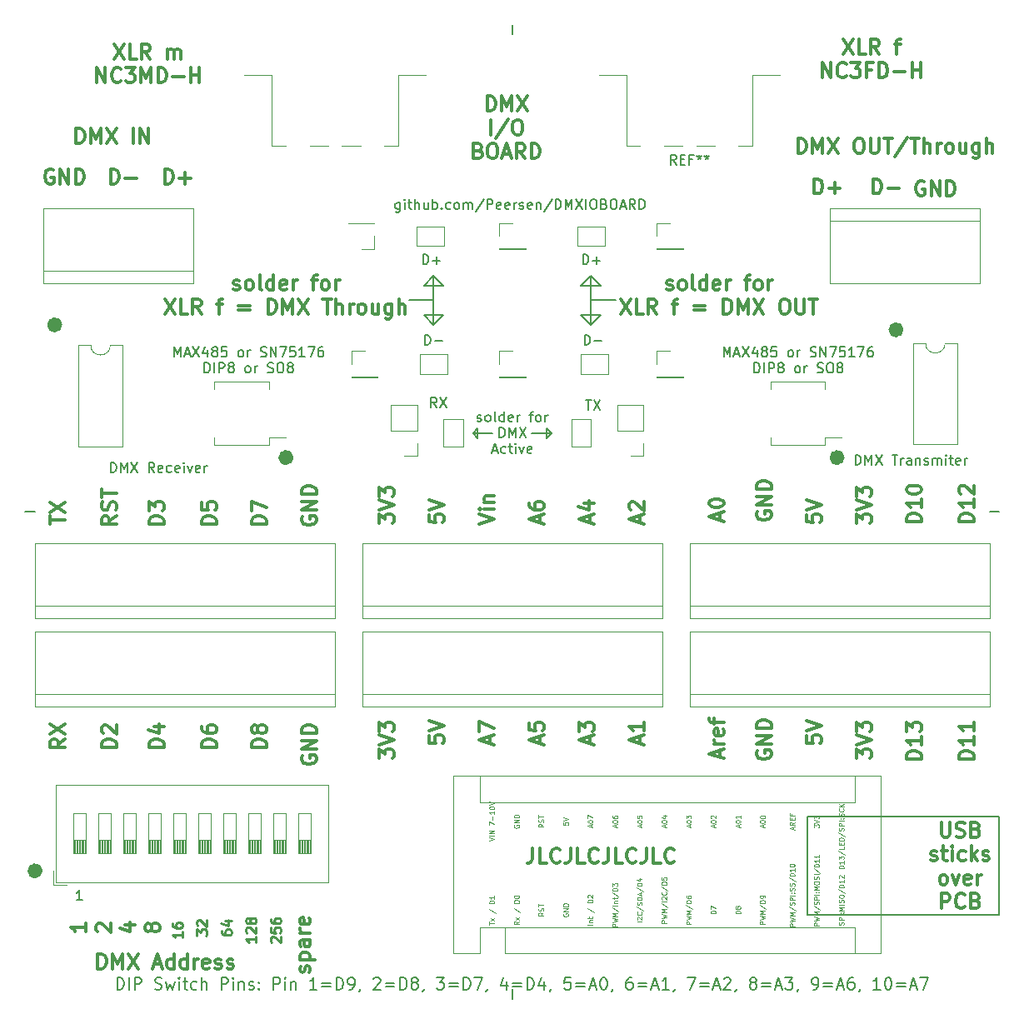
<source format=gbr>
G04 #@! TF.GenerationSoftware,KiCad,Pcbnew,(6.0.1)*
G04 #@! TF.CreationDate,2023-01-03T16:28:11+01:00*
G04 #@! TF.ProjectId,Universales_DMX_IO_Board,556e6976-6572-4736-916c-65735f444d58,rev?*
G04 #@! TF.SameCoordinates,Original*
G04 #@! TF.FileFunction,Legend,Top*
G04 #@! TF.FilePolarity,Positive*
%FSLAX46Y46*%
G04 Gerber Fmt 4.6, Leading zero omitted, Abs format (unit mm)*
G04 Created by KiCad (PCBNEW (6.0.1)) date 2023-01-03 16:28:11*
%MOMM*%
%LPD*%
G01*
G04 APERTURE LIST*
%ADD10C,0.150000*%
%ADD11C,0.300000*%
%ADD12C,0.200000*%
%ADD13C,0.782107*%
%ADD14C,0.250000*%
%ADD15C,0.125000*%
%ADD16C,0.120000*%
G04 APERTURE END LIST*
D10*
X58585714Y-38585714D02*
X58585714Y-39395238D01*
X58538095Y-39490476D01*
X58490476Y-39538095D01*
X58395238Y-39585714D01*
X58252380Y-39585714D01*
X58157142Y-39538095D01*
X58585714Y-39204761D02*
X58490476Y-39252380D01*
X58300000Y-39252380D01*
X58204761Y-39204761D01*
X58157142Y-39157142D01*
X58109523Y-39061904D01*
X58109523Y-38776190D01*
X58157142Y-38680952D01*
X58204761Y-38633333D01*
X58300000Y-38585714D01*
X58490476Y-38585714D01*
X58585714Y-38633333D01*
X59061904Y-39252380D02*
X59061904Y-38585714D01*
X59061904Y-38252380D02*
X59014285Y-38300000D01*
X59061904Y-38347619D01*
X59109523Y-38300000D01*
X59061904Y-38252380D01*
X59061904Y-38347619D01*
X59395238Y-38585714D02*
X59776190Y-38585714D01*
X59538095Y-38252380D02*
X59538095Y-39109523D01*
X59585714Y-39204761D01*
X59680952Y-39252380D01*
X59776190Y-39252380D01*
X60109523Y-39252380D02*
X60109523Y-38252380D01*
X60538095Y-39252380D02*
X60538095Y-38728571D01*
X60490476Y-38633333D01*
X60395238Y-38585714D01*
X60252380Y-38585714D01*
X60157142Y-38633333D01*
X60109523Y-38680952D01*
X61442857Y-38585714D02*
X61442857Y-39252380D01*
X61014285Y-38585714D02*
X61014285Y-39109523D01*
X61061904Y-39204761D01*
X61157142Y-39252380D01*
X61300000Y-39252380D01*
X61395238Y-39204761D01*
X61442857Y-39157142D01*
X61919047Y-39252380D02*
X61919047Y-38252380D01*
X61919047Y-38633333D02*
X62014285Y-38585714D01*
X62204761Y-38585714D01*
X62300000Y-38633333D01*
X62347619Y-38680952D01*
X62395238Y-38776190D01*
X62395238Y-39061904D01*
X62347619Y-39157142D01*
X62300000Y-39204761D01*
X62204761Y-39252380D01*
X62014285Y-39252380D01*
X61919047Y-39204761D01*
X62823809Y-39157142D02*
X62871428Y-39204761D01*
X62823809Y-39252380D01*
X62776190Y-39204761D01*
X62823809Y-39157142D01*
X62823809Y-39252380D01*
X63728571Y-39204761D02*
X63633333Y-39252380D01*
X63442857Y-39252380D01*
X63347619Y-39204761D01*
X63300000Y-39157142D01*
X63252380Y-39061904D01*
X63252380Y-38776190D01*
X63300000Y-38680952D01*
X63347619Y-38633333D01*
X63442857Y-38585714D01*
X63633333Y-38585714D01*
X63728571Y-38633333D01*
X64300000Y-39252380D02*
X64204761Y-39204761D01*
X64157142Y-39157142D01*
X64109523Y-39061904D01*
X64109523Y-38776190D01*
X64157142Y-38680952D01*
X64204761Y-38633333D01*
X64300000Y-38585714D01*
X64442857Y-38585714D01*
X64538095Y-38633333D01*
X64585714Y-38680952D01*
X64633333Y-38776190D01*
X64633333Y-39061904D01*
X64585714Y-39157142D01*
X64538095Y-39204761D01*
X64442857Y-39252380D01*
X64300000Y-39252380D01*
X65061904Y-39252380D02*
X65061904Y-38585714D01*
X65061904Y-38680952D02*
X65109523Y-38633333D01*
X65204761Y-38585714D01*
X65347619Y-38585714D01*
X65442857Y-38633333D01*
X65490476Y-38728571D01*
X65490476Y-39252380D01*
X65490476Y-38728571D02*
X65538095Y-38633333D01*
X65633333Y-38585714D01*
X65776190Y-38585714D01*
X65871428Y-38633333D01*
X65919047Y-38728571D01*
X65919047Y-39252380D01*
X67109523Y-38204761D02*
X66252380Y-39490476D01*
X67442857Y-39252380D02*
X67442857Y-38252380D01*
X67823809Y-38252380D01*
X67919047Y-38300000D01*
X67966666Y-38347619D01*
X68014285Y-38442857D01*
X68014285Y-38585714D01*
X67966666Y-38680952D01*
X67919047Y-38728571D01*
X67823809Y-38776190D01*
X67442857Y-38776190D01*
X68823809Y-39204761D02*
X68728571Y-39252380D01*
X68538095Y-39252380D01*
X68442857Y-39204761D01*
X68395238Y-39109523D01*
X68395238Y-38728571D01*
X68442857Y-38633333D01*
X68538095Y-38585714D01*
X68728571Y-38585714D01*
X68823809Y-38633333D01*
X68871428Y-38728571D01*
X68871428Y-38823809D01*
X68395238Y-38919047D01*
X69680952Y-39204761D02*
X69585714Y-39252380D01*
X69395238Y-39252380D01*
X69300000Y-39204761D01*
X69252380Y-39109523D01*
X69252380Y-38728571D01*
X69300000Y-38633333D01*
X69395238Y-38585714D01*
X69585714Y-38585714D01*
X69680952Y-38633333D01*
X69728571Y-38728571D01*
X69728571Y-38823809D01*
X69252380Y-38919047D01*
X70157142Y-39252380D02*
X70157142Y-38585714D01*
X70157142Y-38776190D02*
X70204761Y-38680952D01*
X70252380Y-38633333D01*
X70347619Y-38585714D01*
X70442857Y-38585714D01*
X70728571Y-39204761D02*
X70823809Y-39252380D01*
X71014285Y-39252380D01*
X71109523Y-39204761D01*
X71157142Y-39109523D01*
X71157142Y-39061904D01*
X71109523Y-38966666D01*
X71014285Y-38919047D01*
X70871428Y-38919047D01*
X70776190Y-38871428D01*
X70728571Y-38776190D01*
X70728571Y-38728571D01*
X70776190Y-38633333D01*
X70871428Y-38585714D01*
X71014285Y-38585714D01*
X71109523Y-38633333D01*
X71966666Y-39204761D02*
X71871428Y-39252380D01*
X71680952Y-39252380D01*
X71585714Y-39204761D01*
X71538095Y-39109523D01*
X71538095Y-38728571D01*
X71585714Y-38633333D01*
X71680952Y-38585714D01*
X71871428Y-38585714D01*
X71966666Y-38633333D01*
X72014285Y-38728571D01*
X72014285Y-38823809D01*
X71538095Y-38919047D01*
X72442857Y-38585714D02*
X72442857Y-39252380D01*
X72442857Y-38680952D02*
X72490476Y-38633333D01*
X72585714Y-38585714D01*
X72728571Y-38585714D01*
X72823809Y-38633333D01*
X72871428Y-38728571D01*
X72871428Y-39252380D01*
X74061904Y-38204761D02*
X73204761Y-39490476D01*
X74395238Y-39252380D02*
X74395238Y-38252380D01*
X74633333Y-38252380D01*
X74776190Y-38300000D01*
X74871428Y-38395238D01*
X74919047Y-38490476D01*
X74966666Y-38680952D01*
X74966666Y-38823809D01*
X74919047Y-39014285D01*
X74871428Y-39109523D01*
X74776190Y-39204761D01*
X74633333Y-39252380D01*
X74395238Y-39252380D01*
X75395238Y-39252380D02*
X75395238Y-38252380D01*
X75728571Y-38966666D01*
X76061904Y-38252380D01*
X76061904Y-39252380D01*
X76442857Y-38252380D02*
X77109523Y-39252380D01*
X77109523Y-38252380D02*
X76442857Y-39252380D01*
X77490476Y-39252380D02*
X77490476Y-38252380D01*
X78157142Y-38252380D02*
X78347619Y-38252380D01*
X78442857Y-38300000D01*
X78538095Y-38395238D01*
X78585714Y-38585714D01*
X78585714Y-38919047D01*
X78538095Y-39109523D01*
X78442857Y-39204761D01*
X78347619Y-39252380D01*
X78157142Y-39252380D01*
X78061904Y-39204761D01*
X77966666Y-39109523D01*
X77919047Y-38919047D01*
X77919047Y-38585714D01*
X77966666Y-38395238D01*
X78061904Y-38300000D01*
X78157142Y-38252380D01*
X79347619Y-38728571D02*
X79490476Y-38776190D01*
X79538095Y-38823809D01*
X79585714Y-38919047D01*
X79585714Y-39061904D01*
X79538095Y-39157142D01*
X79490476Y-39204761D01*
X79395238Y-39252380D01*
X79014285Y-39252380D01*
X79014285Y-38252380D01*
X79347619Y-38252380D01*
X79442857Y-38300000D01*
X79490476Y-38347619D01*
X79538095Y-38442857D01*
X79538095Y-38538095D01*
X79490476Y-38633333D01*
X79442857Y-38680952D01*
X79347619Y-38728571D01*
X79014285Y-38728571D01*
X80204761Y-38252380D02*
X80395238Y-38252380D01*
X80490476Y-38300000D01*
X80585714Y-38395238D01*
X80633333Y-38585714D01*
X80633333Y-38919047D01*
X80585714Y-39109523D01*
X80490476Y-39204761D01*
X80395238Y-39252380D01*
X80204761Y-39252380D01*
X80109523Y-39204761D01*
X80014285Y-39109523D01*
X79966666Y-38919047D01*
X79966666Y-38585714D01*
X80014285Y-38395238D01*
X80109523Y-38300000D01*
X80204761Y-38252380D01*
X81014285Y-38966666D02*
X81490476Y-38966666D01*
X80919047Y-39252380D02*
X81252380Y-38252380D01*
X81585714Y-39252380D01*
X82490476Y-39252380D02*
X82157142Y-38776190D01*
X81919047Y-39252380D02*
X81919047Y-38252380D01*
X82300000Y-38252380D01*
X82395238Y-38300000D01*
X82442857Y-38347619D01*
X82490476Y-38442857D01*
X82490476Y-38585714D01*
X82442857Y-38680952D01*
X82395238Y-38728571D01*
X82300000Y-38776190D01*
X81919047Y-38776190D01*
X82919047Y-39252380D02*
X82919047Y-38252380D01*
X83157142Y-38252380D01*
X83300000Y-38300000D01*
X83395238Y-38395238D01*
X83442857Y-38490476D01*
X83490476Y-38680952D01*
X83490476Y-38823809D01*
X83442857Y-39014285D01*
X83395238Y-39109523D01*
X83300000Y-39204761D01*
X83157142Y-39252380D01*
X82919047Y-39252380D01*
D11*
X67435714Y-29263571D02*
X67435714Y-27763571D01*
X67792857Y-27763571D01*
X68007142Y-27835000D01*
X68150000Y-27977857D01*
X68221428Y-28120714D01*
X68292857Y-28406428D01*
X68292857Y-28620714D01*
X68221428Y-28906428D01*
X68150000Y-29049285D01*
X68007142Y-29192142D01*
X67792857Y-29263571D01*
X67435714Y-29263571D01*
X68935714Y-29263571D02*
X68935714Y-27763571D01*
X69435714Y-28835000D01*
X69935714Y-27763571D01*
X69935714Y-29263571D01*
X70507142Y-27763571D02*
X71507142Y-29263571D01*
X71507142Y-27763571D02*
X70507142Y-29263571D01*
X67828571Y-31678571D02*
X67828571Y-30178571D01*
X69614285Y-30107142D02*
X68328571Y-32035714D01*
X70400000Y-30178571D02*
X70685714Y-30178571D01*
X70828571Y-30250000D01*
X70971428Y-30392857D01*
X71042857Y-30678571D01*
X71042857Y-31178571D01*
X70971428Y-31464285D01*
X70828571Y-31607142D01*
X70685714Y-31678571D01*
X70400000Y-31678571D01*
X70257142Y-31607142D01*
X70114285Y-31464285D01*
X70042857Y-31178571D01*
X70042857Y-30678571D01*
X70114285Y-30392857D01*
X70257142Y-30250000D01*
X70400000Y-30178571D01*
X66578571Y-33307857D02*
X66792857Y-33379285D01*
X66864285Y-33450714D01*
X66935714Y-33593571D01*
X66935714Y-33807857D01*
X66864285Y-33950714D01*
X66792857Y-34022142D01*
X66650000Y-34093571D01*
X66078571Y-34093571D01*
X66078571Y-32593571D01*
X66578571Y-32593571D01*
X66721428Y-32665000D01*
X66792857Y-32736428D01*
X66864285Y-32879285D01*
X66864285Y-33022142D01*
X66792857Y-33165000D01*
X66721428Y-33236428D01*
X66578571Y-33307857D01*
X66078571Y-33307857D01*
X67864285Y-32593571D02*
X68150000Y-32593571D01*
X68292857Y-32665000D01*
X68435714Y-32807857D01*
X68507142Y-33093571D01*
X68507142Y-33593571D01*
X68435714Y-33879285D01*
X68292857Y-34022142D01*
X68150000Y-34093571D01*
X67864285Y-34093571D01*
X67721428Y-34022142D01*
X67578571Y-33879285D01*
X67507142Y-33593571D01*
X67507142Y-33093571D01*
X67578571Y-32807857D01*
X67721428Y-32665000D01*
X67864285Y-32593571D01*
X69078571Y-33665000D02*
X69792857Y-33665000D01*
X68935714Y-34093571D02*
X69435714Y-32593571D01*
X69935714Y-34093571D01*
X71292857Y-34093571D02*
X70792857Y-33379285D01*
X70435714Y-34093571D02*
X70435714Y-32593571D01*
X71007142Y-32593571D01*
X71150000Y-32665000D01*
X71221428Y-32736428D01*
X71292857Y-32879285D01*
X71292857Y-33093571D01*
X71221428Y-33236428D01*
X71150000Y-33307857D01*
X71007142Y-33379285D01*
X70435714Y-33379285D01*
X71935714Y-34093571D02*
X71935714Y-32593571D01*
X72292857Y-32593571D01*
X72507142Y-32665000D01*
X72650000Y-32807857D01*
X72721428Y-32950714D01*
X72792857Y-33236428D01*
X72792857Y-33450714D01*
X72721428Y-33736428D01*
X72650000Y-33879285D01*
X72507142Y-34022142D01*
X72292857Y-34093571D01*
X71935714Y-34093571D01*
D10*
X91488571Y-54257380D02*
X91488571Y-53257380D01*
X91821904Y-53971666D01*
X92155238Y-53257380D01*
X92155238Y-54257380D01*
X92583809Y-53971666D02*
X93060000Y-53971666D01*
X92488571Y-54257380D02*
X92821904Y-53257380D01*
X93155238Y-54257380D01*
X93393333Y-53257380D02*
X94060000Y-54257380D01*
X94060000Y-53257380D02*
X93393333Y-54257380D01*
X94869523Y-53590714D02*
X94869523Y-54257380D01*
X94631428Y-53209761D02*
X94393333Y-53924047D01*
X95012380Y-53924047D01*
X95536190Y-53685952D02*
X95440952Y-53638333D01*
X95393333Y-53590714D01*
X95345714Y-53495476D01*
X95345714Y-53447857D01*
X95393333Y-53352619D01*
X95440952Y-53305000D01*
X95536190Y-53257380D01*
X95726666Y-53257380D01*
X95821904Y-53305000D01*
X95869523Y-53352619D01*
X95917142Y-53447857D01*
X95917142Y-53495476D01*
X95869523Y-53590714D01*
X95821904Y-53638333D01*
X95726666Y-53685952D01*
X95536190Y-53685952D01*
X95440952Y-53733571D01*
X95393333Y-53781190D01*
X95345714Y-53876428D01*
X95345714Y-54066904D01*
X95393333Y-54162142D01*
X95440952Y-54209761D01*
X95536190Y-54257380D01*
X95726666Y-54257380D01*
X95821904Y-54209761D01*
X95869523Y-54162142D01*
X95917142Y-54066904D01*
X95917142Y-53876428D01*
X95869523Y-53781190D01*
X95821904Y-53733571D01*
X95726666Y-53685952D01*
X96821904Y-53257380D02*
X96345714Y-53257380D01*
X96298095Y-53733571D01*
X96345714Y-53685952D01*
X96440952Y-53638333D01*
X96679047Y-53638333D01*
X96774285Y-53685952D01*
X96821904Y-53733571D01*
X96869523Y-53828809D01*
X96869523Y-54066904D01*
X96821904Y-54162142D01*
X96774285Y-54209761D01*
X96679047Y-54257380D01*
X96440952Y-54257380D01*
X96345714Y-54209761D01*
X96298095Y-54162142D01*
X98202857Y-54257380D02*
X98107619Y-54209761D01*
X98060000Y-54162142D01*
X98012380Y-54066904D01*
X98012380Y-53781190D01*
X98060000Y-53685952D01*
X98107619Y-53638333D01*
X98202857Y-53590714D01*
X98345714Y-53590714D01*
X98440952Y-53638333D01*
X98488571Y-53685952D01*
X98536190Y-53781190D01*
X98536190Y-54066904D01*
X98488571Y-54162142D01*
X98440952Y-54209761D01*
X98345714Y-54257380D01*
X98202857Y-54257380D01*
X98964761Y-54257380D02*
X98964761Y-53590714D01*
X98964761Y-53781190D02*
X99012380Y-53685952D01*
X99060000Y-53638333D01*
X99155238Y-53590714D01*
X99250476Y-53590714D01*
X100298095Y-54209761D02*
X100440952Y-54257380D01*
X100679047Y-54257380D01*
X100774285Y-54209761D01*
X100821904Y-54162142D01*
X100869523Y-54066904D01*
X100869523Y-53971666D01*
X100821904Y-53876428D01*
X100774285Y-53828809D01*
X100679047Y-53781190D01*
X100488571Y-53733571D01*
X100393333Y-53685952D01*
X100345714Y-53638333D01*
X100298095Y-53543095D01*
X100298095Y-53447857D01*
X100345714Y-53352619D01*
X100393333Y-53305000D01*
X100488571Y-53257380D01*
X100726666Y-53257380D01*
X100869523Y-53305000D01*
X101298095Y-54257380D02*
X101298095Y-53257380D01*
X101869523Y-54257380D01*
X101869523Y-53257380D01*
X102250476Y-53257380D02*
X102917142Y-53257380D01*
X102488571Y-54257380D01*
X103774285Y-53257380D02*
X103298095Y-53257380D01*
X103250476Y-53733571D01*
X103298095Y-53685952D01*
X103393333Y-53638333D01*
X103631428Y-53638333D01*
X103726666Y-53685952D01*
X103774285Y-53733571D01*
X103821904Y-53828809D01*
X103821904Y-54066904D01*
X103774285Y-54162142D01*
X103726666Y-54209761D01*
X103631428Y-54257380D01*
X103393333Y-54257380D01*
X103298095Y-54209761D01*
X103250476Y-54162142D01*
X104774285Y-54257380D02*
X104202857Y-54257380D01*
X104488571Y-54257380D02*
X104488571Y-53257380D01*
X104393333Y-53400238D01*
X104298095Y-53495476D01*
X104202857Y-53543095D01*
X105107619Y-53257380D02*
X105774285Y-53257380D01*
X105345714Y-54257380D01*
X106583809Y-53257380D02*
X106393333Y-53257380D01*
X106298095Y-53305000D01*
X106250476Y-53352619D01*
X106155238Y-53495476D01*
X106107619Y-53685952D01*
X106107619Y-54066904D01*
X106155238Y-54162142D01*
X106202857Y-54209761D01*
X106298095Y-54257380D01*
X106488571Y-54257380D01*
X106583809Y-54209761D01*
X106631428Y-54162142D01*
X106679047Y-54066904D01*
X106679047Y-53828809D01*
X106631428Y-53733571D01*
X106583809Y-53685952D01*
X106488571Y-53638333D01*
X106298095Y-53638333D01*
X106202857Y-53685952D01*
X106155238Y-53733571D01*
X106107619Y-53828809D01*
X94583809Y-55867380D02*
X94583809Y-54867380D01*
X94821904Y-54867380D01*
X94964761Y-54915000D01*
X95060000Y-55010238D01*
X95107619Y-55105476D01*
X95155238Y-55295952D01*
X95155238Y-55438809D01*
X95107619Y-55629285D01*
X95060000Y-55724523D01*
X94964761Y-55819761D01*
X94821904Y-55867380D01*
X94583809Y-55867380D01*
X95583809Y-55867380D02*
X95583809Y-54867380D01*
X96060000Y-55867380D02*
X96060000Y-54867380D01*
X96440952Y-54867380D01*
X96536190Y-54915000D01*
X96583809Y-54962619D01*
X96631428Y-55057857D01*
X96631428Y-55200714D01*
X96583809Y-55295952D01*
X96536190Y-55343571D01*
X96440952Y-55391190D01*
X96060000Y-55391190D01*
X97202857Y-55295952D02*
X97107619Y-55248333D01*
X97060000Y-55200714D01*
X97012380Y-55105476D01*
X97012380Y-55057857D01*
X97060000Y-54962619D01*
X97107619Y-54915000D01*
X97202857Y-54867380D01*
X97393333Y-54867380D01*
X97488571Y-54915000D01*
X97536190Y-54962619D01*
X97583809Y-55057857D01*
X97583809Y-55105476D01*
X97536190Y-55200714D01*
X97488571Y-55248333D01*
X97393333Y-55295952D01*
X97202857Y-55295952D01*
X97107619Y-55343571D01*
X97060000Y-55391190D01*
X97012380Y-55486428D01*
X97012380Y-55676904D01*
X97060000Y-55772142D01*
X97107619Y-55819761D01*
X97202857Y-55867380D01*
X97393333Y-55867380D01*
X97488571Y-55819761D01*
X97536190Y-55772142D01*
X97583809Y-55676904D01*
X97583809Y-55486428D01*
X97536190Y-55391190D01*
X97488571Y-55343571D01*
X97393333Y-55295952D01*
X98917142Y-55867380D02*
X98821904Y-55819761D01*
X98774285Y-55772142D01*
X98726666Y-55676904D01*
X98726666Y-55391190D01*
X98774285Y-55295952D01*
X98821904Y-55248333D01*
X98917142Y-55200714D01*
X99060000Y-55200714D01*
X99155238Y-55248333D01*
X99202857Y-55295952D01*
X99250476Y-55391190D01*
X99250476Y-55676904D01*
X99202857Y-55772142D01*
X99155238Y-55819761D01*
X99060000Y-55867380D01*
X98917142Y-55867380D01*
X99679047Y-55867380D02*
X99679047Y-55200714D01*
X99679047Y-55391190D02*
X99726666Y-55295952D01*
X99774285Y-55248333D01*
X99869523Y-55200714D01*
X99964761Y-55200714D01*
X101012380Y-55819761D02*
X101155238Y-55867380D01*
X101393333Y-55867380D01*
X101488571Y-55819761D01*
X101536190Y-55772142D01*
X101583809Y-55676904D01*
X101583809Y-55581666D01*
X101536190Y-55486428D01*
X101488571Y-55438809D01*
X101393333Y-55391190D01*
X101202857Y-55343571D01*
X101107619Y-55295952D01*
X101060000Y-55248333D01*
X101012380Y-55153095D01*
X101012380Y-55057857D01*
X101060000Y-54962619D01*
X101107619Y-54915000D01*
X101202857Y-54867380D01*
X101440952Y-54867380D01*
X101583809Y-54915000D01*
X102202857Y-54867380D02*
X102393333Y-54867380D01*
X102488571Y-54915000D01*
X102583809Y-55010238D01*
X102631428Y-55200714D01*
X102631428Y-55534047D01*
X102583809Y-55724523D01*
X102488571Y-55819761D01*
X102393333Y-55867380D01*
X102202857Y-55867380D01*
X102107619Y-55819761D01*
X102012380Y-55724523D01*
X101964761Y-55534047D01*
X101964761Y-55200714D01*
X102012380Y-55010238D01*
X102107619Y-54915000D01*
X102202857Y-54867380D01*
X103202857Y-55295952D02*
X103107619Y-55248333D01*
X103060000Y-55200714D01*
X103012380Y-55105476D01*
X103012380Y-55057857D01*
X103060000Y-54962619D01*
X103107619Y-54915000D01*
X103202857Y-54867380D01*
X103393333Y-54867380D01*
X103488571Y-54915000D01*
X103536190Y-54962619D01*
X103583809Y-55057857D01*
X103583809Y-55105476D01*
X103536190Y-55200714D01*
X103488571Y-55248333D01*
X103393333Y-55295952D01*
X103202857Y-55295952D01*
X103107619Y-55343571D01*
X103060000Y-55391190D01*
X103012380Y-55486428D01*
X103012380Y-55676904D01*
X103060000Y-55772142D01*
X103107619Y-55819761D01*
X103202857Y-55867380D01*
X103393333Y-55867380D01*
X103488571Y-55819761D01*
X103536190Y-55772142D01*
X103583809Y-55676904D01*
X103583809Y-55486428D01*
X103536190Y-55391190D01*
X103488571Y-55343571D01*
X103393333Y-55295952D01*
X77175047Y-44852380D02*
X77175047Y-43852380D01*
X77413142Y-43852380D01*
X77556000Y-43900000D01*
X77651238Y-43995238D01*
X77698857Y-44090476D01*
X77746476Y-44280952D01*
X77746476Y-44423809D01*
X77698857Y-44614285D01*
X77651238Y-44709523D01*
X77556000Y-44804761D01*
X77413142Y-44852380D01*
X77175047Y-44852380D01*
X78175047Y-44471428D02*
X78936952Y-44471428D01*
X78556000Y-44852380D02*
X78556000Y-44090476D01*
X77351047Y-53030380D02*
X77351047Y-52030380D01*
X77589142Y-52030380D01*
X77732000Y-52078000D01*
X77827238Y-52173238D01*
X77874857Y-52268476D01*
X77922476Y-52458952D01*
X77922476Y-52601809D01*
X77874857Y-52792285D01*
X77827238Y-52887523D01*
X77732000Y-52982761D01*
X77589142Y-53030380D01*
X77351047Y-53030380D01*
X78351047Y-52649428D02*
X79112952Y-52649428D01*
X61119047Y-53030380D02*
X61119047Y-52030380D01*
X61357142Y-52030380D01*
X61500000Y-52078000D01*
X61595238Y-52173238D01*
X61642857Y-52268476D01*
X61690476Y-52458952D01*
X61690476Y-52601809D01*
X61642857Y-52792285D01*
X61595238Y-52887523D01*
X61500000Y-52982761D01*
X61357142Y-53030380D01*
X61119047Y-53030380D01*
X62119047Y-52649428D02*
X62880952Y-52649428D01*
X60919047Y-44852380D02*
X60919047Y-43852380D01*
X61157142Y-43852380D01*
X61300000Y-43900000D01*
X61395238Y-43995238D01*
X61442857Y-44090476D01*
X61490476Y-44280952D01*
X61490476Y-44423809D01*
X61442857Y-44614285D01*
X61395238Y-44709523D01*
X61300000Y-44804761D01*
X61157142Y-44852380D01*
X60919047Y-44852380D01*
X61919047Y-44471428D02*
X62680952Y-44471428D01*
X62300000Y-44852380D02*
X62300000Y-44090476D01*
X77470095Y-58634380D02*
X78041523Y-58634380D01*
X77755809Y-59634380D02*
X77755809Y-58634380D01*
X78279619Y-58634380D02*
X78946285Y-59634380D01*
X78946285Y-58634380D02*
X78279619Y-59634380D01*
X62317333Y-59380380D02*
X61984000Y-58904190D01*
X61745904Y-59380380D02*
X61745904Y-58380380D01*
X62126857Y-58380380D01*
X62222095Y-58428000D01*
X62269714Y-58475619D01*
X62317333Y-58570857D01*
X62317333Y-58713714D01*
X62269714Y-58808952D01*
X62222095Y-58856571D01*
X62126857Y-58904190D01*
X61745904Y-58904190D01*
X62650666Y-58380380D02*
X63317333Y-59380380D01*
X63317333Y-58380380D02*
X62650666Y-59380380D01*
X104870952Y-65222380D02*
X104870952Y-64222380D01*
X105109047Y-64222380D01*
X105251904Y-64270000D01*
X105347142Y-64365238D01*
X105394761Y-64460476D01*
X105442380Y-64650952D01*
X105442380Y-64793809D01*
X105394761Y-64984285D01*
X105347142Y-65079523D01*
X105251904Y-65174761D01*
X105109047Y-65222380D01*
X104870952Y-65222380D01*
X105870952Y-65222380D02*
X105870952Y-64222380D01*
X106204285Y-64936666D01*
X106537619Y-64222380D01*
X106537619Y-65222380D01*
X106918571Y-64222380D02*
X107585238Y-65222380D01*
X107585238Y-64222380D02*
X106918571Y-65222380D01*
X108585238Y-64222380D02*
X109156666Y-64222380D01*
X108870952Y-65222380D02*
X108870952Y-64222380D01*
X109490000Y-65222380D02*
X109490000Y-64555714D01*
X109490000Y-64746190D02*
X109537619Y-64650952D01*
X109585238Y-64603333D01*
X109680476Y-64555714D01*
X109775714Y-64555714D01*
X110537619Y-65222380D02*
X110537619Y-64698571D01*
X110490000Y-64603333D01*
X110394761Y-64555714D01*
X110204285Y-64555714D01*
X110109047Y-64603333D01*
X110537619Y-65174761D02*
X110442380Y-65222380D01*
X110204285Y-65222380D01*
X110109047Y-65174761D01*
X110061428Y-65079523D01*
X110061428Y-64984285D01*
X110109047Y-64889047D01*
X110204285Y-64841428D01*
X110442380Y-64841428D01*
X110537619Y-64793809D01*
X111013809Y-64555714D02*
X111013809Y-65222380D01*
X111013809Y-64650952D02*
X111061428Y-64603333D01*
X111156666Y-64555714D01*
X111299523Y-64555714D01*
X111394761Y-64603333D01*
X111442380Y-64698571D01*
X111442380Y-65222380D01*
X111870952Y-65174761D02*
X111966190Y-65222380D01*
X112156666Y-65222380D01*
X112251904Y-65174761D01*
X112299523Y-65079523D01*
X112299523Y-65031904D01*
X112251904Y-64936666D01*
X112156666Y-64889047D01*
X112013809Y-64889047D01*
X111918571Y-64841428D01*
X111870952Y-64746190D01*
X111870952Y-64698571D01*
X111918571Y-64603333D01*
X112013809Y-64555714D01*
X112156666Y-64555714D01*
X112251904Y-64603333D01*
X112728095Y-65222380D02*
X112728095Y-64555714D01*
X112728095Y-64650952D02*
X112775714Y-64603333D01*
X112870952Y-64555714D01*
X113013809Y-64555714D01*
X113109047Y-64603333D01*
X113156666Y-64698571D01*
X113156666Y-65222380D01*
X113156666Y-64698571D02*
X113204285Y-64603333D01*
X113299523Y-64555714D01*
X113442380Y-64555714D01*
X113537619Y-64603333D01*
X113585238Y-64698571D01*
X113585238Y-65222380D01*
X114061428Y-65222380D02*
X114061428Y-64555714D01*
X114061428Y-64222380D02*
X114013809Y-64270000D01*
X114061428Y-64317619D01*
X114109047Y-64270000D01*
X114061428Y-64222380D01*
X114061428Y-64317619D01*
X114394761Y-64555714D02*
X114775714Y-64555714D01*
X114537619Y-64222380D02*
X114537619Y-65079523D01*
X114585238Y-65174761D01*
X114680476Y-65222380D01*
X114775714Y-65222380D01*
X115490000Y-65174761D02*
X115394761Y-65222380D01*
X115204285Y-65222380D01*
X115109047Y-65174761D01*
X115061428Y-65079523D01*
X115061428Y-64698571D01*
X115109047Y-64603333D01*
X115204285Y-64555714D01*
X115394761Y-64555714D01*
X115490000Y-64603333D01*
X115537619Y-64698571D01*
X115537619Y-64793809D01*
X115061428Y-64889047D01*
X115966190Y-65222380D02*
X115966190Y-64555714D01*
X115966190Y-64746190D02*
X116013809Y-64650952D01*
X116061428Y-64603333D01*
X116156666Y-64555714D01*
X116251904Y-64555714D01*
X29202666Y-65984380D02*
X29202666Y-64984380D01*
X29440761Y-64984380D01*
X29583619Y-65032000D01*
X29678857Y-65127238D01*
X29726476Y-65222476D01*
X29774095Y-65412952D01*
X29774095Y-65555809D01*
X29726476Y-65746285D01*
X29678857Y-65841523D01*
X29583619Y-65936761D01*
X29440761Y-65984380D01*
X29202666Y-65984380D01*
X30202666Y-65984380D02*
X30202666Y-64984380D01*
X30536000Y-65698666D01*
X30869333Y-64984380D01*
X30869333Y-65984380D01*
X31250285Y-64984380D02*
X31916952Y-65984380D01*
X31916952Y-64984380D02*
X31250285Y-65984380D01*
X33631238Y-65984380D02*
X33297904Y-65508190D01*
X33059809Y-65984380D02*
X33059809Y-64984380D01*
X33440761Y-64984380D01*
X33536000Y-65032000D01*
X33583619Y-65079619D01*
X33631238Y-65174857D01*
X33631238Y-65317714D01*
X33583619Y-65412952D01*
X33536000Y-65460571D01*
X33440761Y-65508190D01*
X33059809Y-65508190D01*
X34440761Y-65936761D02*
X34345523Y-65984380D01*
X34155047Y-65984380D01*
X34059809Y-65936761D01*
X34012190Y-65841523D01*
X34012190Y-65460571D01*
X34059809Y-65365333D01*
X34155047Y-65317714D01*
X34345523Y-65317714D01*
X34440761Y-65365333D01*
X34488380Y-65460571D01*
X34488380Y-65555809D01*
X34012190Y-65651047D01*
X35345523Y-65936761D02*
X35250285Y-65984380D01*
X35059809Y-65984380D01*
X34964571Y-65936761D01*
X34916952Y-65889142D01*
X34869333Y-65793904D01*
X34869333Y-65508190D01*
X34916952Y-65412952D01*
X34964571Y-65365333D01*
X35059809Y-65317714D01*
X35250285Y-65317714D01*
X35345523Y-65365333D01*
X36155047Y-65936761D02*
X36059809Y-65984380D01*
X35869333Y-65984380D01*
X35774095Y-65936761D01*
X35726476Y-65841523D01*
X35726476Y-65460571D01*
X35774095Y-65365333D01*
X35869333Y-65317714D01*
X36059809Y-65317714D01*
X36155047Y-65365333D01*
X36202666Y-65460571D01*
X36202666Y-65555809D01*
X35726476Y-65651047D01*
X36631238Y-65984380D02*
X36631238Y-65317714D01*
X36631238Y-64984380D02*
X36583619Y-65032000D01*
X36631238Y-65079619D01*
X36678857Y-65032000D01*
X36631238Y-64984380D01*
X36631238Y-65079619D01*
X37012190Y-65317714D02*
X37250285Y-65984380D01*
X37488380Y-65317714D01*
X38250285Y-65936761D02*
X38155047Y-65984380D01*
X37964571Y-65984380D01*
X37869333Y-65936761D01*
X37821714Y-65841523D01*
X37821714Y-65460571D01*
X37869333Y-65365333D01*
X37964571Y-65317714D01*
X38155047Y-65317714D01*
X38250285Y-65365333D01*
X38297904Y-65460571D01*
X38297904Y-65555809D01*
X37821714Y-65651047D01*
X38726476Y-65984380D02*
X38726476Y-65317714D01*
X38726476Y-65508190D02*
X38774095Y-65412952D01*
X38821714Y-65365333D01*
X38916952Y-65317714D01*
X39012190Y-65317714D01*
X35628571Y-54247380D02*
X35628571Y-53247380D01*
X35961904Y-53961666D01*
X36295238Y-53247380D01*
X36295238Y-54247380D01*
X36723809Y-53961666D02*
X37199999Y-53961666D01*
X36628571Y-54247380D02*
X36961904Y-53247380D01*
X37295238Y-54247380D01*
X37533333Y-53247380D02*
X38199999Y-54247380D01*
X38199999Y-53247380D02*
X37533333Y-54247380D01*
X39009523Y-53580714D02*
X39009523Y-54247380D01*
X38771428Y-53199761D02*
X38533333Y-53914047D01*
X39152380Y-53914047D01*
X39676190Y-53675952D02*
X39580952Y-53628333D01*
X39533333Y-53580714D01*
X39485714Y-53485476D01*
X39485714Y-53437857D01*
X39533333Y-53342619D01*
X39580952Y-53295000D01*
X39676190Y-53247380D01*
X39866666Y-53247380D01*
X39961904Y-53295000D01*
X40009523Y-53342619D01*
X40057142Y-53437857D01*
X40057142Y-53485476D01*
X40009523Y-53580714D01*
X39961904Y-53628333D01*
X39866666Y-53675952D01*
X39676190Y-53675952D01*
X39580952Y-53723571D01*
X39533333Y-53771190D01*
X39485714Y-53866428D01*
X39485714Y-54056904D01*
X39533333Y-54152142D01*
X39580952Y-54199761D01*
X39676190Y-54247380D01*
X39866666Y-54247380D01*
X39961904Y-54199761D01*
X40009523Y-54152142D01*
X40057142Y-54056904D01*
X40057142Y-53866428D01*
X40009523Y-53771190D01*
X39961904Y-53723571D01*
X39866666Y-53675952D01*
X40961904Y-53247380D02*
X40485714Y-53247380D01*
X40438095Y-53723571D01*
X40485714Y-53675952D01*
X40580952Y-53628333D01*
X40819047Y-53628333D01*
X40914285Y-53675952D01*
X40961904Y-53723571D01*
X41009523Y-53818809D01*
X41009523Y-54056904D01*
X40961904Y-54152142D01*
X40914285Y-54199761D01*
X40819047Y-54247380D01*
X40580952Y-54247380D01*
X40485714Y-54199761D01*
X40438095Y-54152142D01*
X42342857Y-54247380D02*
X42247619Y-54199761D01*
X42199999Y-54152142D01*
X42152380Y-54056904D01*
X42152380Y-53771190D01*
X42199999Y-53675952D01*
X42247619Y-53628333D01*
X42342857Y-53580714D01*
X42485714Y-53580714D01*
X42580952Y-53628333D01*
X42628571Y-53675952D01*
X42676190Y-53771190D01*
X42676190Y-54056904D01*
X42628571Y-54152142D01*
X42580952Y-54199761D01*
X42485714Y-54247380D01*
X42342857Y-54247380D01*
X43104761Y-54247380D02*
X43104761Y-53580714D01*
X43104761Y-53771190D02*
X43152380Y-53675952D01*
X43199999Y-53628333D01*
X43295238Y-53580714D01*
X43390476Y-53580714D01*
X44438095Y-54199761D02*
X44580952Y-54247380D01*
X44819047Y-54247380D01*
X44914285Y-54199761D01*
X44961904Y-54152142D01*
X45009523Y-54056904D01*
X45009523Y-53961666D01*
X44961904Y-53866428D01*
X44914285Y-53818809D01*
X44819047Y-53771190D01*
X44628571Y-53723571D01*
X44533333Y-53675952D01*
X44485714Y-53628333D01*
X44438095Y-53533095D01*
X44438095Y-53437857D01*
X44485714Y-53342619D01*
X44533333Y-53295000D01*
X44628571Y-53247380D01*
X44866666Y-53247380D01*
X45009523Y-53295000D01*
X45438095Y-54247380D02*
X45438095Y-53247380D01*
X46009523Y-54247380D01*
X46009523Y-53247380D01*
X46390476Y-53247380D02*
X47057142Y-53247380D01*
X46628571Y-54247380D01*
X47914285Y-53247380D02*
X47438095Y-53247380D01*
X47390476Y-53723571D01*
X47438095Y-53675952D01*
X47533333Y-53628333D01*
X47771428Y-53628333D01*
X47866666Y-53675952D01*
X47914285Y-53723571D01*
X47961904Y-53818809D01*
X47961904Y-54056904D01*
X47914285Y-54152142D01*
X47866666Y-54199761D01*
X47771428Y-54247380D01*
X47533333Y-54247380D01*
X47438095Y-54199761D01*
X47390476Y-54152142D01*
X48914285Y-54247380D02*
X48342857Y-54247380D01*
X48628571Y-54247380D02*
X48628571Y-53247380D01*
X48533333Y-53390238D01*
X48438095Y-53485476D01*
X48342857Y-53533095D01*
X49247619Y-53247380D02*
X49914285Y-53247380D01*
X49485714Y-54247380D01*
X50723809Y-53247380D02*
X50533333Y-53247380D01*
X50438095Y-53295000D01*
X50390476Y-53342619D01*
X50295238Y-53485476D01*
X50247619Y-53675952D01*
X50247619Y-54056904D01*
X50295238Y-54152142D01*
X50342857Y-54199761D01*
X50438095Y-54247380D01*
X50628571Y-54247380D01*
X50723809Y-54199761D01*
X50771428Y-54152142D01*
X50819047Y-54056904D01*
X50819047Y-53818809D01*
X50771428Y-53723571D01*
X50723809Y-53675952D01*
X50628571Y-53628333D01*
X50438095Y-53628333D01*
X50342857Y-53675952D01*
X50295238Y-53723571D01*
X50247619Y-53818809D01*
X38723809Y-55857380D02*
X38723809Y-54857380D01*
X38961904Y-54857380D01*
X39104761Y-54905000D01*
X39200000Y-55000238D01*
X39247619Y-55095476D01*
X39295238Y-55285952D01*
X39295238Y-55428809D01*
X39247619Y-55619285D01*
X39200000Y-55714523D01*
X39104761Y-55809761D01*
X38961904Y-55857380D01*
X38723809Y-55857380D01*
X39723809Y-55857380D02*
X39723809Y-54857380D01*
X40200000Y-55857380D02*
X40200000Y-54857380D01*
X40580952Y-54857380D01*
X40676190Y-54905000D01*
X40723809Y-54952619D01*
X40771428Y-55047857D01*
X40771428Y-55190714D01*
X40723809Y-55285952D01*
X40676190Y-55333571D01*
X40580952Y-55381190D01*
X40200000Y-55381190D01*
X41342857Y-55285952D02*
X41247619Y-55238333D01*
X41200000Y-55190714D01*
X41152380Y-55095476D01*
X41152380Y-55047857D01*
X41200000Y-54952619D01*
X41247619Y-54905000D01*
X41342857Y-54857380D01*
X41533333Y-54857380D01*
X41628571Y-54905000D01*
X41676190Y-54952619D01*
X41723809Y-55047857D01*
X41723809Y-55095476D01*
X41676190Y-55190714D01*
X41628571Y-55238333D01*
X41533333Y-55285952D01*
X41342857Y-55285952D01*
X41247619Y-55333571D01*
X41200000Y-55381190D01*
X41152380Y-55476428D01*
X41152380Y-55666904D01*
X41200000Y-55762142D01*
X41247619Y-55809761D01*
X41342857Y-55857380D01*
X41533333Y-55857380D01*
X41628571Y-55809761D01*
X41676190Y-55762142D01*
X41723809Y-55666904D01*
X41723809Y-55476428D01*
X41676190Y-55381190D01*
X41628571Y-55333571D01*
X41533333Y-55285952D01*
X43057142Y-55857380D02*
X42961904Y-55809761D01*
X42914285Y-55762142D01*
X42866666Y-55666904D01*
X42866666Y-55381190D01*
X42914285Y-55285952D01*
X42961904Y-55238333D01*
X43057142Y-55190714D01*
X43200000Y-55190714D01*
X43295238Y-55238333D01*
X43342857Y-55285952D01*
X43390476Y-55381190D01*
X43390476Y-55666904D01*
X43342857Y-55762142D01*
X43295238Y-55809761D01*
X43200000Y-55857380D01*
X43057142Y-55857380D01*
X43819047Y-55857380D02*
X43819047Y-55190714D01*
X43819047Y-55381190D02*
X43866666Y-55285952D01*
X43914285Y-55238333D01*
X44009523Y-55190714D01*
X44104761Y-55190714D01*
X45152380Y-55809761D02*
X45295238Y-55857380D01*
X45533333Y-55857380D01*
X45628571Y-55809761D01*
X45676190Y-55762142D01*
X45723809Y-55666904D01*
X45723809Y-55571666D01*
X45676190Y-55476428D01*
X45628571Y-55428809D01*
X45533333Y-55381190D01*
X45342857Y-55333571D01*
X45247619Y-55285952D01*
X45200000Y-55238333D01*
X45152380Y-55143095D01*
X45152380Y-55047857D01*
X45200000Y-54952619D01*
X45247619Y-54905000D01*
X45342857Y-54857380D01*
X45580952Y-54857380D01*
X45723809Y-54905000D01*
X46342857Y-54857380D02*
X46533333Y-54857380D01*
X46628571Y-54905000D01*
X46723809Y-55000238D01*
X46771428Y-55190714D01*
X46771428Y-55524047D01*
X46723809Y-55714523D01*
X46628571Y-55809761D01*
X46533333Y-55857380D01*
X46342857Y-55857380D01*
X46247619Y-55809761D01*
X46152380Y-55714523D01*
X46104761Y-55524047D01*
X46104761Y-55190714D01*
X46152380Y-55000238D01*
X46247619Y-54905000D01*
X46342857Y-54857380D01*
X47342857Y-55285952D02*
X47247619Y-55238333D01*
X47200000Y-55190714D01*
X47152380Y-55095476D01*
X47152380Y-55047857D01*
X47200000Y-54952619D01*
X47247619Y-54905000D01*
X47342857Y-54857380D01*
X47533333Y-54857380D01*
X47628571Y-54905000D01*
X47676190Y-54952619D01*
X47723809Y-55047857D01*
X47723809Y-55095476D01*
X47676190Y-55190714D01*
X47628571Y-55238333D01*
X47533333Y-55285952D01*
X47342857Y-55285952D01*
X47247619Y-55333571D01*
X47200000Y-55381190D01*
X47152380Y-55476428D01*
X47152380Y-55666904D01*
X47200000Y-55762142D01*
X47247619Y-55809761D01*
X47342857Y-55857380D01*
X47533333Y-55857380D01*
X47628571Y-55809761D01*
X47676190Y-55762142D01*
X47723809Y-55666904D01*
X47723809Y-55476428D01*
X47676190Y-55381190D01*
X47628571Y-55333571D01*
X47533333Y-55285952D01*
D11*
X61538571Y-70317571D02*
X61538571Y-71031857D01*
X62252857Y-71103285D01*
X62181428Y-71031857D01*
X62110000Y-70889000D01*
X62110000Y-70531857D01*
X62181428Y-70389000D01*
X62252857Y-70317571D01*
X62395714Y-70246142D01*
X62752857Y-70246142D01*
X62895714Y-70317571D01*
X62967142Y-70389000D01*
X63038571Y-70531857D01*
X63038571Y-70889000D01*
X62967142Y-71031857D01*
X62895714Y-71103285D01*
X61538571Y-69817571D02*
X63038571Y-69317571D01*
X61538571Y-68817571D01*
X77850000Y-71103285D02*
X77850000Y-70389000D01*
X78278571Y-71246142D02*
X76778571Y-70746142D01*
X78278571Y-70246142D01*
X77278571Y-69103285D02*
X78278571Y-69103285D01*
X76707142Y-69460428D02*
X77778571Y-69817571D01*
X77778571Y-68889000D01*
X94884000Y-69992142D02*
X94812571Y-70135000D01*
X94812571Y-70349285D01*
X94884000Y-70563571D01*
X95026857Y-70706428D01*
X95169714Y-70777857D01*
X95455428Y-70849285D01*
X95669714Y-70849285D01*
X95955428Y-70777857D01*
X96098285Y-70706428D01*
X96241142Y-70563571D01*
X96312571Y-70349285D01*
X96312571Y-70206428D01*
X96241142Y-69992142D01*
X96169714Y-69920714D01*
X95669714Y-69920714D01*
X95669714Y-70206428D01*
X96312571Y-69277857D02*
X94812571Y-69277857D01*
X96312571Y-68420714D01*
X94812571Y-68420714D01*
X96312571Y-67706428D02*
X94812571Y-67706428D01*
X94812571Y-67349285D01*
X94884000Y-67135000D01*
X95026857Y-66992142D01*
X95169714Y-66920714D01*
X95455428Y-66849285D01*
X95669714Y-66849285D01*
X95955428Y-66920714D01*
X96098285Y-66992142D01*
X96241142Y-67135000D01*
X96312571Y-67349285D01*
X96312571Y-67706428D01*
X104972571Y-71174714D02*
X104972571Y-70246142D01*
X105544000Y-70746142D01*
X105544000Y-70531857D01*
X105615428Y-70389000D01*
X105686857Y-70317571D01*
X105829714Y-70246142D01*
X106186857Y-70246142D01*
X106329714Y-70317571D01*
X106401142Y-70389000D01*
X106472571Y-70531857D01*
X106472571Y-70960428D01*
X106401142Y-71103285D01*
X106329714Y-71174714D01*
X104972571Y-69817571D02*
X106472571Y-69317571D01*
X104972571Y-68817571D01*
X104972571Y-68460428D02*
X104972571Y-67531857D01*
X105544000Y-68031857D01*
X105544000Y-67817571D01*
X105615428Y-67674714D01*
X105686857Y-67603285D01*
X105829714Y-67531857D01*
X106186857Y-67531857D01*
X106329714Y-67603285D01*
X106401142Y-67674714D01*
X106472571Y-67817571D01*
X106472571Y-68246142D01*
X106401142Y-68389000D01*
X106329714Y-68460428D01*
X23054571Y-71290142D02*
X23054571Y-70433000D01*
X24554571Y-70861571D02*
X23054571Y-70861571D01*
X23054571Y-70075857D02*
X24554571Y-69075857D01*
X23054571Y-69075857D02*
X24554571Y-70075857D01*
X91058000Y-70849285D02*
X91058000Y-70135000D01*
X91486571Y-70992142D02*
X89986571Y-70492142D01*
X91486571Y-69992142D01*
X89986571Y-69206428D02*
X89986571Y-69063571D01*
X90058000Y-68920714D01*
X90129428Y-68849285D01*
X90272285Y-68777857D01*
X90558000Y-68706428D01*
X90915142Y-68706428D01*
X91200857Y-68777857D01*
X91343714Y-68849285D01*
X91415142Y-68920714D01*
X91486571Y-69063571D01*
X91486571Y-69206428D01*
X91415142Y-69349285D01*
X91343714Y-69420714D01*
X91200857Y-69492142D01*
X90915142Y-69563571D01*
X90558000Y-69563571D01*
X90272285Y-69492142D01*
X90129428Y-69420714D01*
X90058000Y-69349285D01*
X89986571Y-69206428D01*
X116886571Y-71031857D02*
X115386571Y-71031857D01*
X115386571Y-70674714D01*
X115458000Y-70460428D01*
X115600857Y-70317571D01*
X115743714Y-70246142D01*
X116029428Y-70174714D01*
X116243714Y-70174714D01*
X116529428Y-70246142D01*
X116672285Y-70317571D01*
X116815142Y-70460428D01*
X116886571Y-70674714D01*
X116886571Y-71031857D01*
X116886571Y-68746142D02*
X116886571Y-69603285D01*
X116886571Y-69174714D02*
X115386571Y-69174714D01*
X115600857Y-69317571D01*
X115743714Y-69460428D01*
X115815142Y-69603285D01*
X115529428Y-68174714D02*
X115458000Y-68103285D01*
X115386571Y-67960428D01*
X115386571Y-67603285D01*
X115458000Y-67460428D01*
X115529428Y-67389000D01*
X115672285Y-67317571D01*
X115815142Y-67317571D01*
X116029428Y-67389000D01*
X116886571Y-68246142D01*
X116886571Y-67317571D01*
X48656000Y-70500142D02*
X48584571Y-70643000D01*
X48584571Y-70857285D01*
X48656000Y-71071571D01*
X48798857Y-71214428D01*
X48941714Y-71285857D01*
X49227428Y-71357285D01*
X49441714Y-71357285D01*
X49727428Y-71285857D01*
X49870285Y-71214428D01*
X50013142Y-71071571D01*
X50084571Y-70857285D01*
X50084571Y-70714428D01*
X50013142Y-70500142D01*
X49941714Y-70428714D01*
X49441714Y-70428714D01*
X49441714Y-70714428D01*
X50084571Y-69785857D02*
X48584571Y-69785857D01*
X50084571Y-68928714D01*
X48584571Y-68928714D01*
X50084571Y-68214428D02*
X48584571Y-68214428D01*
X48584571Y-67857285D01*
X48656000Y-67643000D01*
X48798857Y-67500142D01*
X48941714Y-67428714D01*
X49227428Y-67357285D01*
X49441714Y-67357285D01*
X49727428Y-67428714D01*
X49870285Y-67500142D01*
X50013142Y-67643000D01*
X50084571Y-67857285D01*
X50084571Y-68214428D01*
X56458571Y-71174714D02*
X56458571Y-70246142D01*
X57030000Y-70746142D01*
X57030000Y-70531857D01*
X57101428Y-70389000D01*
X57172857Y-70317571D01*
X57315714Y-70246142D01*
X57672857Y-70246142D01*
X57815714Y-70317571D01*
X57887142Y-70389000D01*
X57958571Y-70531857D01*
X57958571Y-70960428D01*
X57887142Y-71103285D01*
X57815714Y-71174714D01*
X56458571Y-69817571D02*
X57958571Y-69317571D01*
X56458571Y-68817571D01*
X56458571Y-68460428D02*
X56458571Y-67531857D01*
X57030000Y-68031857D01*
X57030000Y-67817571D01*
X57101428Y-67674714D01*
X57172857Y-67603285D01*
X57315714Y-67531857D01*
X57672857Y-67531857D01*
X57815714Y-67603285D01*
X57887142Y-67674714D01*
X57958571Y-67817571D01*
X57958571Y-68246142D01*
X57887142Y-68389000D01*
X57815714Y-68460428D01*
X39924571Y-71285857D02*
X38424571Y-71285857D01*
X38424571Y-70928714D01*
X38496000Y-70714428D01*
X38638857Y-70571571D01*
X38781714Y-70500142D01*
X39067428Y-70428714D01*
X39281714Y-70428714D01*
X39567428Y-70500142D01*
X39710285Y-70571571D01*
X39853142Y-70714428D01*
X39924571Y-70928714D01*
X39924571Y-71285857D01*
X38424571Y-69071571D02*
X38424571Y-69785857D01*
X39138857Y-69857285D01*
X39067428Y-69785857D01*
X38996000Y-69643000D01*
X38996000Y-69285857D01*
X39067428Y-69143000D01*
X39138857Y-69071571D01*
X39281714Y-69000142D01*
X39638857Y-69000142D01*
X39781714Y-69071571D01*
X39853142Y-69143000D01*
X39924571Y-69285857D01*
X39924571Y-69643000D01*
X39853142Y-69785857D01*
X39781714Y-69857285D01*
X45004571Y-71285857D02*
X43504571Y-71285857D01*
X43504571Y-70928714D01*
X43576000Y-70714428D01*
X43718857Y-70571571D01*
X43861714Y-70500142D01*
X44147428Y-70428714D01*
X44361714Y-70428714D01*
X44647428Y-70500142D01*
X44790285Y-70571571D01*
X44933142Y-70714428D01*
X45004571Y-70928714D01*
X45004571Y-71285857D01*
X43504571Y-69928714D02*
X43504571Y-68928714D01*
X45004571Y-69571571D01*
X72770000Y-71103285D02*
X72770000Y-70389000D01*
X73198571Y-71246142D02*
X71698571Y-70746142D01*
X73198571Y-70246142D01*
X71698571Y-69103285D02*
X71698571Y-69389000D01*
X71770000Y-69531857D01*
X71841428Y-69603285D01*
X72055714Y-69746142D01*
X72341428Y-69817571D01*
X72912857Y-69817571D01*
X73055714Y-69746142D01*
X73127142Y-69674714D01*
X73198571Y-69531857D01*
X73198571Y-69246142D01*
X73127142Y-69103285D01*
X73055714Y-69031857D01*
X72912857Y-68960428D01*
X72555714Y-68960428D01*
X72412857Y-69031857D01*
X72341428Y-69103285D01*
X72270000Y-69246142D01*
X72270000Y-69531857D01*
X72341428Y-69674714D01*
X72412857Y-69746142D01*
X72555714Y-69817571D01*
X99892571Y-70317571D02*
X99892571Y-71031857D01*
X100606857Y-71103285D01*
X100535428Y-71031857D01*
X100464000Y-70889000D01*
X100464000Y-70531857D01*
X100535428Y-70389000D01*
X100606857Y-70317571D01*
X100749714Y-70246142D01*
X101106857Y-70246142D01*
X101249714Y-70317571D01*
X101321142Y-70389000D01*
X101392571Y-70531857D01*
X101392571Y-70889000D01*
X101321142Y-71031857D01*
X101249714Y-71103285D01*
X99892571Y-69817571D02*
X101392571Y-69317571D01*
X99892571Y-68817571D01*
X111552571Y-71031857D02*
X110052571Y-71031857D01*
X110052571Y-70674714D01*
X110124000Y-70460428D01*
X110266857Y-70317571D01*
X110409714Y-70246142D01*
X110695428Y-70174714D01*
X110909714Y-70174714D01*
X111195428Y-70246142D01*
X111338285Y-70317571D01*
X111481142Y-70460428D01*
X111552571Y-70674714D01*
X111552571Y-71031857D01*
X111552571Y-68746142D02*
X111552571Y-69603285D01*
X111552571Y-69174714D02*
X110052571Y-69174714D01*
X110266857Y-69317571D01*
X110409714Y-69460428D01*
X110481142Y-69603285D01*
X110052571Y-67817571D02*
X110052571Y-67674714D01*
X110124000Y-67531857D01*
X110195428Y-67460428D01*
X110338285Y-67389000D01*
X110624000Y-67317571D01*
X110981142Y-67317571D01*
X111266857Y-67389000D01*
X111409714Y-67460428D01*
X111481142Y-67531857D01*
X111552571Y-67674714D01*
X111552571Y-67817571D01*
X111481142Y-67960428D01*
X111409714Y-68031857D01*
X111266857Y-68103285D01*
X110981142Y-68174714D01*
X110624000Y-68174714D01*
X110338285Y-68103285D01*
X110195428Y-68031857D01*
X110124000Y-67960428D01*
X110052571Y-67817571D01*
X66618571Y-71246142D02*
X68118571Y-70746142D01*
X66618571Y-70246142D01*
X68118571Y-69746142D02*
X67118571Y-69746142D01*
X66618571Y-69746142D02*
X66690000Y-69817571D01*
X66761428Y-69746142D01*
X66690000Y-69674714D01*
X66618571Y-69746142D01*
X66761428Y-69746142D01*
X67118571Y-69031857D02*
X68118571Y-69031857D01*
X67261428Y-69031857D02*
X67190000Y-68960428D01*
X67118571Y-68817571D01*
X67118571Y-68603285D01*
X67190000Y-68460428D01*
X67332857Y-68389000D01*
X68118571Y-68389000D01*
X82930000Y-71103285D02*
X82930000Y-70389000D01*
X83358571Y-71246142D02*
X81858571Y-70746142D01*
X83358571Y-70246142D01*
X82001428Y-69817571D02*
X81930000Y-69746142D01*
X81858571Y-69603285D01*
X81858571Y-69246142D01*
X81930000Y-69103285D01*
X82001428Y-69031857D01*
X82144285Y-68960428D01*
X82287142Y-68960428D01*
X82501428Y-69031857D01*
X83358571Y-69889000D01*
X83358571Y-68960428D01*
X34590571Y-71285857D02*
X33090571Y-71285857D01*
X33090571Y-70928714D01*
X33162000Y-70714428D01*
X33304857Y-70571571D01*
X33447714Y-70500142D01*
X33733428Y-70428714D01*
X33947714Y-70428714D01*
X34233428Y-70500142D01*
X34376285Y-70571571D01*
X34519142Y-70714428D01*
X34590571Y-70928714D01*
X34590571Y-71285857D01*
X33090571Y-69928714D02*
X33090571Y-69000142D01*
X33662000Y-69500142D01*
X33662000Y-69285857D01*
X33733428Y-69143000D01*
X33804857Y-69071571D01*
X33947714Y-69000142D01*
X34304857Y-69000142D01*
X34447714Y-69071571D01*
X34519142Y-69143000D01*
X34590571Y-69285857D01*
X34590571Y-69714428D01*
X34519142Y-69857285D01*
X34447714Y-69928714D01*
X29764571Y-70428714D02*
X29050285Y-70928714D01*
X29764571Y-71285857D02*
X28264571Y-71285857D01*
X28264571Y-70714428D01*
X28336000Y-70571571D01*
X28407428Y-70500142D01*
X28550285Y-70428714D01*
X28764571Y-70428714D01*
X28907428Y-70500142D01*
X28978857Y-70571571D01*
X29050285Y-70714428D01*
X29050285Y-71285857D01*
X29693142Y-69857285D02*
X29764571Y-69643000D01*
X29764571Y-69285857D01*
X29693142Y-69143000D01*
X29621714Y-69071571D01*
X29478857Y-69000142D01*
X29336000Y-69000142D01*
X29193142Y-69071571D01*
X29121714Y-69143000D01*
X29050285Y-69285857D01*
X28978857Y-69571571D01*
X28907428Y-69714428D01*
X28836000Y-69785857D01*
X28693142Y-69857285D01*
X28550285Y-69857285D01*
X28407428Y-69785857D01*
X28336000Y-69714428D01*
X28264571Y-69571571D01*
X28264571Y-69214428D01*
X28336000Y-69000142D01*
X28264571Y-68571571D02*
X28264571Y-67714428D01*
X29764571Y-68143000D02*
X28264571Y-68143000D01*
X116886571Y-95127000D02*
X115386571Y-95127000D01*
X115386571Y-94769857D01*
X115458000Y-94555571D01*
X115600857Y-94412714D01*
X115743714Y-94341285D01*
X116029428Y-94269857D01*
X116243714Y-94269857D01*
X116529428Y-94341285D01*
X116672285Y-94412714D01*
X116815142Y-94555571D01*
X116886571Y-94769857D01*
X116886571Y-95127000D01*
X116886571Y-92841285D02*
X116886571Y-93698428D01*
X116886571Y-93269857D02*
X115386571Y-93269857D01*
X115600857Y-93412714D01*
X115743714Y-93555571D01*
X115815142Y-93698428D01*
X116886571Y-91412714D02*
X116886571Y-92269857D01*
X116886571Y-91841285D02*
X115386571Y-91841285D01*
X115600857Y-91984142D01*
X115743714Y-92127000D01*
X115815142Y-92269857D01*
X111552571Y-95127000D02*
X110052571Y-95127000D01*
X110052571Y-94769857D01*
X110124000Y-94555571D01*
X110266857Y-94412714D01*
X110409714Y-94341285D01*
X110695428Y-94269857D01*
X110909714Y-94269857D01*
X111195428Y-94341285D01*
X111338285Y-94412714D01*
X111481142Y-94555571D01*
X111552571Y-94769857D01*
X111552571Y-95127000D01*
X111552571Y-92841285D02*
X111552571Y-93698428D01*
X111552571Y-93269857D02*
X110052571Y-93269857D01*
X110266857Y-93412714D01*
X110409714Y-93555571D01*
X110481142Y-93698428D01*
X110052571Y-92341285D02*
X110052571Y-91412714D01*
X110624000Y-91912714D01*
X110624000Y-91698428D01*
X110695428Y-91555571D01*
X110766857Y-91484142D01*
X110909714Y-91412714D01*
X111266857Y-91412714D01*
X111409714Y-91484142D01*
X111481142Y-91555571D01*
X111552571Y-91698428D01*
X111552571Y-92127000D01*
X111481142Y-92269857D01*
X111409714Y-92341285D01*
X104972571Y-95055571D02*
X104972571Y-94127000D01*
X105544000Y-94627000D01*
X105544000Y-94412714D01*
X105615428Y-94269857D01*
X105686857Y-94198428D01*
X105829714Y-94127000D01*
X106186857Y-94127000D01*
X106329714Y-94198428D01*
X106401142Y-94269857D01*
X106472571Y-94412714D01*
X106472571Y-94841285D01*
X106401142Y-94984142D01*
X106329714Y-95055571D01*
X104972571Y-93698428D02*
X106472571Y-93198428D01*
X104972571Y-92698428D01*
X104972571Y-92341285D02*
X104972571Y-91412714D01*
X105544000Y-91912714D01*
X105544000Y-91698428D01*
X105615428Y-91555571D01*
X105686857Y-91484142D01*
X105829714Y-91412714D01*
X106186857Y-91412714D01*
X106329714Y-91484142D01*
X106401142Y-91555571D01*
X106472571Y-91698428D01*
X106472571Y-92127000D01*
X106401142Y-92269857D01*
X106329714Y-92341285D01*
X99892571Y-92769857D02*
X99892571Y-93484142D01*
X100606857Y-93555571D01*
X100535428Y-93484142D01*
X100464000Y-93341285D01*
X100464000Y-92984142D01*
X100535428Y-92841285D01*
X100606857Y-92769857D01*
X100749714Y-92698428D01*
X101106857Y-92698428D01*
X101249714Y-92769857D01*
X101321142Y-92841285D01*
X101392571Y-92984142D01*
X101392571Y-93341285D01*
X101321142Y-93484142D01*
X101249714Y-93555571D01*
X99892571Y-92269857D02*
X101392571Y-91769857D01*
X99892571Y-91269857D01*
X94884000Y-94301571D02*
X94812571Y-94444428D01*
X94812571Y-94658714D01*
X94884000Y-94873000D01*
X95026857Y-95015857D01*
X95169714Y-95087285D01*
X95455428Y-95158714D01*
X95669714Y-95158714D01*
X95955428Y-95087285D01*
X96098285Y-95015857D01*
X96241142Y-94873000D01*
X96312571Y-94658714D01*
X96312571Y-94515857D01*
X96241142Y-94301571D01*
X96169714Y-94230142D01*
X95669714Y-94230142D01*
X95669714Y-94515857D01*
X96312571Y-93587285D02*
X94812571Y-93587285D01*
X96312571Y-92730142D01*
X94812571Y-92730142D01*
X96312571Y-92015857D02*
X94812571Y-92015857D01*
X94812571Y-91658714D01*
X94884000Y-91444428D01*
X95026857Y-91301571D01*
X95169714Y-91230142D01*
X95455428Y-91158714D01*
X95669714Y-91158714D01*
X95955428Y-91230142D01*
X96098285Y-91301571D01*
X96241142Y-91444428D01*
X96312571Y-91658714D01*
X96312571Y-92015857D01*
X91058000Y-94944428D02*
X91058000Y-94230142D01*
X91486571Y-95087285D02*
X89986571Y-94587285D01*
X91486571Y-94087285D01*
X91486571Y-93587285D02*
X90486571Y-93587285D01*
X90772285Y-93587285D02*
X90629428Y-93515857D01*
X90558000Y-93444428D01*
X90486571Y-93301571D01*
X90486571Y-93158714D01*
X91415142Y-92087285D02*
X91486571Y-92230142D01*
X91486571Y-92515857D01*
X91415142Y-92658714D01*
X91272285Y-92730142D01*
X90700857Y-92730142D01*
X90558000Y-92658714D01*
X90486571Y-92515857D01*
X90486571Y-92230142D01*
X90558000Y-92087285D01*
X90700857Y-92015857D01*
X90843714Y-92015857D01*
X90986571Y-92730142D01*
X90486571Y-91587285D02*
X90486571Y-91015857D01*
X91486571Y-91373000D02*
X90200857Y-91373000D01*
X90058000Y-91301571D01*
X89986571Y-91158714D01*
X89986571Y-91015857D01*
X82930000Y-93555571D02*
X82930000Y-92841285D01*
X83358571Y-93698428D02*
X81858571Y-93198428D01*
X83358571Y-92698428D01*
X83358571Y-91412714D02*
X83358571Y-92269857D01*
X83358571Y-91841285D02*
X81858571Y-91841285D01*
X82072857Y-91984142D01*
X82215714Y-92127000D01*
X82287142Y-92269857D01*
X77850000Y-93555571D02*
X77850000Y-92841285D01*
X78278571Y-93698428D02*
X76778571Y-93198428D01*
X78278571Y-92698428D01*
X76778571Y-92341285D02*
X76778571Y-91412714D01*
X77350000Y-91912714D01*
X77350000Y-91698428D01*
X77421428Y-91555571D01*
X77492857Y-91484142D01*
X77635714Y-91412714D01*
X77992857Y-91412714D01*
X78135714Y-91484142D01*
X78207142Y-91555571D01*
X78278571Y-91698428D01*
X78278571Y-92127000D01*
X78207142Y-92269857D01*
X78135714Y-92341285D01*
X72770000Y-93555571D02*
X72770000Y-92841285D01*
X73198571Y-93698428D02*
X71698571Y-93198428D01*
X73198571Y-92698428D01*
X71698571Y-91484142D02*
X71698571Y-92198428D01*
X72412857Y-92269857D01*
X72341428Y-92198428D01*
X72270000Y-92055571D01*
X72270000Y-91698428D01*
X72341428Y-91555571D01*
X72412857Y-91484142D01*
X72555714Y-91412714D01*
X72912857Y-91412714D01*
X73055714Y-91484142D01*
X73127142Y-91555571D01*
X73198571Y-91698428D01*
X73198571Y-92055571D01*
X73127142Y-92198428D01*
X73055714Y-92269857D01*
X67690000Y-93555571D02*
X67690000Y-92841285D01*
X68118571Y-93698428D02*
X66618571Y-93198428D01*
X68118571Y-92698428D01*
X66618571Y-92341285D02*
X66618571Y-91341285D01*
X68118571Y-91984142D01*
X61538571Y-92769857D02*
X61538571Y-93484142D01*
X62252857Y-93555571D01*
X62181428Y-93484142D01*
X62110000Y-93341285D01*
X62110000Y-92984142D01*
X62181428Y-92841285D01*
X62252857Y-92769857D01*
X62395714Y-92698428D01*
X62752857Y-92698428D01*
X62895714Y-92769857D01*
X62967142Y-92841285D01*
X63038571Y-92984142D01*
X63038571Y-93341285D01*
X62967142Y-93484142D01*
X62895714Y-93555571D01*
X61538571Y-92269857D02*
X63038571Y-91769857D01*
X61538571Y-91269857D01*
X56458571Y-95055571D02*
X56458571Y-94127000D01*
X57030000Y-94627000D01*
X57030000Y-94412714D01*
X57101428Y-94269857D01*
X57172857Y-94198428D01*
X57315714Y-94127000D01*
X57672857Y-94127000D01*
X57815714Y-94198428D01*
X57887142Y-94269857D01*
X57958571Y-94412714D01*
X57958571Y-94841285D01*
X57887142Y-94984142D01*
X57815714Y-95055571D01*
X56458571Y-93698428D02*
X57958571Y-93198428D01*
X56458571Y-92698428D01*
X56458571Y-92341285D02*
X56458571Y-91412714D01*
X57030000Y-91912714D01*
X57030000Y-91698428D01*
X57101428Y-91555571D01*
X57172857Y-91484142D01*
X57315714Y-91412714D01*
X57672857Y-91412714D01*
X57815714Y-91484142D01*
X57887142Y-91555571D01*
X57958571Y-91698428D01*
X57958571Y-92127000D01*
X57887142Y-92269857D01*
X57815714Y-92341285D01*
X48656000Y-94809571D02*
X48584571Y-94952428D01*
X48584571Y-95166714D01*
X48656000Y-95381000D01*
X48798857Y-95523857D01*
X48941714Y-95595285D01*
X49227428Y-95666714D01*
X49441714Y-95666714D01*
X49727428Y-95595285D01*
X49870285Y-95523857D01*
X50013142Y-95381000D01*
X50084571Y-95166714D01*
X50084571Y-95023857D01*
X50013142Y-94809571D01*
X49941714Y-94738142D01*
X49441714Y-94738142D01*
X49441714Y-95023857D01*
X50084571Y-94095285D02*
X48584571Y-94095285D01*
X50084571Y-93238142D01*
X48584571Y-93238142D01*
X50084571Y-92523857D02*
X48584571Y-92523857D01*
X48584571Y-92166714D01*
X48656000Y-91952428D01*
X48798857Y-91809571D01*
X48941714Y-91738142D01*
X49227428Y-91666714D01*
X49441714Y-91666714D01*
X49727428Y-91738142D01*
X49870285Y-91809571D01*
X50013142Y-91952428D01*
X50084571Y-92166714D01*
X50084571Y-92523857D01*
X45004571Y-93952428D02*
X43504571Y-93952428D01*
X43504571Y-93595285D01*
X43576000Y-93381000D01*
X43718857Y-93238142D01*
X43861714Y-93166714D01*
X44147428Y-93095285D01*
X44361714Y-93095285D01*
X44647428Y-93166714D01*
X44790285Y-93238142D01*
X44933142Y-93381000D01*
X45004571Y-93595285D01*
X45004571Y-93952428D01*
X44147428Y-92238142D02*
X44076000Y-92381000D01*
X44004571Y-92452428D01*
X43861714Y-92523857D01*
X43790285Y-92523857D01*
X43647428Y-92452428D01*
X43576000Y-92381000D01*
X43504571Y-92238142D01*
X43504571Y-91952428D01*
X43576000Y-91809571D01*
X43647428Y-91738142D01*
X43790285Y-91666714D01*
X43861714Y-91666714D01*
X44004571Y-91738142D01*
X44076000Y-91809571D01*
X44147428Y-91952428D01*
X44147428Y-92238142D01*
X44218857Y-92381000D01*
X44290285Y-92452428D01*
X44433142Y-92523857D01*
X44718857Y-92523857D01*
X44861714Y-92452428D01*
X44933142Y-92381000D01*
X45004571Y-92238142D01*
X45004571Y-91952428D01*
X44933142Y-91809571D01*
X44861714Y-91738142D01*
X44718857Y-91666714D01*
X44433142Y-91666714D01*
X44290285Y-91738142D01*
X44218857Y-91809571D01*
X44147428Y-91952428D01*
X39924571Y-93952428D02*
X38424571Y-93952428D01*
X38424571Y-93595285D01*
X38496000Y-93381000D01*
X38638857Y-93238142D01*
X38781714Y-93166714D01*
X39067428Y-93095285D01*
X39281714Y-93095285D01*
X39567428Y-93166714D01*
X39710285Y-93238142D01*
X39853142Y-93381000D01*
X39924571Y-93595285D01*
X39924571Y-93952428D01*
X38424571Y-91809571D02*
X38424571Y-92095285D01*
X38496000Y-92238142D01*
X38567428Y-92309571D01*
X38781714Y-92452428D01*
X39067428Y-92523857D01*
X39638857Y-92523857D01*
X39781714Y-92452428D01*
X39853142Y-92381000D01*
X39924571Y-92238142D01*
X39924571Y-91952428D01*
X39853142Y-91809571D01*
X39781714Y-91738142D01*
X39638857Y-91666714D01*
X39281714Y-91666714D01*
X39138857Y-91738142D01*
X39067428Y-91809571D01*
X38996000Y-91952428D01*
X38996000Y-92238142D01*
X39067428Y-92381000D01*
X39138857Y-92452428D01*
X39281714Y-92523857D01*
X34590571Y-93952428D02*
X33090571Y-93952428D01*
X33090571Y-93595285D01*
X33162000Y-93381000D01*
X33304857Y-93238142D01*
X33447714Y-93166714D01*
X33733428Y-93095285D01*
X33947714Y-93095285D01*
X34233428Y-93166714D01*
X34376285Y-93238142D01*
X34519142Y-93381000D01*
X34590571Y-93595285D01*
X34590571Y-93952428D01*
X33590571Y-91809571D02*
X34590571Y-91809571D01*
X33019142Y-92166714D02*
X34090571Y-92523857D01*
X34090571Y-91595285D01*
X29764571Y-93952428D02*
X28264571Y-93952428D01*
X28264571Y-93595285D01*
X28336000Y-93381000D01*
X28478857Y-93238142D01*
X28621714Y-93166714D01*
X28907428Y-93095285D01*
X29121714Y-93095285D01*
X29407428Y-93166714D01*
X29550285Y-93238142D01*
X29693142Y-93381000D01*
X29764571Y-93595285D01*
X29764571Y-93952428D01*
X28407428Y-92523857D02*
X28336000Y-92452428D01*
X28264571Y-92309571D01*
X28264571Y-91952428D01*
X28336000Y-91809571D01*
X28407428Y-91738142D01*
X28550285Y-91666714D01*
X28693142Y-91666714D01*
X28907428Y-91738142D01*
X29764571Y-92595285D01*
X29764571Y-91666714D01*
X24554571Y-93095285D02*
X23840285Y-93595285D01*
X24554571Y-93952428D02*
X23054571Y-93952428D01*
X23054571Y-93381000D01*
X23126000Y-93238142D01*
X23197428Y-93166714D01*
X23340285Y-93095285D01*
X23554571Y-93095285D01*
X23697428Y-93166714D01*
X23768857Y-93238142D01*
X23840285Y-93381000D01*
X23840285Y-93952428D01*
X23054571Y-92595285D02*
X24554571Y-91595285D01*
X23054571Y-91595285D02*
X24554571Y-92595285D01*
D10*
X21500000Y-70000000D02*
X20500000Y-70000000D01*
X70000000Y-20500000D02*
X70000000Y-21500000D01*
X66500000Y-61500000D02*
X66500000Y-62500000D01*
X66000000Y-62000000D02*
X66500000Y-61500000D01*
D12*
X78000000Y-46000000D02*
X77000000Y-47000000D01*
X77000000Y-50000000D02*
X78000000Y-51000000D01*
D10*
X100000000Y-101000000D02*
X119500000Y-101000000D01*
X119500000Y-101000000D02*
X119500000Y-111000000D01*
X119500000Y-111000000D02*
X100000000Y-111000000D01*
X100000000Y-111000000D02*
X100000000Y-101000000D01*
D12*
X77000000Y-47000000D02*
X79000000Y-47000000D01*
D13*
X109391053Y-51500000D02*
G75*
G03*
X109391053Y-51500000I-391053J0D01*
G01*
D12*
X62000000Y-46000000D02*
X61000000Y-47000000D01*
D13*
X21891053Y-106500000D02*
G75*
G03*
X21891053Y-106500000I-391053J0D01*
G01*
D10*
X73500000Y-62500000D02*
X74000000Y-62000000D01*
D12*
X63000000Y-47000000D02*
X62000000Y-46000000D01*
X62000000Y-46000000D02*
X62000000Y-51000000D01*
X78000000Y-51000000D02*
X79000000Y-50000000D01*
X78000000Y-46000000D02*
X78000000Y-51000000D01*
D10*
X118500000Y-70000000D02*
X119500000Y-70000000D01*
X66500000Y-62500000D02*
X66000000Y-62000000D01*
D12*
X79000000Y-47000000D02*
X78000000Y-46000000D01*
X79000000Y-50000000D02*
X77000000Y-50000000D01*
D13*
X103391053Y-64500000D02*
G75*
G03*
X103391053Y-64500000I-391053J0D01*
G01*
D12*
X63000000Y-50000000D02*
X61000000Y-50000000D01*
D13*
X47391053Y-64500000D02*
G75*
G03*
X47391053Y-64500000I-391053J0D01*
G01*
D12*
X62000000Y-51000000D02*
X63000000Y-50000000D01*
D10*
X73500000Y-61500000D02*
X73500000Y-62500000D01*
X70000000Y-119500000D02*
X70000000Y-118500000D01*
X68000000Y-62000000D02*
X66000000Y-62000000D01*
X78000000Y-48500000D02*
X80500000Y-48500000D01*
X62000000Y-48500000D02*
X59500000Y-48500000D01*
D12*
X61000000Y-50000000D02*
X62000000Y-51000000D01*
D10*
X74000000Y-62000000D02*
X73500000Y-61500000D01*
X72000000Y-62000000D02*
X74000000Y-62000000D01*
D13*
X23891053Y-51000000D02*
G75*
G03*
X23891053Y-51000000I-391053J0D01*
G01*
D12*
X61000000Y-47000000D02*
X63000000Y-47000000D01*
D11*
X27821428Y-112678571D02*
X27750000Y-112607142D01*
X27678571Y-112464285D01*
X27678571Y-112107142D01*
X27750000Y-111964285D01*
X27821428Y-111892857D01*
X27964285Y-111821428D01*
X28107142Y-111821428D01*
X28321428Y-111892857D01*
X29178571Y-112750000D01*
X29178571Y-111821428D01*
X30678571Y-111964285D02*
X31678571Y-111964285D01*
X30107142Y-112321428D02*
X31178571Y-112678571D01*
X31178571Y-111750000D01*
X33321428Y-112392857D02*
X33250000Y-112535714D01*
X33178571Y-112607142D01*
X33035714Y-112678571D01*
X32964285Y-112678571D01*
X32821428Y-112607142D01*
X32750000Y-112535714D01*
X32678571Y-112392857D01*
X32678571Y-112107142D01*
X32750000Y-111964285D01*
X32821428Y-111892857D01*
X32964285Y-111821428D01*
X33035714Y-111821428D01*
X33178571Y-111892857D01*
X33250000Y-111964285D01*
X33321428Y-112107142D01*
X33321428Y-112392857D01*
X33392857Y-112535714D01*
X33464285Y-112607142D01*
X33607142Y-112678571D01*
X33892857Y-112678571D01*
X34035714Y-112607142D01*
X34107142Y-112535714D01*
X34178571Y-112392857D01*
X34178571Y-112107142D01*
X34107142Y-111964285D01*
X34035714Y-111892857D01*
X33892857Y-111821428D01*
X33607142Y-111821428D01*
X33464285Y-111892857D01*
X33392857Y-111964285D01*
X33321428Y-112107142D01*
D14*
X36452380Y-112690476D02*
X36452380Y-113261904D01*
X36452380Y-112976190D02*
X35452380Y-112976190D01*
X35595238Y-113071428D01*
X35690476Y-113166666D01*
X35738095Y-113261904D01*
X35452380Y-111833333D02*
X35452380Y-112023809D01*
X35500000Y-112119047D01*
X35547619Y-112166666D01*
X35690476Y-112261904D01*
X35880952Y-112309523D01*
X36261904Y-112309523D01*
X36357142Y-112261904D01*
X36404761Y-112214285D01*
X36452380Y-112119047D01*
X36452380Y-111928571D01*
X36404761Y-111833333D01*
X36357142Y-111785714D01*
X36261904Y-111738095D01*
X36023809Y-111738095D01*
X35928571Y-111785714D01*
X35880952Y-111833333D01*
X35833333Y-111928571D01*
X35833333Y-112119047D01*
X35880952Y-112214285D01*
X35928571Y-112261904D01*
X36023809Y-112309523D01*
X37952380Y-113059523D02*
X37952380Y-112440476D01*
X38333333Y-112773809D01*
X38333333Y-112630952D01*
X38380952Y-112535714D01*
X38428571Y-112488095D01*
X38523809Y-112440476D01*
X38761904Y-112440476D01*
X38857142Y-112488095D01*
X38904761Y-112535714D01*
X38952380Y-112630952D01*
X38952380Y-112916666D01*
X38904761Y-113011904D01*
X38857142Y-113059523D01*
X38047619Y-112059523D02*
X38000000Y-112011904D01*
X37952380Y-111916666D01*
X37952380Y-111678571D01*
X38000000Y-111583333D01*
X38047619Y-111535714D01*
X38142857Y-111488095D01*
X38238095Y-111488095D01*
X38380952Y-111535714D01*
X38952380Y-112107142D01*
X38952380Y-111488095D01*
X40452380Y-112535714D02*
X40452380Y-112726190D01*
X40500000Y-112821428D01*
X40547619Y-112869047D01*
X40690476Y-112964285D01*
X40880952Y-113011904D01*
X41261904Y-113011904D01*
X41357142Y-112964285D01*
X41404761Y-112916666D01*
X41452380Y-112821428D01*
X41452380Y-112630952D01*
X41404761Y-112535714D01*
X41357142Y-112488095D01*
X41261904Y-112440476D01*
X41023809Y-112440476D01*
X40928571Y-112488095D01*
X40880952Y-112535714D01*
X40833333Y-112630952D01*
X40833333Y-112821428D01*
X40880952Y-112916666D01*
X40928571Y-112964285D01*
X41023809Y-113011904D01*
X40785714Y-111583333D02*
X41452380Y-111583333D01*
X40404761Y-111821428D02*
X41119047Y-112059523D01*
X41119047Y-111440476D01*
X43952380Y-113166666D02*
X43952380Y-113738095D01*
X43952380Y-113452380D02*
X42952380Y-113452380D01*
X43095238Y-113547619D01*
X43190476Y-113642857D01*
X43238095Y-113738095D01*
X43047619Y-112785714D02*
X43000000Y-112738095D01*
X42952380Y-112642857D01*
X42952380Y-112404761D01*
X43000000Y-112309523D01*
X43047619Y-112261904D01*
X43142857Y-112214285D01*
X43238095Y-112214285D01*
X43380952Y-112261904D01*
X43952380Y-112833333D01*
X43952380Y-112214285D01*
X43380952Y-111642857D02*
X43333333Y-111738095D01*
X43285714Y-111785714D01*
X43190476Y-111833333D01*
X43142857Y-111833333D01*
X43047619Y-111785714D01*
X43000000Y-111738095D01*
X42952380Y-111642857D01*
X42952380Y-111452380D01*
X43000000Y-111357142D01*
X43047619Y-111309523D01*
X43142857Y-111261904D01*
X43190476Y-111261904D01*
X43285714Y-111309523D01*
X43333333Y-111357142D01*
X43380952Y-111452380D01*
X43380952Y-111642857D01*
X43428571Y-111738095D01*
X43476190Y-111785714D01*
X43571428Y-111833333D01*
X43761904Y-111833333D01*
X43857142Y-111785714D01*
X43904761Y-111738095D01*
X43952380Y-111642857D01*
X43952380Y-111452380D01*
X43904761Y-111357142D01*
X43857142Y-111309523D01*
X43761904Y-111261904D01*
X43571428Y-111261904D01*
X43476190Y-111309523D01*
X43428571Y-111357142D01*
X43380952Y-111452380D01*
X45547619Y-113738095D02*
X45500000Y-113690476D01*
X45452380Y-113595238D01*
X45452380Y-113357142D01*
X45500000Y-113261904D01*
X45547619Y-113214285D01*
X45642857Y-113166666D01*
X45738095Y-113166666D01*
X45880952Y-113214285D01*
X46452380Y-113785714D01*
X46452380Y-113166666D01*
X45452380Y-112261904D02*
X45452380Y-112738095D01*
X45928571Y-112785714D01*
X45880952Y-112738095D01*
X45833333Y-112642857D01*
X45833333Y-112404761D01*
X45880952Y-112309523D01*
X45928571Y-112261904D01*
X46023809Y-112214285D01*
X46261904Y-112214285D01*
X46357142Y-112261904D01*
X46404761Y-112309523D01*
X46452380Y-112404761D01*
X46452380Y-112642857D01*
X46404761Y-112738095D01*
X46357142Y-112785714D01*
X45452380Y-111357142D02*
X45452380Y-111547619D01*
X45500000Y-111642857D01*
X45547619Y-111690476D01*
X45690476Y-111785714D01*
X45880952Y-111833333D01*
X46261904Y-111833333D01*
X46357142Y-111785714D01*
X46404761Y-111738095D01*
X46452380Y-111642857D01*
X46452380Y-111452380D01*
X46404761Y-111357142D01*
X46357142Y-111309523D01*
X46261904Y-111261904D01*
X46023809Y-111261904D01*
X45928571Y-111309523D01*
X45880952Y-111357142D01*
X45833333Y-111452380D01*
X45833333Y-111642857D01*
X45880952Y-111738095D01*
X45928571Y-111785714D01*
X46023809Y-111833333D01*
D11*
X49357142Y-116785714D02*
X49428571Y-116642857D01*
X49428571Y-116357142D01*
X49357142Y-116214285D01*
X49214285Y-116142857D01*
X49142857Y-116142857D01*
X49000000Y-116214285D01*
X48928571Y-116357142D01*
X48928571Y-116571428D01*
X48857142Y-116714285D01*
X48714285Y-116785714D01*
X48642857Y-116785714D01*
X48500000Y-116714285D01*
X48428571Y-116571428D01*
X48428571Y-116357142D01*
X48500000Y-116214285D01*
X48428571Y-115500000D02*
X49928571Y-115500000D01*
X48500000Y-115500000D02*
X48428571Y-115357142D01*
X48428571Y-115071428D01*
X48500000Y-114928571D01*
X48571428Y-114857142D01*
X48714285Y-114785714D01*
X49142857Y-114785714D01*
X49285714Y-114857142D01*
X49357142Y-114928571D01*
X49428571Y-115071428D01*
X49428571Y-115357142D01*
X49357142Y-115500000D01*
X49428571Y-113500000D02*
X48642857Y-113500000D01*
X48500000Y-113571428D01*
X48428571Y-113714285D01*
X48428571Y-114000000D01*
X48500000Y-114142857D01*
X49357142Y-113500000D02*
X49428571Y-113642857D01*
X49428571Y-114000000D01*
X49357142Y-114142857D01*
X49214285Y-114214285D01*
X49071428Y-114214285D01*
X48928571Y-114142857D01*
X48857142Y-114000000D01*
X48857142Y-113642857D01*
X48785714Y-113500000D01*
X49428571Y-112785714D02*
X48428571Y-112785714D01*
X48714285Y-112785714D02*
X48571428Y-112714285D01*
X48500000Y-112642857D01*
X48428571Y-112500000D01*
X48428571Y-112357142D01*
X49357142Y-111285714D02*
X49428571Y-111428571D01*
X49428571Y-111714285D01*
X49357142Y-111857142D01*
X49214285Y-111928571D01*
X48642857Y-111928571D01*
X48500000Y-111857142D01*
X48428571Y-111714285D01*
X48428571Y-111428571D01*
X48500000Y-111285714D01*
X48642857Y-111214285D01*
X48785714Y-111214285D01*
X48928571Y-111928571D01*
X29178571Y-36678571D02*
X29178571Y-35178571D01*
X29535714Y-35178571D01*
X29750000Y-35250000D01*
X29892857Y-35392857D01*
X29964285Y-35535714D01*
X30035714Y-35821428D01*
X30035714Y-36035714D01*
X29964285Y-36321428D01*
X29892857Y-36464285D01*
X29750000Y-36607142D01*
X29535714Y-36678571D01*
X29178571Y-36678571D01*
X30678571Y-36107142D02*
X31821428Y-36107142D01*
X34678571Y-36678571D02*
X34678571Y-35178571D01*
X35035714Y-35178571D01*
X35250000Y-35250000D01*
X35392857Y-35392857D01*
X35464285Y-35535714D01*
X35535714Y-35821428D01*
X35535714Y-36035714D01*
X35464285Y-36321428D01*
X35392857Y-36464285D01*
X35250000Y-36607142D01*
X35035714Y-36678571D01*
X34678571Y-36678571D01*
X36178571Y-36107142D02*
X37321428Y-36107142D01*
X36750000Y-36678571D02*
X36750000Y-35535714D01*
X111849142Y-36444000D02*
X111706285Y-36372571D01*
X111492000Y-36372571D01*
X111277714Y-36444000D01*
X111134857Y-36586857D01*
X111063428Y-36729714D01*
X110992000Y-37015428D01*
X110992000Y-37229714D01*
X111063428Y-37515428D01*
X111134857Y-37658285D01*
X111277714Y-37801142D01*
X111492000Y-37872571D01*
X111634857Y-37872571D01*
X111849142Y-37801142D01*
X111920571Y-37729714D01*
X111920571Y-37229714D01*
X111634857Y-37229714D01*
X112563428Y-37872571D02*
X112563428Y-36372571D01*
X113420571Y-37872571D01*
X113420571Y-36372571D01*
X114134857Y-37872571D02*
X114134857Y-36372571D01*
X114492000Y-36372571D01*
X114706285Y-36444000D01*
X114849142Y-36586857D01*
X114920571Y-36729714D01*
X114992000Y-37015428D01*
X114992000Y-37229714D01*
X114920571Y-37515428D01*
X114849142Y-37658285D01*
X114706285Y-37801142D01*
X114492000Y-37872571D01*
X114134857Y-37872571D01*
X100678571Y-37678571D02*
X100678571Y-36178571D01*
X101035714Y-36178571D01*
X101250000Y-36250000D01*
X101392857Y-36392857D01*
X101464285Y-36535714D01*
X101535714Y-36821428D01*
X101535714Y-37035714D01*
X101464285Y-37321428D01*
X101392857Y-37464285D01*
X101250000Y-37607142D01*
X101035714Y-37678571D01*
X100678571Y-37678571D01*
X102178571Y-37107142D02*
X103321428Y-37107142D01*
X102750000Y-37678571D02*
X102750000Y-36535714D01*
X106678571Y-37678571D02*
X106678571Y-36178571D01*
X107035714Y-36178571D01*
X107250000Y-36250000D01*
X107392857Y-36392857D01*
X107464285Y-36535714D01*
X107535714Y-36821428D01*
X107535714Y-37035714D01*
X107464285Y-37321428D01*
X107392857Y-37464285D01*
X107250000Y-37607142D01*
X107035714Y-37678571D01*
X106678571Y-37678571D01*
X108178571Y-37107142D02*
X109321428Y-37107142D01*
X113607142Y-101556071D02*
X113607142Y-102770357D01*
X113678571Y-102913214D01*
X113750000Y-102984642D01*
X113892857Y-103056071D01*
X114178571Y-103056071D01*
X114321428Y-102984642D01*
X114392857Y-102913214D01*
X114464285Y-102770357D01*
X114464285Y-101556071D01*
X115107142Y-102984642D02*
X115321428Y-103056071D01*
X115678571Y-103056071D01*
X115821428Y-102984642D01*
X115892857Y-102913214D01*
X115964285Y-102770357D01*
X115964285Y-102627500D01*
X115892857Y-102484642D01*
X115821428Y-102413214D01*
X115678571Y-102341785D01*
X115392857Y-102270357D01*
X115250000Y-102198928D01*
X115178571Y-102127500D01*
X115107142Y-101984642D01*
X115107142Y-101841785D01*
X115178571Y-101698928D01*
X115250000Y-101627500D01*
X115392857Y-101556071D01*
X115750000Y-101556071D01*
X115964285Y-101627500D01*
X117107142Y-102270357D02*
X117321428Y-102341785D01*
X117392857Y-102413214D01*
X117464285Y-102556071D01*
X117464285Y-102770357D01*
X117392857Y-102913214D01*
X117321428Y-102984642D01*
X117178571Y-103056071D01*
X116607142Y-103056071D01*
X116607142Y-101556071D01*
X117107142Y-101556071D01*
X117250000Y-101627500D01*
X117321428Y-101698928D01*
X117392857Y-101841785D01*
X117392857Y-101984642D01*
X117321428Y-102127500D01*
X117250000Y-102198928D01*
X117107142Y-102270357D01*
X116607142Y-102270357D01*
X112535714Y-105399642D02*
X112678571Y-105471071D01*
X112964285Y-105471071D01*
X113107142Y-105399642D01*
X113178571Y-105256785D01*
X113178571Y-105185357D01*
X113107142Y-105042500D01*
X112964285Y-104971071D01*
X112750000Y-104971071D01*
X112607142Y-104899642D01*
X112535714Y-104756785D01*
X112535714Y-104685357D01*
X112607142Y-104542500D01*
X112750000Y-104471071D01*
X112964285Y-104471071D01*
X113107142Y-104542500D01*
X113607142Y-104471071D02*
X114178571Y-104471071D01*
X113821428Y-103971071D02*
X113821428Y-105256785D01*
X113892857Y-105399642D01*
X114035714Y-105471071D01*
X114178571Y-105471071D01*
X114678571Y-105471071D02*
X114678571Y-104471071D01*
X114678571Y-103971071D02*
X114607142Y-104042500D01*
X114678571Y-104113928D01*
X114750000Y-104042500D01*
X114678571Y-103971071D01*
X114678571Y-104113928D01*
X116035714Y-105399642D02*
X115892857Y-105471071D01*
X115607142Y-105471071D01*
X115464285Y-105399642D01*
X115392857Y-105328214D01*
X115321428Y-105185357D01*
X115321428Y-104756785D01*
X115392857Y-104613928D01*
X115464285Y-104542500D01*
X115607142Y-104471071D01*
X115892857Y-104471071D01*
X116035714Y-104542500D01*
X116678571Y-105471071D02*
X116678571Y-103971071D01*
X116821428Y-104899642D02*
X117250000Y-105471071D01*
X117250000Y-104471071D02*
X116678571Y-105042500D01*
X117821428Y-105399642D02*
X117964285Y-105471071D01*
X118250000Y-105471071D01*
X118392857Y-105399642D01*
X118464285Y-105256785D01*
X118464285Y-105185357D01*
X118392857Y-105042500D01*
X118250000Y-104971071D01*
X118035714Y-104971071D01*
X117892857Y-104899642D01*
X117821428Y-104756785D01*
X117821428Y-104685357D01*
X117892857Y-104542500D01*
X118035714Y-104471071D01*
X118250000Y-104471071D01*
X118392857Y-104542500D01*
X113714285Y-107886071D02*
X113571428Y-107814642D01*
X113500000Y-107743214D01*
X113428571Y-107600357D01*
X113428571Y-107171785D01*
X113500000Y-107028928D01*
X113571428Y-106957500D01*
X113714285Y-106886071D01*
X113928571Y-106886071D01*
X114071428Y-106957500D01*
X114142857Y-107028928D01*
X114214285Y-107171785D01*
X114214285Y-107600357D01*
X114142857Y-107743214D01*
X114071428Y-107814642D01*
X113928571Y-107886071D01*
X113714285Y-107886071D01*
X114714285Y-106886071D02*
X115071428Y-107886071D01*
X115428571Y-106886071D01*
X116571428Y-107814642D02*
X116428571Y-107886071D01*
X116142857Y-107886071D01*
X116000000Y-107814642D01*
X115928571Y-107671785D01*
X115928571Y-107100357D01*
X116000000Y-106957500D01*
X116142857Y-106886071D01*
X116428571Y-106886071D01*
X116571428Y-106957500D01*
X116642857Y-107100357D01*
X116642857Y-107243214D01*
X115928571Y-107386071D01*
X117285714Y-107886071D02*
X117285714Y-106886071D01*
X117285714Y-107171785D02*
X117357142Y-107028928D01*
X117428571Y-106957500D01*
X117571428Y-106886071D01*
X117714285Y-106886071D01*
X113607142Y-110301071D02*
X113607142Y-108801071D01*
X114178571Y-108801071D01*
X114321428Y-108872500D01*
X114392857Y-108943928D01*
X114464285Y-109086785D01*
X114464285Y-109301071D01*
X114392857Y-109443928D01*
X114321428Y-109515357D01*
X114178571Y-109586785D01*
X113607142Y-109586785D01*
X115964285Y-110158214D02*
X115892857Y-110229642D01*
X115678571Y-110301071D01*
X115535714Y-110301071D01*
X115321428Y-110229642D01*
X115178571Y-110086785D01*
X115107142Y-109943928D01*
X115035714Y-109658214D01*
X115035714Y-109443928D01*
X115107142Y-109158214D01*
X115178571Y-109015357D01*
X115321428Y-108872500D01*
X115535714Y-108801071D01*
X115678571Y-108801071D01*
X115892857Y-108872500D01*
X115964285Y-108943928D01*
X117107142Y-109515357D02*
X117321428Y-109586785D01*
X117392857Y-109658214D01*
X117464285Y-109801071D01*
X117464285Y-110015357D01*
X117392857Y-110158214D01*
X117321428Y-110229642D01*
X117178571Y-110301071D01*
X116607142Y-110301071D01*
X116607142Y-108801071D01*
X117107142Y-108801071D01*
X117250000Y-108872500D01*
X117321428Y-108943928D01*
X117392857Y-109086785D01*
X117392857Y-109229642D01*
X117321428Y-109372500D01*
X117250000Y-109443928D01*
X117107142Y-109515357D01*
X116607142Y-109515357D01*
X23357142Y-35250000D02*
X23214285Y-35178571D01*
X23000000Y-35178571D01*
X22785714Y-35250000D01*
X22642857Y-35392857D01*
X22571428Y-35535714D01*
X22500000Y-35821428D01*
X22500000Y-36035714D01*
X22571428Y-36321428D01*
X22642857Y-36464285D01*
X22785714Y-36607142D01*
X23000000Y-36678571D01*
X23142857Y-36678571D01*
X23357142Y-36607142D01*
X23428571Y-36535714D01*
X23428571Y-36035714D01*
X23142857Y-36035714D01*
X24071428Y-36678571D02*
X24071428Y-35178571D01*
X24928571Y-36678571D01*
X24928571Y-35178571D01*
X25642857Y-36678571D02*
X25642857Y-35178571D01*
X26000000Y-35178571D01*
X26214285Y-35250000D01*
X26357142Y-35392857D01*
X26428571Y-35535714D01*
X26500000Y-35821428D01*
X26500000Y-36035714D01*
X26428571Y-36321428D01*
X26357142Y-36464285D01*
X26214285Y-36607142D01*
X26000000Y-36678571D01*
X25642857Y-36678571D01*
X25691428Y-32550571D02*
X25691428Y-31050571D01*
X26048571Y-31050571D01*
X26262857Y-31122000D01*
X26405714Y-31264857D01*
X26477142Y-31407714D01*
X26548571Y-31693428D01*
X26548571Y-31907714D01*
X26477142Y-32193428D01*
X26405714Y-32336285D01*
X26262857Y-32479142D01*
X26048571Y-32550571D01*
X25691428Y-32550571D01*
X27191428Y-32550571D02*
X27191428Y-31050571D01*
X27691428Y-32122000D01*
X28191428Y-31050571D01*
X28191428Y-32550571D01*
X28762857Y-31050571D02*
X29762857Y-32550571D01*
X29762857Y-31050571D02*
X28762857Y-32550571D01*
X31477142Y-32550571D02*
X31477142Y-31050571D01*
X32191428Y-32550571D02*
X32191428Y-31050571D01*
X33048571Y-32550571D01*
X33048571Y-31050571D01*
X99035142Y-33554571D02*
X99035142Y-32054571D01*
X99392285Y-32054571D01*
X99606571Y-32126000D01*
X99749428Y-32268857D01*
X99820857Y-32411714D01*
X99892285Y-32697428D01*
X99892285Y-32911714D01*
X99820857Y-33197428D01*
X99749428Y-33340285D01*
X99606571Y-33483142D01*
X99392285Y-33554571D01*
X99035142Y-33554571D01*
X100535142Y-33554571D02*
X100535142Y-32054571D01*
X101035142Y-33126000D01*
X101535142Y-32054571D01*
X101535142Y-33554571D01*
X102106571Y-32054571D02*
X103106571Y-33554571D01*
X103106571Y-32054571D02*
X102106571Y-33554571D01*
X105106571Y-32054571D02*
X105392285Y-32054571D01*
X105535142Y-32126000D01*
X105678000Y-32268857D01*
X105749428Y-32554571D01*
X105749428Y-33054571D01*
X105678000Y-33340285D01*
X105535142Y-33483142D01*
X105392285Y-33554571D01*
X105106571Y-33554571D01*
X104963714Y-33483142D01*
X104820857Y-33340285D01*
X104749428Y-33054571D01*
X104749428Y-32554571D01*
X104820857Y-32268857D01*
X104963714Y-32126000D01*
X105106571Y-32054571D01*
X106392285Y-32054571D02*
X106392285Y-33268857D01*
X106463714Y-33411714D01*
X106535142Y-33483142D01*
X106678000Y-33554571D01*
X106963714Y-33554571D01*
X107106571Y-33483142D01*
X107178000Y-33411714D01*
X107249428Y-33268857D01*
X107249428Y-32054571D01*
X107749428Y-32054571D02*
X108606571Y-32054571D01*
X108178000Y-33554571D02*
X108178000Y-32054571D01*
X110178000Y-31983142D02*
X108892285Y-33911714D01*
X110463714Y-32054571D02*
X111320857Y-32054571D01*
X110892285Y-33554571D02*
X110892285Y-32054571D01*
X111820857Y-33554571D02*
X111820857Y-32054571D01*
X112463714Y-33554571D02*
X112463714Y-32768857D01*
X112392285Y-32626000D01*
X112249428Y-32554571D01*
X112035142Y-32554571D01*
X111892285Y-32626000D01*
X111820857Y-32697428D01*
X113178000Y-33554571D02*
X113178000Y-32554571D01*
X113178000Y-32840285D02*
X113249428Y-32697428D01*
X113320857Y-32626000D01*
X113463714Y-32554571D01*
X113606571Y-32554571D01*
X114320857Y-33554571D02*
X114178000Y-33483142D01*
X114106571Y-33411714D01*
X114035142Y-33268857D01*
X114035142Y-32840285D01*
X114106571Y-32697428D01*
X114178000Y-32626000D01*
X114320857Y-32554571D01*
X114535142Y-32554571D01*
X114678000Y-32626000D01*
X114749428Y-32697428D01*
X114820857Y-32840285D01*
X114820857Y-33268857D01*
X114749428Y-33411714D01*
X114678000Y-33483142D01*
X114535142Y-33554571D01*
X114320857Y-33554571D01*
X116106571Y-32554571D02*
X116106571Y-33554571D01*
X115463714Y-32554571D02*
X115463714Y-33340285D01*
X115535142Y-33483142D01*
X115678000Y-33554571D01*
X115892285Y-33554571D01*
X116035142Y-33483142D01*
X116106571Y-33411714D01*
X117463714Y-32554571D02*
X117463714Y-33768857D01*
X117392285Y-33911714D01*
X117320857Y-33983142D01*
X117178000Y-34054571D01*
X116963714Y-34054571D01*
X116820857Y-33983142D01*
X117463714Y-33483142D02*
X117320857Y-33554571D01*
X117035142Y-33554571D01*
X116892285Y-33483142D01*
X116820857Y-33411714D01*
X116749428Y-33268857D01*
X116749428Y-32840285D01*
X116820857Y-32697428D01*
X116892285Y-32626000D01*
X117035142Y-32554571D01*
X117320857Y-32554571D01*
X117463714Y-32626000D01*
X118178000Y-33554571D02*
X118178000Y-32054571D01*
X118820857Y-33554571D02*
X118820857Y-32768857D01*
X118749428Y-32626000D01*
X118606571Y-32554571D01*
X118392285Y-32554571D01*
X118249428Y-32626000D01*
X118178000Y-32697428D01*
D10*
X29857142Y-118542857D02*
X29857142Y-117342857D01*
X30142857Y-117342857D01*
X30314285Y-117400000D01*
X30428571Y-117514285D01*
X30485714Y-117628571D01*
X30542857Y-117857142D01*
X30542857Y-118028571D01*
X30485714Y-118257142D01*
X30428571Y-118371428D01*
X30314285Y-118485714D01*
X30142857Y-118542857D01*
X29857142Y-118542857D01*
X31057142Y-118542857D02*
X31057142Y-117342857D01*
X31628571Y-118542857D02*
X31628571Y-117342857D01*
X32085714Y-117342857D01*
X32200000Y-117400000D01*
X32257142Y-117457142D01*
X32314285Y-117571428D01*
X32314285Y-117742857D01*
X32257142Y-117857142D01*
X32200000Y-117914285D01*
X32085714Y-117971428D01*
X31628571Y-117971428D01*
X33685714Y-118485714D02*
X33857142Y-118542857D01*
X34142857Y-118542857D01*
X34257142Y-118485714D01*
X34314285Y-118428571D01*
X34371428Y-118314285D01*
X34371428Y-118200000D01*
X34314285Y-118085714D01*
X34257142Y-118028571D01*
X34142857Y-117971428D01*
X33914285Y-117914285D01*
X33800000Y-117857142D01*
X33742857Y-117800000D01*
X33685714Y-117685714D01*
X33685714Y-117571428D01*
X33742857Y-117457142D01*
X33800000Y-117400000D01*
X33914285Y-117342857D01*
X34200000Y-117342857D01*
X34371428Y-117400000D01*
X34771428Y-117742857D02*
X35000000Y-118542857D01*
X35228571Y-117971428D01*
X35457142Y-118542857D01*
X35685714Y-117742857D01*
X36142857Y-118542857D02*
X36142857Y-117742857D01*
X36142857Y-117342857D02*
X36085714Y-117400000D01*
X36142857Y-117457142D01*
X36200000Y-117400000D01*
X36142857Y-117342857D01*
X36142857Y-117457142D01*
X36542857Y-117742857D02*
X37000000Y-117742857D01*
X36714285Y-117342857D02*
X36714285Y-118371428D01*
X36771428Y-118485714D01*
X36885714Y-118542857D01*
X37000000Y-118542857D01*
X37914285Y-118485714D02*
X37800000Y-118542857D01*
X37571428Y-118542857D01*
X37457142Y-118485714D01*
X37400000Y-118428571D01*
X37342857Y-118314285D01*
X37342857Y-117971428D01*
X37400000Y-117857142D01*
X37457142Y-117800000D01*
X37571428Y-117742857D01*
X37800000Y-117742857D01*
X37914285Y-117800000D01*
X38428571Y-118542857D02*
X38428571Y-117342857D01*
X38942857Y-118542857D02*
X38942857Y-117914285D01*
X38885714Y-117800000D01*
X38771428Y-117742857D01*
X38600000Y-117742857D01*
X38485714Y-117800000D01*
X38428571Y-117857142D01*
X40428571Y-118542857D02*
X40428571Y-117342857D01*
X40885714Y-117342857D01*
X41000000Y-117400000D01*
X41057142Y-117457142D01*
X41114285Y-117571428D01*
X41114285Y-117742857D01*
X41057142Y-117857142D01*
X41000000Y-117914285D01*
X40885714Y-117971428D01*
X40428571Y-117971428D01*
X41628571Y-118542857D02*
X41628571Y-117742857D01*
X41628571Y-117342857D02*
X41571428Y-117400000D01*
X41628571Y-117457142D01*
X41685714Y-117400000D01*
X41628571Y-117342857D01*
X41628571Y-117457142D01*
X42200000Y-117742857D02*
X42200000Y-118542857D01*
X42200000Y-117857142D02*
X42257142Y-117800000D01*
X42371428Y-117742857D01*
X42542857Y-117742857D01*
X42657142Y-117800000D01*
X42714285Y-117914285D01*
X42714285Y-118542857D01*
X43228571Y-118485714D02*
X43342857Y-118542857D01*
X43571428Y-118542857D01*
X43685714Y-118485714D01*
X43742857Y-118371428D01*
X43742857Y-118314285D01*
X43685714Y-118200000D01*
X43571428Y-118142857D01*
X43400000Y-118142857D01*
X43285714Y-118085714D01*
X43228571Y-117971428D01*
X43228571Y-117914285D01*
X43285714Y-117800000D01*
X43400000Y-117742857D01*
X43571428Y-117742857D01*
X43685714Y-117800000D01*
X44257142Y-118428571D02*
X44314285Y-118485714D01*
X44257142Y-118542857D01*
X44200000Y-118485714D01*
X44257142Y-118428571D01*
X44257142Y-118542857D01*
X44257142Y-117800000D02*
X44314285Y-117857142D01*
X44257142Y-117914285D01*
X44200000Y-117857142D01*
X44257142Y-117800000D01*
X44257142Y-117914285D01*
X45742857Y-118542857D02*
X45742857Y-117342857D01*
X46200000Y-117342857D01*
X46314285Y-117400000D01*
X46371428Y-117457142D01*
X46428571Y-117571428D01*
X46428571Y-117742857D01*
X46371428Y-117857142D01*
X46314285Y-117914285D01*
X46200000Y-117971428D01*
X45742857Y-117971428D01*
X46942857Y-118542857D02*
X46942857Y-117742857D01*
X46942857Y-117342857D02*
X46885714Y-117400000D01*
X46942857Y-117457142D01*
X47000000Y-117400000D01*
X46942857Y-117342857D01*
X46942857Y-117457142D01*
X47514285Y-117742857D02*
X47514285Y-118542857D01*
X47514285Y-117857142D02*
X47571428Y-117800000D01*
X47685714Y-117742857D01*
X47857142Y-117742857D01*
X47971428Y-117800000D01*
X48028571Y-117914285D01*
X48028571Y-118542857D01*
X50142857Y-118542857D02*
X49457142Y-118542857D01*
X49800000Y-118542857D02*
X49800000Y-117342857D01*
X49685714Y-117514285D01*
X49571428Y-117628571D01*
X49457142Y-117685714D01*
X50657142Y-117914285D02*
X51571428Y-117914285D01*
X51571428Y-118257142D02*
X50657142Y-118257142D01*
X52142857Y-118542857D02*
X52142857Y-117342857D01*
X52428571Y-117342857D01*
X52600000Y-117400000D01*
X52714285Y-117514285D01*
X52771428Y-117628571D01*
X52828571Y-117857142D01*
X52828571Y-118028571D01*
X52771428Y-118257142D01*
X52714285Y-118371428D01*
X52600000Y-118485714D01*
X52428571Y-118542857D01*
X52142857Y-118542857D01*
X53400000Y-118542857D02*
X53628571Y-118542857D01*
X53742857Y-118485714D01*
X53800000Y-118428571D01*
X53914285Y-118257142D01*
X53971428Y-118028571D01*
X53971428Y-117571428D01*
X53914285Y-117457142D01*
X53857142Y-117400000D01*
X53742857Y-117342857D01*
X53514285Y-117342857D01*
X53400000Y-117400000D01*
X53342857Y-117457142D01*
X53285714Y-117571428D01*
X53285714Y-117857142D01*
X53342857Y-117971428D01*
X53400000Y-118028571D01*
X53514285Y-118085714D01*
X53742857Y-118085714D01*
X53857142Y-118028571D01*
X53914285Y-117971428D01*
X53971428Y-117857142D01*
X54542857Y-118485714D02*
X54542857Y-118542857D01*
X54485714Y-118657142D01*
X54428571Y-118714285D01*
X55914285Y-117457142D02*
X55971428Y-117400000D01*
X56085714Y-117342857D01*
X56371428Y-117342857D01*
X56485714Y-117400000D01*
X56542857Y-117457142D01*
X56600000Y-117571428D01*
X56600000Y-117685714D01*
X56542857Y-117857142D01*
X55857142Y-118542857D01*
X56600000Y-118542857D01*
X57114285Y-117914285D02*
X58028571Y-117914285D01*
X58028571Y-118257142D02*
X57114285Y-118257142D01*
X58600000Y-118542857D02*
X58600000Y-117342857D01*
X58885714Y-117342857D01*
X59057142Y-117400000D01*
X59171428Y-117514285D01*
X59228571Y-117628571D01*
X59285714Y-117857142D01*
X59285714Y-118028571D01*
X59228571Y-118257142D01*
X59171428Y-118371428D01*
X59057142Y-118485714D01*
X58885714Y-118542857D01*
X58600000Y-118542857D01*
X59971428Y-117857142D02*
X59857142Y-117800000D01*
X59800000Y-117742857D01*
X59742857Y-117628571D01*
X59742857Y-117571428D01*
X59800000Y-117457142D01*
X59857142Y-117400000D01*
X59971428Y-117342857D01*
X60200000Y-117342857D01*
X60314285Y-117400000D01*
X60371428Y-117457142D01*
X60428571Y-117571428D01*
X60428571Y-117628571D01*
X60371428Y-117742857D01*
X60314285Y-117800000D01*
X60200000Y-117857142D01*
X59971428Y-117857142D01*
X59857142Y-117914285D01*
X59800000Y-117971428D01*
X59742857Y-118085714D01*
X59742857Y-118314285D01*
X59800000Y-118428571D01*
X59857142Y-118485714D01*
X59971428Y-118542857D01*
X60200000Y-118542857D01*
X60314285Y-118485714D01*
X60371428Y-118428571D01*
X60428571Y-118314285D01*
X60428571Y-118085714D01*
X60371428Y-117971428D01*
X60314285Y-117914285D01*
X60200000Y-117857142D01*
X61000000Y-118485714D02*
X61000000Y-118542857D01*
X60942857Y-118657142D01*
X60885714Y-118714285D01*
X62314285Y-117342857D02*
X63057142Y-117342857D01*
X62657142Y-117800000D01*
X62828571Y-117800000D01*
X62942857Y-117857142D01*
X63000000Y-117914285D01*
X63057142Y-118028571D01*
X63057142Y-118314285D01*
X63000000Y-118428571D01*
X62942857Y-118485714D01*
X62828571Y-118542857D01*
X62485714Y-118542857D01*
X62371428Y-118485714D01*
X62314285Y-118428571D01*
X63571428Y-117914285D02*
X64485714Y-117914285D01*
X64485714Y-118257142D02*
X63571428Y-118257142D01*
X65057142Y-118542857D02*
X65057142Y-117342857D01*
X65342857Y-117342857D01*
X65514285Y-117400000D01*
X65628571Y-117514285D01*
X65685714Y-117628571D01*
X65742857Y-117857142D01*
X65742857Y-118028571D01*
X65685714Y-118257142D01*
X65628571Y-118371428D01*
X65514285Y-118485714D01*
X65342857Y-118542857D01*
X65057142Y-118542857D01*
X66142857Y-117342857D02*
X66942857Y-117342857D01*
X66428571Y-118542857D01*
X67457142Y-118485714D02*
X67457142Y-118542857D01*
X67400000Y-118657142D01*
X67342857Y-118714285D01*
X69400000Y-117742857D02*
X69400000Y-118542857D01*
X69114285Y-117285714D02*
X68828571Y-118142857D01*
X69571428Y-118142857D01*
X70028571Y-117914285D02*
X70942857Y-117914285D01*
X70942857Y-118257142D02*
X70028571Y-118257142D01*
X71514285Y-118542857D02*
X71514285Y-117342857D01*
X71800000Y-117342857D01*
X71971428Y-117400000D01*
X72085714Y-117514285D01*
X72142857Y-117628571D01*
X72200000Y-117857142D01*
X72200000Y-118028571D01*
X72142857Y-118257142D01*
X72085714Y-118371428D01*
X71971428Y-118485714D01*
X71800000Y-118542857D01*
X71514285Y-118542857D01*
X73228571Y-117742857D02*
X73228571Y-118542857D01*
X72942857Y-117285714D02*
X72657142Y-118142857D01*
X73400000Y-118142857D01*
X73914285Y-118485714D02*
X73914285Y-118542857D01*
X73857142Y-118657142D01*
X73800000Y-118714285D01*
X75914285Y-117342857D02*
X75342857Y-117342857D01*
X75285714Y-117914285D01*
X75342857Y-117857142D01*
X75457142Y-117800000D01*
X75742857Y-117800000D01*
X75857142Y-117857142D01*
X75914285Y-117914285D01*
X75971428Y-118028571D01*
X75971428Y-118314285D01*
X75914285Y-118428571D01*
X75857142Y-118485714D01*
X75742857Y-118542857D01*
X75457142Y-118542857D01*
X75342857Y-118485714D01*
X75285714Y-118428571D01*
X76485714Y-117914285D02*
X77400000Y-117914285D01*
X77400000Y-118257142D02*
X76485714Y-118257142D01*
X77914285Y-118200000D02*
X78485714Y-118200000D01*
X77800000Y-118542857D02*
X78200000Y-117342857D01*
X78600000Y-118542857D01*
X79228571Y-117342857D02*
X79342857Y-117342857D01*
X79457142Y-117400000D01*
X79514285Y-117457142D01*
X79571428Y-117571428D01*
X79628571Y-117800000D01*
X79628571Y-118085714D01*
X79571428Y-118314285D01*
X79514285Y-118428571D01*
X79457142Y-118485714D01*
X79342857Y-118542857D01*
X79228571Y-118542857D01*
X79114285Y-118485714D01*
X79057142Y-118428571D01*
X79000000Y-118314285D01*
X78942857Y-118085714D01*
X78942857Y-117800000D01*
X79000000Y-117571428D01*
X79057142Y-117457142D01*
X79114285Y-117400000D01*
X79228571Y-117342857D01*
X80200000Y-118485714D02*
X80200000Y-118542857D01*
X80142857Y-118657142D01*
X80085714Y-118714285D01*
X82142857Y-117342857D02*
X81914285Y-117342857D01*
X81800000Y-117400000D01*
X81742857Y-117457142D01*
X81628571Y-117628571D01*
X81571428Y-117857142D01*
X81571428Y-118314285D01*
X81628571Y-118428571D01*
X81685714Y-118485714D01*
X81800000Y-118542857D01*
X82028571Y-118542857D01*
X82142857Y-118485714D01*
X82200000Y-118428571D01*
X82257142Y-118314285D01*
X82257142Y-118028571D01*
X82200000Y-117914285D01*
X82142857Y-117857142D01*
X82028571Y-117800000D01*
X81800000Y-117800000D01*
X81685714Y-117857142D01*
X81628571Y-117914285D01*
X81571428Y-118028571D01*
X82771428Y-117914285D02*
X83685714Y-117914285D01*
X83685714Y-118257142D02*
X82771428Y-118257142D01*
X84200000Y-118200000D02*
X84771428Y-118200000D01*
X84085714Y-118542857D02*
X84485714Y-117342857D01*
X84885714Y-118542857D01*
X85914285Y-118542857D02*
X85228571Y-118542857D01*
X85571428Y-118542857D02*
X85571428Y-117342857D01*
X85457142Y-117514285D01*
X85342857Y-117628571D01*
X85228571Y-117685714D01*
X86485714Y-118485714D02*
X86485714Y-118542857D01*
X86428571Y-118657142D01*
X86371428Y-118714285D01*
X87800000Y-117342857D02*
X88600000Y-117342857D01*
X88085714Y-118542857D01*
X89057142Y-117914285D02*
X89971428Y-117914285D01*
X89971428Y-118257142D02*
X89057142Y-118257142D01*
X90485714Y-118200000D02*
X91057142Y-118200000D01*
X90371428Y-118542857D02*
X90771428Y-117342857D01*
X91171428Y-118542857D01*
X91514285Y-117457142D02*
X91571428Y-117400000D01*
X91685714Y-117342857D01*
X91971428Y-117342857D01*
X92085714Y-117400000D01*
X92142857Y-117457142D01*
X92200000Y-117571428D01*
X92200000Y-117685714D01*
X92142857Y-117857142D01*
X91457142Y-118542857D01*
X92200000Y-118542857D01*
X92771428Y-118485714D02*
X92771428Y-118542857D01*
X92714285Y-118657142D01*
X92657142Y-118714285D01*
X94371428Y-117857142D02*
X94257142Y-117800000D01*
X94200000Y-117742857D01*
X94142857Y-117628571D01*
X94142857Y-117571428D01*
X94200000Y-117457142D01*
X94257142Y-117400000D01*
X94371428Y-117342857D01*
X94600000Y-117342857D01*
X94714285Y-117400000D01*
X94771428Y-117457142D01*
X94828571Y-117571428D01*
X94828571Y-117628571D01*
X94771428Y-117742857D01*
X94714285Y-117800000D01*
X94600000Y-117857142D01*
X94371428Y-117857142D01*
X94257142Y-117914285D01*
X94200000Y-117971428D01*
X94142857Y-118085714D01*
X94142857Y-118314285D01*
X94200000Y-118428571D01*
X94257142Y-118485714D01*
X94371428Y-118542857D01*
X94600000Y-118542857D01*
X94714285Y-118485714D01*
X94771428Y-118428571D01*
X94828571Y-118314285D01*
X94828571Y-118085714D01*
X94771428Y-117971428D01*
X94714285Y-117914285D01*
X94600000Y-117857142D01*
X95342857Y-117914285D02*
X96257142Y-117914285D01*
X96257142Y-118257142D02*
X95342857Y-118257142D01*
X96771428Y-118200000D02*
X97342857Y-118200000D01*
X96657142Y-118542857D02*
X97057142Y-117342857D01*
X97457142Y-118542857D01*
X97742857Y-117342857D02*
X98485714Y-117342857D01*
X98085714Y-117800000D01*
X98257142Y-117800000D01*
X98371428Y-117857142D01*
X98428571Y-117914285D01*
X98485714Y-118028571D01*
X98485714Y-118314285D01*
X98428571Y-118428571D01*
X98371428Y-118485714D01*
X98257142Y-118542857D01*
X97914285Y-118542857D01*
X97800000Y-118485714D01*
X97742857Y-118428571D01*
X99057142Y-118485714D02*
X99057142Y-118542857D01*
X99000000Y-118657142D01*
X98942857Y-118714285D01*
X100542857Y-118542857D02*
X100771428Y-118542857D01*
X100885714Y-118485714D01*
X100942857Y-118428571D01*
X101057142Y-118257142D01*
X101114285Y-118028571D01*
X101114285Y-117571428D01*
X101057142Y-117457142D01*
X101000000Y-117400000D01*
X100885714Y-117342857D01*
X100657142Y-117342857D01*
X100542857Y-117400000D01*
X100485714Y-117457142D01*
X100428571Y-117571428D01*
X100428571Y-117857142D01*
X100485714Y-117971428D01*
X100542857Y-118028571D01*
X100657142Y-118085714D01*
X100885714Y-118085714D01*
X101000000Y-118028571D01*
X101057142Y-117971428D01*
X101114285Y-117857142D01*
X101628571Y-117914285D02*
X102542857Y-117914285D01*
X102542857Y-118257142D02*
X101628571Y-118257142D01*
X103057142Y-118200000D02*
X103628571Y-118200000D01*
X102942857Y-118542857D02*
X103342857Y-117342857D01*
X103742857Y-118542857D01*
X104657142Y-117342857D02*
X104428571Y-117342857D01*
X104314285Y-117400000D01*
X104257142Y-117457142D01*
X104142857Y-117628571D01*
X104085714Y-117857142D01*
X104085714Y-118314285D01*
X104142857Y-118428571D01*
X104200000Y-118485714D01*
X104314285Y-118542857D01*
X104542857Y-118542857D01*
X104657142Y-118485714D01*
X104714285Y-118428571D01*
X104771428Y-118314285D01*
X104771428Y-118028571D01*
X104714285Y-117914285D01*
X104657142Y-117857142D01*
X104542857Y-117800000D01*
X104314285Y-117800000D01*
X104200000Y-117857142D01*
X104142857Y-117914285D01*
X104085714Y-118028571D01*
X105342857Y-118485714D02*
X105342857Y-118542857D01*
X105285714Y-118657142D01*
X105228571Y-118714285D01*
X107400000Y-118542857D02*
X106714285Y-118542857D01*
X107057142Y-118542857D02*
X107057142Y-117342857D01*
X106942857Y-117514285D01*
X106828571Y-117628571D01*
X106714285Y-117685714D01*
X108142857Y-117342857D02*
X108257142Y-117342857D01*
X108371428Y-117400000D01*
X108428571Y-117457142D01*
X108485714Y-117571428D01*
X108542857Y-117800000D01*
X108542857Y-118085714D01*
X108485714Y-118314285D01*
X108428571Y-118428571D01*
X108371428Y-118485714D01*
X108257142Y-118542857D01*
X108142857Y-118542857D01*
X108028571Y-118485714D01*
X107971428Y-118428571D01*
X107914285Y-118314285D01*
X107857142Y-118085714D01*
X107857142Y-117800000D01*
X107914285Y-117571428D01*
X107971428Y-117457142D01*
X108028571Y-117400000D01*
X108142857Y-117342857D01*
X109057142Y-117914285D02*
X109971428Y-117914285D01*
X109971428Y-118257142D02*
X109057142Y-118257142D01*
X110485714Y-118200000D02*
X111057142Y-118200000D01*
X110371428Y-118542857D02*
X110771428Y-117342857D01*
X111171428Y-118542857D01*
X111457142Y-117342857D02*
X112257142Y-117342857D01*
X111742857Y-118542857D01*
D11*
X72071428Y-104178571D02*
X72071428Y-105250000D01*
X72000000Y-105464285D01*
X71857142Y-105607142D01*
X71642857Y-105678571D01*
X71500000Y-105678571D01*
X73500000Y-105678571D02*
X72785714Y-105678571D01*
X72785714Y-104178571D01*
X74857142Y-105535714D02*
X74785714Y-105607142D01*
X74571428Y-105678571D01*
X74428571Y-105678571D01*
X74214285Y-105607142D01*
X74071428Y-105464285D01*
X74000000Y-105321428D01*
X73928571Y-105035714D01*
X73928571Y-104821428D01*
X74000000Y-104535714D01*
X74071428Y-104392857D01*
X74214285Y-104250000D01*
X74428571Y-104178571D01*
X74571428Y-104178571D01*
X74785714Y-104250000D01*
X74857142Y-104321428D01*
X75928571Y-104178571D02*
X75928571Y-105250000D01*
X75857142Y-105464285D01*
X75714285Y-105607142D01*
X75500000Y-105678571D01*
X75357142Y-105678571D01*
X77357142Y-105678571D02*
X76642857Y-105678571D01*
X76642857Y-104178571D01*
X78714285Y-105535714D02*
X78642857Y-105607142D01*
X78428571Y-105678571D01*
X78285714Y-105678571D01*
X78071428Y-105607142D01*
X77928571Y-105464285D01*
X77857142Y-105321428D01*
X77785714Y-105035714D01*
X77785714Y-104821428D01*
X77857142Y-104535714D01*
X77928571Y-104392857D01*
X78071428Y-104250000D01*
X78285714Y-104178571D01*
X78428571Y-104178571D01*
X78642857Y-104250000D01*
X78714285Y-104321428D01*
X79785714Y-104178571D02*
X79785714Y-105250000D01*
X79714285Y-105464285D01*
X79571428Y-105607142D01*
X79357142Y-105678571D01*
X79214285Y-105678571D01*
X81214285Y-105678571D02*
X80500000Y-105678571D01*
X80500000Y-104178571D01*
X82571428Y-105535714D02*
X82500000Y-105607142D01*
X82285714Y-105678571D01*
X82142857Y-105678571D01*
X81928571Y-105607142D01*
X81785714Y-105464285D01*
X81714285Y-105321428D01*
X81642857Y-105035714D01*
X81642857Y-104821428D01*
X81714285Y-104535714D01*
X81785714Y-104392857D01*
X81928571Y-104250000D01*
X82142857Y-104178571D01*
X82285714Y-104178571D01*
X82500000Y-104250000D01*
X82571428Y-104321428D01*
X83642857Y-104178571D02*
X83642857Y-105250000D01*
X83571428Y-105464285D01*
X83428571Y-105607142D01*
X83214285Y-105678571D01*
X83071428Y-105678571D01*
X85071428Y-105678571D02*
X84357142Y-105678571D01*
X84357142Y-104178571D01*
X86428571Y-105535714D02*
X86357142Y-105607142D01*
X86142857Y-105678571D01*
X86000000Y-105678571D01*
X85785714Y-105607142D01*
X85642857Y-105464285D01*
X85571428Y-105321428D01*
X85500000Y-105035714D01*
X85500000Y-104821428D01*
X85571428Y-104535714D01*
X85642857Y-104392857D01*
X85785714Y-104250000D01*
X86000000Y-104178571D01*
X86142857Y-104178571D01*
X86357142Y-104250000D01*
X86428571Y-104321428D01*
X27892857Y-116428571D02*
X27892857Y-114928571D01*
X28250000Y-114928571D01*
X28464285Y-115000000D01*
X28607142Y-115142857D01*
X28678571Y-115285714D01*
X28750000Y-115571428D01*
X28750000Y-115785714D01*
X28678571Y-116071428D01*
X28607142Y-116214285D01*
X28464285Y-116357142D01*
X28250000Y-116428571D01*
X27892857Y-116428571D01*
X29392857Y-116428571D02*
X29392857Y-114928571D01*
X29892857Y-116000000D01*
X30392857Y-114928571D01*
X30392857Y-116428571D01*
X30964285Y-114928571D02*
X31964285Y-116428571D01*
X31964285Y-114928571D02*
X30964285Y-116428571D01*
X33607142Y-116000000D02*
X34321428Y-116000000D01*
X33464285Y-116428571D02*
X33964285Y-114928571D01*
X34464285Y-116428571D01*
X35607142Y-116428571D02*
X35607142Y-114928571D01*
X35607142Y-116357142D02*
X35464285Y-116428571D01*
X35178571Y-116428571D01*
X35035714Y-116357142D01*
X34964285Y-116285714D01*
X34892857Y-116142857D01*
X34892857Y-115714285D01*
X34964285Y-115571428D01*
X35035714Y-115500000D01*
X35178571Y-115428571D01*
X35464285Y-115428571D01*
X35607142Y-115500000D01*
X36964285Y-116428571D02*
X36964285Y-114928571D01*
X36964285Y-116357142D02*
X36821428Y-116428571D01*
X36535714Y-116428571D01*
X36392857Y-116357142D01*
X36321428Y-116285714D01*
X36250000Y-116142857D01*
X36250000Y-115714285D01*
X36321428Y-115571428D01*
X36392857Y-115500000D01*
X36535714Y-115428571D01*
X36821428Y-115428571D01*
X36964285Y-115500000D01*
X37678571Y-116428571D02*
X37678571Y-115428571D01*
X37678571Y-115714285D02*
X37750000Y-115571428D01*
X37821428Y-115500000D01*
X37964285Y-115428571D01*
X38107142Y-115428571D01*
X39178571Y-116357142D02*
X39035714Y-116428571D01*
X38750000Y-116428571D01*
X38607142Y-116357142D01*
X38535714Y-116214285D01*
X38535714Y-115642857D01*
X38607142Y-115500000D01*
X38750000Y-115428571D01*
X39035714Y-115428571D01*
X39178571Y-115500000D01*
X39250000Y-115642857D01*
X39250000Y-115785714D01*
X38535714Y-115928571D01*
X39821428Y-116357142D02*
X39964285Y-116428571D01*
X40250000Y-116428571D01*
X40392857Y-116357142D01*
X40464285Y-116214285D01*
X40464285Y-116142857D01*
X40392857Y-116000000D01*
X40250000Y-115928571D01*
X40035714Y-115928571D01*
X39892857Y-115857142D01*
X39821428Y-115714285D01*
X39821428Y-115642857D01*
X39892857Y-115500000D01*
X40035714Y-115428571D01*
X40250000Y-115428571D01*
X40392857Y-115500000D01*
X41035714Y-116357142D02*
X41178571Y-116428571D01*
X41464285Y-116428571D01*
X41607142Y-116357142D01*
X41678571Y-116214285D01*
X41678571Y-116142857D01*
X41607142Y-116000000D01*
X41464285Y-115928571D01*
X41250000Y-115928571D01*
X41107142Y-115857142D01*
X41035714Y-115714285D01*
X41035714Y-115642857D01*
X41107142Y-115500000D01*
X41250000Y-115428571D01*
X41464285Y-115428571D01*
X41607142Y-115500000D01*
D10*
X66452380Y-60794761D02*
X66547619Y-60842380D01*
X66738095Y-60842380D01*
X66833333Y-60794761D01*
X66880952Y-60699523D01*
X66880952Y-60651904D01*
X66833333Y-60556666D01*
X66738095Y-60509047D01*
X66595238Y-60509047D01*
X66500000Y-60461428D01*
X66452380Y-60366190D01*
X66452380Y-60318571D01*
X66500000Y-60223333D01*
X66595238Y-60175714D01*
X66738095Y-60175714D01*
X66833333Y-60223333D01*
X67452380Y-60842380D02*
X67357142Y-60794761D01*
X67309523Y-60747142D01*
X67261904Y-60651904D01*
X67261904Y-60366190D01*
X67309523Y-60270952D01*
X67357142Y-60223333D01*
X67452380Y-60175714D01*
X67595238Y-60175714D01*
X67690476Y-60223333D01*
X67738095Y-60270952D01*
X67785714Y-60366190D01*
X67785714Y-60651904D01*
X67738095Y-60747142D01*
X67690476Y-60794761D01*
X67595238Y-60842380D01*
X67452380Y-60842380D01*
X68357142Y-60842380D02*
X68261904Y-60794761D01*
X68214285Y-60699523D01*
X68214285Y-59842380D01*
X69166666Y-60842380D02*
X69166666Y-59842380D01*
X69166666Y-60794761D02*
X69071428Y-60842380D01*
X68880952Y-60842380D01*
X68785714Y-60794761D01*
X68738095Y-60747142D01*
X68690476Y-60651904D01*
X68690476Y-60366190D01*
X68738095Y-60270952D01*
X68785714Y-60223333D01*
X68880952Y-60175714D01*
X69071428Y-60175714D01*
X69166666Y-60223333D01*
X70023809Y-60794761D02*
X69928571Y-60842380D01*
X69738095Y-60842380D01*
X69642857Y-60794761D01*
X69595238Y-60699523D01*
X69595238Y-60318571D01*
X69642857Y-60223333D01*
X69738095Y-60175714D01*
X69928571Y-60175714D01*
X70023809Y-60223333D01*
X70071428Y-60318571D01*
X70071428Y-60413809D01*
X69595238Y-60509047D01*
X70500000Y-60842380D02*
X70500000Y-60175714D01*
X70500000Y-60366190D02*
X70547619Y-60270952D01*
X70595238Y-60223333D01*
X70690476Y-60175714D01*
X70785714Y-60175714D01*
X71738095Y-60175714D02*
X72119047Y-60175714D01*
X71880952Y-60842380D02*
X71880952Y-59985238D01*
X71928571Y-59890000D01*
X72023809Y-59842380D01*
X72119047Y-59842380D01*
X72595238Y-60842380D02*
X72500000Y-60794761D01*
X72452380Y-60747142D01*
X72404761Y-60651904D01*
X72404761Y-60366190D01*
X72452380Y-60270952D01*
X72500000Y-60223333D01*
X72595238Y-60175714D01*
X72738095Y-60175714D01*
X72833333Y-60223333D01*
X72880952Y-60270952D01*
X72928571Y-60366190D01*
X72928571Y-60651904D01*
X72880952Y-60747142D01*
X72833333Y-60794761D01*
X72738095Y-60842380D01*
X72595238Y-60842380D01*
X73357142Y-60842380D02*
X73357142Y-60175714D01*
X73357142Y-60366190D02*
X73404761Y-60270952D01*
X73452380Y-60223333D01*
X73547619Y-60175714D01*
X73642857Y-60175714D01*
X68690476Y-62452380D02*
X68690476Y-61452380D01*
X68928571Y-61452380D01*
X69071428Y-61500000D01*
X69166666Y-61595238D01*
X69214285Y-61690476D01*
X69261904Y-61880952D01*
X69261904Y-62023809D01*
X69214285Y-62214285D01*
X69166666Y-62309523D01*
X69071428Y-62404761D01*
X68928571Y-62452380D01*
X68690476Y-62452380D01*
X69690476Y-62452380D02*
X69690476Y-61452380D01*
X70023809Y-62166666D01*
X70357142Y-61452380D01*
X70357142Y-62452380D01*
X70738095Y-61452380D02*
X71404761Y-62452380D01*
X71404761Y-61452380D02*
X70738095Y-62452380D01*
X68000000Y-63776666D02*
X68476190Y-63776666D01*
X67904761Y-64062380D02*
X68238095Y-63062380D01*
X68571428Y-64062380D01*
X69333333Y-64014761D02*
X69238095Y-64062380D01*
X69047619Y-64062380D01*
X68952380Y-64014761D01*
X68904761Y-63967142D01*
X68857142Y-63871904D01*
X68857142Y-63586190D01*
X68904761Y-63490952D01*
X68952380Y-63443333D01*
X69047619Y-63395714D01*
X69238095Y-63395714D01*
X69333333Y-63443333D01*
X69619047Y-63395714D02*
X70000000Y-63395714D01*
X69761904Y-63062380D02*
X69761904Y-63919523D01*
X69809523Y-64014761D01*
X69904761Y-64062380D01*
X70000000Y-64062380D01*
X70333333Y-64062380D02*
X70333333Y-63395714D01*
X70333333Y-63062380D02*
X70285714Y-63110000D01*
X70333333Y-63157619D01*
X70380952Y-63110000D01*
X70333333Y-63062380D01*
X70333333Y-63157619D01*
X70714285Y-63395714D02*
X70952380Y-64062380D01*
X71190476Y-63395714D01*
X71952380Y-64014761D02*
X71857142Y-64062380D01*
X71666666Y-64062380D01*
X71571428Y-64014761D01*
X71523809Y-63919523D01*
X71523809Y-63538571D01*
X71571428Y-63443333D01*
X71666666Y-63395714D01*
X71857142Y-63395714D01*
X71952380Y-63443333D01*
X72000000Y-63538571D01*
X72000000Y-63633809D01*
X71523809Y-63729047D01*
D11*
X41678571Y-47399642D02*
X41821428Y-47471071D01*
X42107142Y-47471071D01*
X42250000Y-47399642D01*
X42321428Y-47256785D01*
X42321428Y-47185357D01*
X42250000Y-47042500D01*
X42107142Y-46971071D01*
X41892857Y-46971071D01*
X41750000Y-46899642D01*
X41678571Y-46756785D01*
X41678571Y-46685357D01*
X41750000Y-46542500D01*
X41892857Y-46471071D01*
X42107142Y-46471071D01*
X42250000Y-46542500D01*
X43178571Y-47471071D02*
X43035714Y-47399642D01*
X42964285Y-47328214D01*
X42892857Y-47185357D01*
X42892857Y-46756785D01*
X42964285Y-46613928D01*
X43035714Y-46542500D01*
X43178571Y-46471071D01*
X43392857Y-46471071D01*
X43535714Y-46542500D01*
X43607142Y-46613928D01*
X43678571Y-46756785D01*
X43678571Y-47185357D01*
X43607142Y-47328214D01*
X43535714Y-47399642D01*
X43392857Y-47471071D01*
X43178571Y-47471071D01*
X44535714Y-47471071D02*
X44392857Y-47399642D01*
X44321428Y-47256785D01*
X44321428Y-45971071D01*
X45750000Y-47471071D02*
X45750000Y-45971071D01*
X45750000Y-47399642D02*
X45607142Y-47471071D01*
X45321428Y-47471071D01*
X45178571Y-47399642D01*
X45107142Y-47328214D01*
X45035714Y-47185357D01*
X45035714Y-46756785D01*
X45107142Y-46613928D01*
X45178571Y-46542500D01*
X45321428Y-46471071D01*
X45607142Y-46471071D01*
X45750000Y-46542500D01*
X47035714Y-47399642D02*
X46892857Y-47471071D01*
X46607142Y-47471071D01*
X46464285Y-47399642D01*
X46392857Y-47256785D01*
X46392857Y-46685357D01*
X46464285Y-46542500D01*
X46607142Y-46471071D01*
X46892857Y-46471071D01*
X47035714Y-46542500D01*
X47107142Y-46685357D01*
X47107142Y-46828214D01*
X46392857Y-46971071D01*
X47750000Y-47471071D02*
X47750000Y-46471071D01*
X47750000Y-46756785D02*
X47821428Y-46613928D01*
X47892857Y-46542500D01*
X48035714Y-46471071D01*
X48178571Y-46471071D01*
X49607142Y-46471071D02*
X50178571Y-46471071D01*
X49821428Y-47471071D02*
X49821428Y-46185357D01*
X49892857Y-46042500D01*
X50035714Y-45971071D01*
X50178571Y-45971071D01*
X50892857Y-47471071D02*
X50750000Y-47399642D01*
X50678571Y-47328214D01*
X50607142Y-47185357D01*
X50607142Y-46756785D01*
X50678571Y-46613928D01*
X50750000Y-46542500D01*
X50892857Y-46471071D01*
X51107142Y-46471071D01*
X51250000Y-46542500D01*
X51321428Y-46613928D01*
X51392857Y-46756785D01*
X51392857Y-47185357D01*
X51321428Y-47328214D01*
X51250000Y-47399642D01*
X51107142Y-47471071D01*
X50892857Y-47471071D01*
X52035714Y-47471071D02*
X52035714Y-46471071D01*
X52035714Y-46756785D02*
X52107142Y-46613928D01*
X52178571Y-46542500D01*
X52321428Y-46471071D01*
X52464285Y-46471071D01*
X34750000Y-48386071D02*
X35750000Y-49886071D01*
X35750000Y-48386071D02*
X34750000Y-49886071D01*
X37035714Y-49886071D02*
X36321428Y-49886071D01*
X36321428Y-48386071D01*
X38392857Y-49886071D02*
X37892857Y-49171785D01*
X37535714Y-49886071D02*
X37535714Y-48386071D01*
X38107142Y-48386071D01*
X38250000Y-48457500D01*
X38321428Y-48528928D01*
X38392857Y-48671785D01*
X38392857Y-48886071D01*
X38321428Y-49028928D01*
X38250000Y-49100357D01*
X38107142Y-49171785D01*
X37535714Y-49171785D01*
X39964285Y-48886071D02*
X40535714Y-48886071D01*
X40178571Y-49886071D02*
X40178571Y-48600357D01*
X40250000Y-48457500D01*
X40392857Y-48386071D01*
X40535714Y-48386071D01*
X42178571Y-49100357D02*
X43321428Y-49100357D01*
X43321428Y-49528928D02*
X42178571Y-49528928D01*
X45178571Y-49886071D02*
X45178571Y-48386071D01*
X45535714Y-48386071D01*
X45750000Y-48457500D01*
X45892857Y-48600357D01*
X45964285Y-48743214D01*
X46035714Y-49028928D01*
X46035714Y-49243214D01*
X45964285Y-49528928D01*
X45892857Y-49671785D01*
X45750000Y-49814642D01*
X45535714Y-49886071D01*
X45178571Y-49886071D01*
X46678571Y-49886071D02*
X46678571Y-48386071D01*
X47178571Y-49457500D01*
X47678571Y-48386071D01*
X47678571Y-49886071D01*
X48250000Y-48386071D02*
X49250000Y-49886071D01*
X49250000Y-48386071D02*
X48250000Y-49886071D01*
X50750000Y-48386071D02*
X51607142Y-48386071D01*
X51178571Y-49886071D02*
X51178571Y-48386071D01*
X52107142Y-49886071D02*
X52107142Y-48386071D01*
X52750000Y-49886071D02*
X52750000Y-49100357D01*
X52678571Y-48957500D01*
X52535714Y-48886071D01*
X52321428Y-48886071D01*
X52178571Y-48957500D01*
X52107142Y-49028928D01*
X53464285Y-49886071D02*
X53464285Y-48886071D01*
X53464285Y-49171785D02*
X53535714Y-49028928D01*
X53607142Y-48957500D01*
X53750000Y-48886071D01*
X53892857Y-48886071D01*
X54607142Y-49886071D02*
X54464285Y-49814642D01*
X54392857Y-49743214D01*
X54321428Y-49600357D01*
X54321428Y-49171785D01*
X54392857Y-49028928D01*
X54464285Y-48957500D01*
X54607142Y-48886071D01*
X54821428Y-48886071D01*
X54964285Y-48957500D01*
X55035714Y-49028928D01*
X55107142Y-49171785D01*
X55107142Y-49600357D01*
X55035714Y-49743214D01*
X54964285Y-49814642D01*
X54821428Y-49886071D01*
X54607142Y-49886071D01*
X56392857Y-48886071D02*
X56392857Y-49886071D01*
X55750000Y-48886071D02*
X55750000Y-49671785D01*
X55821428Y-49814642D01*
X55964285Y-49886071D01*
X56178571Y-49886071D01*
X56321428Y-49814642D01*
X56392857Y-49743214D01*
X57750000Y-48886071D02*
X57750000Y-50100357D01*
X57678571Y-50243214D01*
X57607142Y-50314642D01*
X57464285Y-50386071D01*
X57250000Y-50386071D01*
X57107142Y-50314642D01*
X57750000Y-49814642D02*
X57607142Y-49886071D01*
X57321428Y-49886071D01*
X57178571Y-49814642D01*
X57107142Y-49743214D01*
X57035714Y-49600357D01*
X57035714Y-49171785D01*
X57107142Y-49028928D01*
X57178571Y-48957500D01*
X57321428Y-48886071D01*
X57607142Y-48886071D01*
X57750000Y-48957500D01*
X58464285Y-49886071D02*
X58464285Y-48386071D01*
X59107142Y-49886071D02*
X59107142Y-49100357D01*
X59035714Y-48957500D01*
X58892857Y-48886071D01*
X58678571Y-48886071D01*
X58535714Y-48957500D01*
X58464285Y-49028928D01*
X29571428Y-22471071D02*
X30571428Y-23971071D01*
X30571428Y-22471071D02*
X29571428Y-23971071D01*
X31857142Y-23971071D02*
X31142857Y-23971071D01*
X31142857Y-22471071D01*
X33214285Y-23971071D02*
X32714285Y-23256785D01*
X32357142Y-23971071D02*
X32357142Y-22471071D01*
X32928571Y-22471071D01*
X33071428Y-22542500D01*
X33142857Y-22613928D01*
X33214285Y-22756785D01*
X33214285Y-22971071D01*
X33142857Y-23113928D01*
X33071428Y-23185357D01*
X32928571Y-23256785D01*
X32357142Y-23256785D01*
X35000000Y-23971071D02*
X35000000Y-22971071D01*
X35000000Y-23113928D02*
X35071428Y-23042500D01*
X35214285Y-22971071D01*
X35428571Y-22971071D01*
X35571428Y-23042500D01*
X35642857Y-23185357D01*
X35642857Y-23971071D01*
X35642857Y-23185357D02*
X35714285Y-23042500D01*
X35857142Y-22971071D01*
X36071428Y-22971071D01*
X36214285Y-23042500D01*
X36285714Y-23185357D01*
X36285714Y-23971071D01*
X27785714Y-26386071D02*
X27785714Y-24886071D01*
X28642857Y-26386071D01*
X28642857Y-24886071D01*
X30214285Y-26243214D02*
X30142857Y-26314642D01*
X29928571Y-26386071D01*
X29785714Y-26386071D01*
X29571428Y-26314642D01*
X29428571Y-26171785D01*
X29357142Y-26028928D01*
X29285714Y-25743214D01*
X29285714Y-25528928D01*
X29357142Y-25243214D01*
X29428571Y-25100357D01*
X29571428Y-24957500D01*
X29785714Y-24886071D01*
X29928571Y-24886071D01*
X30142857Y-24957500D01*
X30214285Y-25028928D01*
X30714285Y-24886071D02*
X31642857Y-24886071D01*
X31142857Y-25457500D01*
X31357142Y-25457500D01*
X31500000Y-25528928D01*
X31571428Y-25600357D01*
X31642857Y-25743214D01*
X31642857Y-26100357D01*
X31571428Y-26243214D01*
X31500000Y-26314642D01*
X31357142Y-26386071D01*
X30928571Y-26386071D01*
X30785714Y-26314642D01*
X30714285Y-26243214D01*
X32285714Y-26386071D02*
X32285714Y-24886071D01*
X32785714Y-25957500D01*
X33285714Y-24886071D01*
X33285714Y-26386071D01*
X34000000Y-26386071D02*
X34000000Y-24886071D01*
X34357142Y-24886071D01*
X34571428Y-24957500D01*
X34714285Y-25100357D01*
X34785714Y-25243214D01*
X34857142Y-25528928D01*
X34857142Y-25743214D01*
X34785714Y-26028928D01*
X34714285Y-26171785D01*
X34571428Y-26314642D01*
X34357142Y-26386071D01*
X34000000Y-26386071D01*
X35500000Y-25814642D02*
X36642857Y-25814642D01*
X37357142Y-26386071D02*
X37357142Y-24886071D01*
X37357142Y-25600357D02*
X38214285Y-25600357D01*
X38214285Y-26386071D02*
X38214285Y-24886071D01*
X85678571Y-47399642D02*
X85821428Y-47471071D01*
X86107142Y-47471071D01*
X86250000Y-47399642D01*
X86321428Y-47256785D01*
X86321428Y-47185357D01*
X86250000Y-47042500D01*
X86107142Y-46971071D01*
X85892857Y-46971071D01*
X85750000Y-46899642D01*
X85678571Y-46756785D01*
X85678571Y-46685357D01*
X85750000Y-46542500D01*
X85892857Y-46471071D01*
X86107142Y-46471071D01*
X86250000Y-46542500D01*
X87178571Y-47471071D02*
X87035714Y-47399642D01*
X86964285Y-47328214D01*
X86892857Y-47185357D01*
X86892857Y-46756785D01*
X86964285Y-46613928D01*
X87035714Y-46542500D01*
X87178571Y-46471071D01*
X87392857Y-46471071D01*
X87535714Y-46542500D01*
X87607142Y-46613928D01*
X87678571Y-46756785D01*
X87678571Y-47185357D01*
X87607142Y-47328214D01*
X87535714Y-47399642D01*
X87392857Y-47471071D01*
X87178571Y-47471071D01*
X88535714Y-47471071D02*
X88392857Y-47399642D01*
X88321428Y-47256785D01*
X88321428Y-45971071D01*
X89750000Y-47471071D02*
X89750000Y-45971071D01*
X89750000Y-47399642D02*
X89607142Y-47471071D01*
X89321428Y-47471071D01*
X89178571Y-47399642D01*
X89107142Y-47328214D01*
X89035714Y-47185357D01*
X89035714Y-46756785D01*
X89107142Y-46613928D01*
X89178571Y-46542500D01*
X89321428Y-46471071D01*
X89607142Y-46471071D01*
X89750000Y-46542500D01*
X91035714Y-47399642D02*
X90892857Y-47471071D01*
X90607142Y-47471071D01*
X90464285Y-47399642D01*
X90392857Y-47256785D01*
X90392857Y-46685357D01*
X90464285Y-46542500D01*
X90607142Y-46471071D01*
X90892857Y-46471071D01*
X91035714Y-46542500D01*
X91107142Y-46685357D01*
X91107142Y-46828214D01*
X90392857Y-46971071D01*
X91750000Y-47471071D02*
X91750000Y-46471071D01*
X91750000Y-46756785D02*
X91821428Y-46613928D01*
X91892857Y-46542500D01*
X92035714Y-46471071D01*
X92178571Y-46471071D01*
X93607142Y-46471071D02*
X94178571Y-46471071D01*
X93821428Y-47471071D02*
X93821428Y-46185357D01*
X93892857Y-46042500D01*
X94035714Y-45971071D01*
X94178571Y-45971071D01*
X94892857Y-47471071D02*
X94750000Y-47399642D01*
X94678571Y-47328214D01*
X94607142Y-47185357D01*
X94607142Y-46756785D01*
X94678571Y-46613928D01*
X94750000Y-46542500D01*
X94892857Y-46471071D01*
X95107142Y-46471071D01*
X95250000Y-46542500D01*
X95321428Y-46613928D01*
X95392857Y-46756785D01*
X95392857Y-47185357D01*
X95321428Y-47328214D01*
X95250000Y-47399642D01*
X95107142Y-47471071D01*
X94892857Y-47471071D01*
X96035714Y-47471071D02*
X96035714Y-46471071D01*
X96035714Y-46756785D02*
X96107142Y-46613928D01*
X96178571Y-46542500D01*
X96321428Y-46471071D01*
X96464285Y-46471071D01*
X81035714Y-48386071D02*
X82035714Y-49886071D01*
X82035714Y-48386071D02*
X81035714Y-49886071D01*
X83321428Y-49886071D02*
X82607142Y-49886071D01*
X82607142Y-48386071D01*
X84678571Y-49886071D02*
X84178571Y-49171785D01*
X83821428Y-49886071D02*
X83821428Y-48386071D01*
X84392857Y-48386071D01*
X84535714Y-48457500D01*
X84607142Y-48528928D01*
X84678571Y-48671785D01*
X84678571Y-48886071D01*
X84607142Y-49028928D01*
X84535714Y-49100357D01*
X84392857Y-49171785D01*
X83821428Y-49171785D01*
X86250000Y-48886071D02*
X86821428Y-48886071D01*
X86464285Y-49886071D02*
X86464285Y-48600357D01*
X86535714Y-48457500D01*
X86678571Y-48386071D01*
X86821428Y-48386071D01*
X88464285Y-49100357D02*
X89607142Y-49100357D01*
X89607142Y-49528928D02*
X88464285Y-49528928D01*
X91464285Y-49886071D02*
X91464285Y-48386071D01*
X91821428Y-48386071D01*
X92035714Y-48457500D01*
X92178571Y-48600357D01*
X92250000Y-48743214D01*
X92321428Y-49028928D01*
X92321428Y-49243214D01*
X92250000Y-49528928D01*
X92178571Y-49671785D01*
X92035714Y-49814642D01*
X91821428Y-49886071D01*
X91464285Y-49886071D01*
X92964285Y-49886071D02*
X92964285Y-48386071D01*
X93464285Y-49457500D01*
X93964285Y-48386071D01*
X93964285Y-49886071D01*
X94535714Y-48386071D02*
X95535714Y-49886071D01*
X95535714Y-48386071D02*
X94535714Y-49886071D01*
X97535714Y-48386071D02*
X97821428Y-48386071D01*
X97964285Y-48457500D01*
X98107142Y-48600357D01*
X98178571Y-48886071D01*
X98178571Y-49386071D01*
X98107142Y-49671785D01*
X97964285Y-49814642D01*
X97821428Y-49886071D01*
X97535714Y-49886071D01*
X97392857Y-49814642D01*
X97250000Y-49671785D01*
X97178571Y-49386071D01*
X97178571Y-48886071D01*
X97250000Y-48600357D01*
X97392857Y-48457500D01*
X97535714Y-48386071D01*
X98821428Y-48386071D02*
X98821428Y-49600357D01*
X98892857Y-49743214D01*
X98964285Y-49814642D01*
X99107142Y-49886071D01*
X99392857Y-49886071D01*
X99535714Y-49814642D01*
X99607142Y-49743214D01*
X99678571Y-49600357D01*
X99678571Y-48386071D01*
X100178571Y-48386071D02*
X101035714Y-48386071D01*
X100607142Y-49886071D02*
X100607142Y-48386071D01*
D10*
X26285714Y-109452380D02*
X25714285Y-109452380D01*
X26000000Y-109452380D02*
X26000000Y-108452380D01*
X25904761Y-108595238D01*
X25809523Y-108690476D01*
X25714285Y-108738095D01*
D11*
X103642857Y-21971071D02*
X104642857Y-23471071D01*
X104642857Y-21971071D02*
X103642857Y-23471071D01*
X105928571Y-23471071D02*
X105214285Y-23471071D01*
X105214285Y-21971071D01*
X107285714Y-23471071D02*
X106785714Y-22756785D01*
X106428571Y-23471071D02*
X106428571Y-21971071D01*
X107000000Y-21971071D01*
X107142857Y-22042500D01*
X107214285Y-22113928D01*
X107285714Y-22256785D01*
X107285714Y-22471071D01*
X107214285Y-22613928D01*
X107142857Y-22685357D01*
X107000000Y-22756785D01*
X106428571Y-22756785D01*
X108857142Y-22471071D02*
X109428571Y-22471071D01*
X109071428Y-23471071D02*
X109071428Y-22185357D01*
X109142857Y-22042500D01*
X109285714Y-21971071D01*
X109428571Y-21971071D01*
X101500000Y-25886071D02*
X101500000Y-24386071D01*
X102357142Y-25886071D01*
X102357142Y-24386071D01*
X103928571Y-25743214D02*
X103857142Y-25814642D01*
X103642857Y-25886071D01*
X103500000Y-25886071D01*
X103285714Y-25814642D01*
X103142857Y-25671785D01*
X103071428Y-25528928D01*
X103000000Y-25243214D01*
X103000000Y-25028928D01*
X103071428Y-24743214D01*
X103142857Y-24600357D01*
X103285714Y-24457500D01*
X103500000Y-24386071D01*
X103642857Y-24386071D01*
X103857142Y-24457500D01*
X103928571Y-24528928D01*
X104428571Y-24386071D02*
X105357142Y-24386071D01*
X104857142Y-24957500D01*
X105071428Y-24957500D01*
X105214285Y-25028928D01*
X105285714Y-25100357D01*
X105357142Y-25243214D01*
X105357142Y-25600357D01*
X105285714Y-25743214D01*
X105214285Y-25814642D01*
X105071428Y-25886071D01*
X104642857Y-25886071D01*
X104500000Y-25814642D01*
X104428571Y-25743214D01*
X106500000Y-25100357D02*
X106000000Y-25100357D01*
X106000000Y-25886071D02*
X106000000Y-24386071D01*
X106714285Y-24386071D01*
X107285714Y-25886071D02*
X107285714Y-24386071D01*
X107642857Y-24386071D01*
X107857142Y-24457500D01*
X108000000Y-24600357D01*
X108071428Y-24743214D01*
X108142857Y-25028928D01*
X108142857Y-25243214D01*
X108071428Y-25528928D01*
X108000000Y-25671785D01*
X107857142Y-25814642D01*
X107642857Y-25886071D01*
X107285714Y-25886071D01*
X108785714Y-25314642D02*
X109928571Y-25314642D01*
X110642857Y-25886071D02*
X110642857Y-24386071D01*
X110642857Y-25100357D02*
X111500000Y-25100357D01*
X111500000Y-25886071D02*
X111500000Y-24386071D01*
X26678571Y-111821428D02*
X26678571Y-112678571D01*
X26678571Y-112250000D02*
X25178571Y-112250000D01*
X25392857Y-112392857D01*
X25535714Y-112535714D01*
X25607142Y-112678571D01*
D15*
X103652380Y-111986309D02*
X103676190Y-111914880D01*
X103676190Y-111795833D01*
X103652380Y-111748214D01*
X103628571Y-111724404D01*
X103580952Y-111700595D01*
X103533333Y-111700595D01*
X103485714Y-111724404D01*
X103461904Y-111748214D01*
X103438095Y-111795833D01*
X103414285Y-111891071D01*
X103390476Y-111938690D01*
X103366666Y-111962500D01*
X103319047Y-111986309D01*
X103271428Y-111986309D01*
X103223809Y-111962500D01*
X103200000Y-111938690D01*
X103176190Y-111891071D01*
X103176190Y-111772023D01*
X103200000Y-111700595D01*
X103676190Y-111486309D02*
X103176190Y-111486309D01*
X103176190Y-111295833D01*
X103200000Y-111248214D01*
X103223809Y-111224404D01*
X103271428Y-111200595D01*
X103342857Y-111200595D01*
X103390476Y-111224404D01*
X103414285Y-111248214D01*
X103438095Y-111295833D01*
X103438095Y-111486309D01*
X103676190Y-110986309D02*
X103176190Y-110986309D01*
X103628571Y-110748214D02*
X103652380Y-110724404D01*
X103676190Y-110748214D01*
X103652380Y-110772023D01*
X103628571Y-110748214D01*
X103676190Y-110748214D01*
X103366666Y-110748214D02*
X103390476Y-110724404D01*
X103414285Y-110748214D01*
X103390476Y-110772023D01*
X103366666Y-110748214D01*
X103414285Y-110748214D01*
X103676190Y-110510119D02*
X103176190Y-110510119D01*
X103533333Y-110343452D01*
X103176190Y-110176785D01*
X103676190Y-110176785D01*
X103676190Y-109938690D02*
X103176190Y-109938690D01*
X103652380Y-109724404D02*
X103676190Y-109652976D01*
X103676190Y-109533928D01*
X103652380Y-109486309D01*
X103628571Y-109462500D01*
X103580952Y-109438690D01*
X103533333Y-109438690D01*
X103485714Y-109462500D01*
X103461904Y-109486309D01*
X103438095Y-109533928D01*
X103414285Y-109629166D01*
X103390476Y-109676785D01*
X103366666Y-109700595D01*
X103319047Y-109724404D01*
X103271428Y-109724404D01*
X103223809Y-109700595D01*
X103200000Y-109676785D01*
X103176190Y-109629166D01*
X103176190Y-109510119D01*
X103200000Y-109438690D01*
X103176190Y-109129166D02*
X103176190Y-109033928D01*
X103200000Y-108986309D01*
X103247619Y-108938690D01*
X103342857Y-108914880D01*
X103509523Y-108914880D01*
X103604761Y-108938690D01*
X103652380Y-108986309D01*
X103676190Y-109033928D01*
X103676190Y-109129166D01*
X103652380Y-109176785D01*
X103604761Y-109224404D01*
X103509523Y-109248214D01*
X103342857Y-109248214D01*
X103247619Y-109224404D01*
X103200000Y-109176785D01*
X103176190Y-109129166D01*
X103152380Y-108343452D02*
X103795238Y-108772023D01*
X103676190Y-108176785D02*
X103176190Y-108176785D01*
X103176190Y-108057738D01*
X103200000Y-107986309D01*
X103247619Y-107938690D01*
X103295238Y-107914880D01*
X103390476Y-107891071D01*
X103461904Y-107891071D01*
X103557142Y-107914880D01*
X103604761Y-107938690D01*
X103652380Y-107986309D01*
X103676190Y-108057738D01*
X103676190Y-108176785D01*
X103676190Y-107414880D02*
X103676190Y-107700595D01*
X103676190Y-107557738D02*
X103176190Y-107557738D01*
X103247619Y-107605357D01*
X103295238Y-107652976D01*
X103319047Y-107700595D01*
X103223809Y-107224404D02*
X103200000Y-107200595D01*
X103176190Y-107152976D01*
X103176190Y-107033928D01*
X103200000Y-106986309D01*
X103223809Y-106962500D01*
X103271428Y-106938690D01*
X103319047Y-106938690D01*
X103390476Y-106962500D01*
X103676190Y-107248214D01*
X103676190Y-106938690D01*
X70676190Y-111641071D02*
X70438095Y-111807738D01*
X70676190Y-111926785D02*
X70176190Y-111926785D01*
X70176190Y-111736309D01*
X70200000Y-111688690D01*
X70223809Y-111664880D01*
X70271428Y-111641071D01*
X70342857Y-111641071D01*
X70390476Y-111664880D01*
X70414285Y-111688690D01*
X70438095Y-111736309D01*
X70438095Y-111926785D01*
X70676190Y-111474404D02*
X70342857Y-111212500D01*
X70342857Y-111474404D02*
X70676190Y-111212500D01*
X70152380Y-110283928D02*
X70795238Y-110712500D01*
X70676190Y-109736309D02*
X70176190Y-109736309D01*
X70176190Y-109617261D01*
X70200000Y-109545833D01*
X70247619Y-109498214D01*
X70295238Y-109474404D01*
X70390476Y-109450595D01*
X70461904Y-109450595D01*
X70557142Y-109474404D01*
X70604761Y-109498214D01*
X70652380Y-109545833D01*
X70676190Y-109617261D01*
X70676190Y-109736309D01*
X70176190Y-109141071D02*
X70176190Y-109093452D01*
X70200000Y-109045833D01*
X70223809Y-109022023D01*
X70271428Y-108998214D01*
X70366666Y-108974404D01*
X70485714Y-108974404D01*
X70580952Y-108998214D01*
X70628571Y-109022023D01*
X70652380Y-109045833D01*
X70676190Y-109093452D01*
X70676190Y-109141071D01*
X70652380Y-109188690D01*
X70628571Y-109212500D01*
X70580952Y-109236309D01*
X70485714Y-109260119D01*
X70366666Y-109260119D01*
X70271428Y-109236309D01*
X70223809Y-109212500D01*
X70200000Y-109188690D01*
X70176190Y-109141071D01*
X100676190Y-102081547D02*
X100676190Y-101772023D01*
X100866666Y-101938690D01*
X100866666Y-101867261D01*
X100890476Y-101819642D01*
X100914285Y-101795833D01*
X100961904Y-101772023D01*
X101080952Y-101772023D01*
X101128571Y-101795833D01*
X101152380Y-101819642D01*
X101176190Y-101867261D01*
X101176190Y-102010119D01*
X101152380Y-102057738D01*
X101128571Y-102081547D01*
X100676190Y-101629166D02*
X101176190Y-101462500D01*
X100676190Y-101295833D01*
X100676190Y-101176785D02*
X100676190Y-100867261D01*
X100866666Y-101033928D01*
X100866666Y-100962500D01*
X100890476Y-100914880D01*
X100914285Y-100891071D01*
X100961904Y-100867261D01*
X101080952Y-100867261D01*
X101128571Y-100891071D01*
X101152380Y-100914880D01*
X101176190Y-100962500D01*
X101176190Y-101105357D01*
X101152380Y-101152976D01*
X101128571Y-101176785D01*
X85533333Y-102057738D02*
X85533333Y-101819642D01*
X85676190Y-102105357D02*
X85176190Y-101938690D01*
X85676190Y-101772023D01*
X85176190Y-101510119D02*
X85176190Y-101462500D01*
X85200000Y-101414880D01*
X85223809Y-101391071D01*
X85271428Y-101367261D01*
X85366666Y-101343452D01*
X85485714Y-101343452D01*
X85580952Y-101367261D01*
X85628571Y-101391071D01*
X85652380Y-101414880D01*
X85676190Y-101462500D01*
X85676190Y-101510119D01*
X85652380Y-101557738D01*
X85628571Y-101581547D01*
X85580952Y-101605357D01*
X85485714Y-101629166D01*
X85366666Y-101629166D01*
X85271428Y-101605357D01*
X85223809Y-101581547D01*
X85200000Y-101557738D01*
X85176190Y-101510119D01*
X85342857Y-100914880D02*
X85676190Y-100914880D01*
X85152380Y-101033928D02*
X85509523Y-101152976D01*
X85509523Y-100843452D01*
X93176190Y-110831547D02*
X92676190Y-110831547D01*
X92676190Y-110712500D01*
X92700000Y-110641071D01*
X92747619Y-110593452D01*
X92795238Y-110569642D01*
X92890476Y-110545833D01*
X92961904Y-110545833D01*
X93057142Y-110569642D01*
X93104761Y-110593452D01*
X93152380Y-110641071D01*
X93176190Y-110712500D01*
X93176190Y-110831547D01*
X92890476Y-110260119D02*
X92866666Y-110307738D01*
X92842857Y-110331547D01*
X92795238Y-110355357D01*
X92771428Y-110355357D01*
X92723809Y-110331547D01*
X92700000Y-110307738D01*
X92676190Y-110260119D01*
X92676190Y-110164880D01*
X92700000Y-110117261D01*
X92723809Y-110093452D01*
X92771428Y-110069642D01*
X92795238Y-110069642D01*
X92842857Y-110093452D01*
X92866666Y-110117261D01*
X92890476Y-110164880D01*
X92890476Y-110260119D01*
X92914285Y-110307738D01*
X92938095Y-110331547D01*
X92985714Y-110355357D01*
X93080952Y-110355357D01*
X93128571Y-110331547D01*
X93152380Y-110307738D01*
X93176190Y-110260119D01*
X93176190Y-110164880D01*
X93152380Y-110117261D01*
X93128571Y-110093452D01*
X93080952Y-110069642D01*
X92985714Y-110069642D01*
X92938095Y-110093452D01*
X92914285Y-110117261D01*
X92890476Y-110164880D01*
X67676190Y-111938690D02*
X67676190Y-111652976D01*
X68176190Y-111795833D02*
X67676190Y-111795833D01*
X68176190Y-111533928D02*
X67842857Y-111272023D01*
X67842857Y-111533928D02*
X68176190Y-111272023D01*
X67652380Y-110343452D02*
X68295238Y-110772023D01*
X68176190Y-109795833D02*
X67676190Y-109795833D01*
X67676190Y-109676785D01*
X67700000Y-109605357D01*
X67747619Y-109557738D01*
X67795238Y-109533928D01*
X67890476Y-109510119D01*
X67961904Y-109510119D01*
X68057142Y-109533928D01*
X68104761Y-109557738D01*
X68152380Y-109605357D01*
X68176190Y-109676785D01*
X68176190Y-109795833D01*
X68176190Y-109033928D02*
X68176190Y-109319642D01*
X68176190Y-109176785D02*
X67676190Y-109176785D01*
X67747619Y-109224404D01*
X67795238Y-109272023D01*
X67819047Y-109319642D01*
X103676190Y-106236309D02*
X103176190Y-106236309D01*
X103176190Y-106117261D01*
X103200000Y-106045833D01*
X103247619Y-105998214D01*
X103295238Y-105974404D01*
X103390476Y-105950595D01*
X103461904Y-105950595D01*
X103557142Y-105974404D01*
X103604761Y-105998214D01*
X103652380Y-106045833D01*
X103676190Y-106117261D01*
X103676190Y-106236309D01*
X103676190Y-105474404D02*
X103676190Y-105760119D01*
X103676190Y-105617261D02*
X103176190Y-105617261D01*
X103247619Y-105664880D01*
X103295238Y-105712500D01*
X103319047Y-105760119D01*
X103176190Y-105307738D02*
X103176190Y-104998214D01*
X103366666Y-105164880D01*
X103366666Y-105093452D01*
X103390476Y-105045833D01*
X103414285Y-105022023D01*
X103461904Y-104998214D01*
X103580952Y-104998214D01*
X103628571Y-105022023D01*
X103652380Y-105045833D01*
X103676190Y-105093452D01*
X103676190Y-105236309D01*
X103652380Y-105283928D01*
X103628571Y-105307738D01*
X103152380Y-104426785D02*
X103795238Y-104855357D01*
X103676190Y-104022023D02*
X103676190Y-104260119D01*
X103176190Y-104260119D01*
X103414285Y-103855357D02*
X103414285Y-103688690D01*
X103676190Y-103617261D02*
X103676190Y-103855357D01*
X103176190Y-103855357D01*
X103176190Y-103617261D01*
X103676190Y-103402976D02*
X103176190Y-103402976D01*
X103176190Y-103283928D01*
X103200000Y-103212500D01*
X103247619Y-103164880D01*
X103295238Y-103141071D01*
X103390476Y-103117261D01*
X103461904Y-103117261D01*
X103557142Y-103141071D01*
X103604761Y-103164880D01*
X103652380Y-103212500D01*
X103676190Y-103283928D01*
X103676190Y-103402976D01*
X103152380Y-102545833D02*
X103795238Y-102974404D01*
X103652380Y-102402976D02*
X103676190Y-102331547D01*
X103676190Y-102212500D01*
X103652380Y-102164880D01*
X103628571Y-102141071D01*
X103580952Y-102117261D01*
X103533333Y-102117261D01*
X103485714Y-102141071D01*
X103461904Y-102164880D01*
X103438095Y-102212500D01*
X103414285Y-102307738D01*
X103390476Y-102355357D01*
X103366666Y-102379166D01*
X103319047Y-102402976D01*
X103271428Y-102402976D01*
X103223809Y-102379166D01*
X103200000Y-102355357D01*
X103176190Y-102307738D01*
X103176190Y-102188690D01*
X103200000Y-102117261D01*
X103676190Y-101902976D02*
X103176190Y-101902976D01*
X103176190Y-101712500D01*
X103200000Y-101664880D01*
X103223809Y-101641071D01*
X103271428Y-101617261D01*
X103342857Y-101617261D01*
X103390476Y-101641071D01*
X103414285Y-101664880D01*
X103438095Y-101712500D01*
X103438095Y-101902976D01*
X103676190Y-101402976D02*
X103176190Y-101402976D01*
X103628571Y-101164880D02*
X103652380Y-101141071D01*
X103676190Y-101164880D01*
X103652380Y-101188690D01*
X103628571Y-101164880D01*
X103676190Y-101164880D01*
X103366666Y-101164880D02*
X103390476Y-101141071D01*
X103414285Y-101164880D01*
X103390476Y-101188690D01*
X103366666Y-101164880D01*
X103414285Y-101164880D01*
X103652380Y-100950595D02*
X103676190Y-100879166D01*
X103676190Y-100760119D01*
X103652380Y-100712500D01*
X103628571Y-100688690D01*
X103580952Y-100664880D01*
X103533333Y-100664880D01*
X103485714Y-100688690D01*
X103461904Y-100712500D01*
X103438095Y-100760119D01*
X103414285Y-100855357D01*
X103390476Y-100902976D01*
X103366666Y-100926785D01*
X103319047Y-100950595D01*
X103271428Y-100950595D01*
X103223809Y-100926785D01*
X103200000Y-100902976D01*
X103176190Y-100855357D01*
X103176190Y-100736309D01*
X103200000Y-100664880D01*
X103628571Y-100164880D02*
X103652380Y-100188690D01*
X103676190Y-100260119D01*
X103676190Y-100307738D01*
X103652380Y-100379166D01*
X103604761Y-100426785D01*
X103557142Y-100450595D01*
X103461904Y-100474404D01*
X103390476Y-100474404D01*
X103295238Y-100450595D01*
X103247619Y-100426785D01*
X103200000Y-100379166D01*
X103176190Y-100307738D01*
X103176190Y-100260119D01*
X103200000Y-100188690D01*
X103223809Y-100164880D01*
X103676190Y-99950595D02*
X103176190Y-99950595D01*
X103676190Y-99664880D02*
X103390476Y-99879166D01*
X103176190Y-99664880D02*
X103461904Y-99950595D01*
X90676190Y-110831547D02*
X90176190Y-110831547D01*
X90176190Y-110712500D01*
X90200000Y-110641071D01*
X90247619Y-110593452D01*
X90295238Y-110569642D01*
X90390476Y-110545833D01*
X90461904Y-110545833D01*
X90557142Y-110569642D01*
X90604761Y-110593452D01*
X90652380Y-110641071D01*
X90676190Y-110712500D01*
X90676190Y-110831547D01*
X90176190Y-110379166D02*
X90176190Y-110045833D01*
X90676190Y-110260119D01*
X73176190Y-101736309D02*
X72938095Y-101902976D01*
X73176190Y-102022023D02*
X72676190Y-102022023D01*
X72676190Y-101831547D01*
X72700000Y-101783928D01*
X72723809Y-101760119D01*
X72771428Y-101736309D01*
X72842857Y-101736309D01*
X72890476Y-101760119D01*
X72914285Y-101783928D01*
X72938095Y-101831547D01*
X72938095Y-102022023D01*
X73152380Y-101545833D02*
X73176190Y-101474404D01*
X73176190Y-101355357D01*
X73152380Y-101307738D01*
X73128571Y-101283928D01*
X73080952Y-101260119D01*
X73033333Y-101260119D01*
X72985714Y-101283928D01*
X72961904Y-101307738D01*
X72938095Y-101355357D01*
X72914285Y-101450595D01*
X72890476Y-101498214D01*
X72866666Y-101522023D01*
X72819047Y-101545833D01*
X72771428Y-101545833D01*
X72723809Y-101522023D01*
X72700000Y-101498214D01*
X72676190Y-101450595D01*
X72676190Y-101331547D01*
X72700000Y-101260119D01*
X72676190Y-101117261D02*
X72676190Y-100831547D01*
X73176190Y-100974404D02*
X72676190Y-100974404D01*
X70200000Y-101843452D02*
X70176190Y-101891071D01*
X70176190Y-101962500D01*
X70200000Y-102033928D01*
X70247619Y-102081547D01*
X70295238Y-102105357D01*
X70390476Y-102129166D01*
X70461904Y-102129166D01*
X70557142Y-102105357D01*
X70604761Y-102081547D01*
X70652380Y-102033928D01*
X70676190Y-101962500D01*
X70676190Y-101914880D01*
X70652380Y-101843452D01*
X70628571Y-101819642D01*
X70461904Y-101819642D01*
X70461904Y-101914880D01*
X70676190Y-101605357D02*
X70176190Y-101605357D01*
X70676190Y-101319642D01*
X70176190Y-101319642D01*
X70676190Y-101081547D02*
X70176190Y-101081547D01*
X70176190Y-100962500D01*
X70200000Y-100891071D01*
X70247619Y-100843452D01*
X70295238Y-100819642D01*
X70390476Y-100795833D01*
X70461904Y-100795833D01*
X70557142Y-100819642D01*
X70604761Y-100843452D01*
X70652380Y-100891071D01*
X70676190Y-100962500D01*
X70676190Y-101081547D01*
X67676190Y-103438690D02*
X68176190Y-103272023D01*
X67676190Y-103105357D01*
X68176190Y-102938690D02*
X67676190Y-102938690D01*
X68176190Y-102700595D02*
X67676190Y-102700595D01*
X68176190Y-102414880D01*
X67676190Y-102414880D01*
X67676190Y-101843452D02*
X67676190Y-101510119D01*
X68176190Y-101724404D01*
X67985714Y-101319642D02*
X67985714Y-100938690D01*
X68176190Y-100438690D02*
X68176190Y-100724404D01*
X68176190Y-100581547D02*
X67676190Y-100581547D01*
X67747619Y-100629166D01*
X67795238Y-100676785D01*
X67819047Y-100724404D01*
X67676190Y-100129166D02*
X67676190Y-100081547D01*
X67700000Y-100033928D01*
X67723809Y-100010119D01*
X67771428Y-99986309D01*
X67866666Y-99962500D01*
X67985714Y-99962500D01*
X68080952Y-99986309D01*
X68128571Y-100010119D01*
X68152380Y-100033928D01*
X68176190Y-100081547D01*
X68176190Y-100129166D01*
X68152380Y-100176785D01*
X68128571Y-100200595D01*
X68080952Y-100224404D01*
X67985714Y-100248214D01*
X67866666Y-100248214D01*
X67771428Y-100224404D01*
X67723809Y-100200595D01*
X67700000Y-100176785D01*
X67676190Y-100129166D01*
X67676190Y-99819642D02*
X68176190Y-99652976D01*
X67676190Y-99486309D01*
X73176190Y-110736309D02*
X72938095Y-110902976D01*
X73176190Y-111022023D02*
X72676190Y-111022023D01*
X72676190Y-110831547D01*
X72700000Y-110783928D01*
X72723809Y-110760119D01*
X72771428Y-110736309D01*
X72842857Y-110736309D01*
X72890476Y-110760119D01*
X72914285Y-110783928D01*
X72938095Y-110831547D01*
X72938095Y-111022023D01*
X73152380Y-110545833D02*
X73176190Y-110474404D01*
X73176190Y-110355357D01*
X73152380Y-110307738D01*
X73128571Y-110283928D01*
X73080952Y-110260119D01*
X73033333Y-110260119D01*
X72985714Y-110283928D01*
X72961904Y-110307738D01*
X72938095Y-110355357D01*
X72914285Y-110450595D01*
X72890476Y-110498214D01*
X72866666Y-110522023D01*
X72819047Y-110545833D01*
X72771428Y-110545833D01*
X72723809Y-110522023D01*
X72700000Y-110498214D01*
X72676190Y-110450595D01*
X72676190Y-110331547D01*
X72700000Y-110260119D01*
X72676190Y-110117261D02*
X72676190Y-109831547D01*
X73176190Y-109974404D02*
X72676190Y-109974404D01*
X93033333Y-102057738D02*
X93033333Y-101819642D01*
X93176190Y-102105357D02*
X92676190Y-101938690D01*
X93176190Y-101772023D01*
X92676190Y-101510119D02*
X92676190Y-101462500D01*
X92700000Y-101414880D01*
X92723809Y-101391071D01*
X92771428Y-101367261D01*
X92866666Y-101343452D01*
X92985714Y-101343452D01*
X93080952Y-101367261D01*
X93128571Y-101391071D01*
X93152380Y-101414880D01*
X93176190Y-101462500D01*
X93176190Y-101510119D01*
X93152380Y-101557738D01*
X93128571Y-101581547D01*
X93080952Y-101605357D01*
X92985714Y-101629166D01*
X92866666Y-101629166D01*
X92771428Y-101605357D01*
X92723809Y-101581547D01*
X92700000Y-101557738D01*
X92676190Y-101510119D01*
X93176190Y-100867261D02*
X93176190Y-101152976D01*
X93176190Y-101010119D02*
X92676190Y-101010119D01*
X92747619Y-101057738D01*
X92795238Y-101105357D01*
X92819047Y-101152976D01*
X98533333Y-102272023D02*
X98533333Y-102033928D01*
X98676190Y-102319642D02*
X98176190Y-102152976D01*
X98676190Y-101986309D01*
X98676190Y-101533928D02*
X98438095Y-101700595D01*
X98676190Y-101819642D02*
X98176190Y-101819642D01*
X98176190Y-101629166D01*
X98200000Y-101581547D01*
X98223809Y-101557738D01*
X98271428Y-101533928D01*
X98342857Y-101533928D01*
X98390476Y-101557738D01*
X98414285Y-101581547D01*
X98438095Y-101629166D01*
X98438095Y-101819642D01*
X98414285Y-101319642D02*
X98414285Y-101152976D01*
X98676190Y-101081547D02*
X98676190Y-101319642D01*
X98176190Y-101319642D01*
X98176190Y-101081547D01*
X98414285Y-100700595D02*
X98414285Y-100867261D01*
X98676190Y-100867261D02*
X98176190Y-100867261D01*
X98176190Y-100629166D01*
X85676190Y-111783928D02*
X85176190Y-111783928D01*
X85176190Y-111593452D01*
X85200000Y-111545833D01*
X85223809Y-111522023D01*
X85271428Y-111498214D01*
X85342857Y-111498214D01*
X85390476Y-111522023D01*
X85414285Y-111545833D01*
X85438095Y-111593452D01*
X85438095Y-111783928D01*
X85176190Y-111331547D02*
X85676190Y-111212500D01*
X85319047Y-111117261D01*
X85676190Y-111022023D01*
X85176190Y-110902976D01*
X85676190Y-110712500D02*
X85176190Y-110712500D01*
X85533333Y-110545833D01*
X85176190Y-110379166D01*
X85676190Y-110379166D01*
X85152380Y-109783928D02*
X85795238Y-110212500D01*
X85676190Y-109617261D02*
X85176190Y-109617261D01*
X85223809Y-109402976D02*
X85200000Y-109379166D01*
X85176190Y-109331547D01*
X85176190Y-109212500D01*
X85200000Y-109164880D01*
X85223809Y-109141071D01*
X85271428Y-109117261D01*
X85319047Y-109117261D01*
X85390476Y-109141071D01*
X85676190Y-109426785D01*
X85676190Y-109117261D01*
X85628571Y-108617261D02*
X85652380Y-108641071D01*
X85676190Y-108712500D01*
X85676190Y-108760119D01*
X85652380Y-108831547D01*
X85604761Y-108879166D01*
X85557142Y-108902976D01*
X85461904Y-108926785D01*
X85390476Y-108926785D01*
X85295238Y-108902976D01*
X85247619Y-108879166D01*
X85200000Y-108831547D01*
X85176190Y-108760119D01*
X85176190Y-108712500D01*
X85200000Y-108641071D01*
X85223809Y-108617261D01*
X85152380Y-108045833D02*
X85795238Y-108474404D01*
X85676190Y-107879166D02*
X85176190Y-107879166D01*
X85176190Y-107760119D01*
X85200000Y-107688690D01*
X85247619Y-107641071D01*
X85295238Y-107617261D01*
X85390476Y-107593452D01*
X85461904Y-107593452D01*
X85557142Y-107617261D01*
X85604761Y-107641071D01*
X85652380Y-107688690D01*
X85676190Y-107760119D01*
X85676190Y-107879166D01*
X85176190Y-107141071D02*
X85176190Y-107379166D01*
X85414285Y-107402976D01*
X85390476Y-107379166D01*
X85366666Y-107331547D01*
X85366666Y-107212500D01*
X85390476Y-107164880D01*
X85414285Y-107141071D01*
X85461904Y-107117261D01*
X85580952Y-107117261D01*
X85628571Y-107141071D01*
X85652380Y-107164880D01*
X85676190Y-107212500D01*
X85676190Y-107331547D01*
X85652380Y-107379166D01*
X85628571Y-107402976D01*
X88176190Y-111914880D02*
X87676190Y-111914880D01*
X87676190Y-111724404D01*
X87700000Y-111676785D01*
X87723809Y-111652976D01*
X87771428Y-111629166D01*
X87842857Y-111629166D01*
X87890476Y-111652976D01*
X87914285Y-111676785D01*
X87938095Y-111724404D01*
X87938095Y-111914880D01*
X87676190Y-111462500D02*
X88176190Y-111343452D01*
X87819047Y-111248214D01*
X88176190Y-111152976D01*
X87676190Y-111033928D01*
X88176190Y-110843452D02*
X87676190Y-110843452D01*
X88033333Y-110676785D01*
X87676190Y-110510119D01*
X88176190Y-110510119D01*
X87652380Y-109914880D02*
X88295238Y-110343452D01*
X88176190Y-109748214D02*
X87676190Y-109748214D01*
X87676190Y-109629166D01*
X87700000Y-109557738D01*
X87747619Y-109510119D01*
X87795238Y-109486309D01*
X87890476Y-109462500D01*
X87961904Y-109462500D01*
X88057142Y-109486309D01*
X88104761Y-109510119D01*
X88152380Y-109557738D01*
X88176190Y-109629166D01*
X88176190Y-109748214D01*
X87676190Y-109033928D02*
X87676190Y-109129166D01*
X87700000Y-109176785D01*
X87723809Y-109200595D01*
X87795238Y-109248214D01*
X87890476Y-109272023D01*
X88080952Y-109272023D01*
X88128571Y-109248214D01*
X88152380Y-109224404D01*
X88176190Y-109176785D01*
X88176190Y-109081547D01*
X88152380Y-109033928D01*
X88128571Y-109010119D01*
X88080952Y-108986309D01*
X87961904Y-108986309D01*
X87914285Y-109010119D01*
X87890476Y-109033928D01*
X87866666Y-109081547D01*
X87866666Y-109176785D01*
X87890476Y-109224404D01*
X87914285Y-109248214D01*
X87961904Y-109272023D01*
X98676190Y-112117261D02*
X98176190Y-112117261D01*
X98176190Y-111926785D01*
X98200000Y-111879166D01*
X98223809Y-111855357D01*
X98271428Y-111831547D01*
X98342857Y-111831547D01*
X98390476Y-111855357D01*
X98414285Y-111879166D01*
X98438095Y-111926785D01*
X98438095Y-112117261D01*
X98176190Y-111664880D02*
X98676190Y-111545833D01*
X98319047Y-111450595D01*
X98676190Y-111355357D01*
X98176190Y-111236309D01*
X98676190Y-111045833D02*
X98176190Y-111045833D01*
X98533333Y-110879166D01*
X98176190Y-110712500D01*
X98676190Y-110712500D01*
X98152380Y-110117261D02*
X98795238Y-110545833D01*
X98652380Y-109974404D02*
X98676190Y-109902976D01*
X98676190Y-109783928D01*
X98652380Y-109736309D01*
X98628571Y-109712500D01*
X98580952Y-109688690D01*
X98533333Y-109688690D01*
X98485714Y-109712500D01*
X98461904Y-109736309D01*
X98438095Y-109783928D01*
X98414285Y-109879166D01*
X98390476Y-109926785D01*
X98366666Y-109950595D01*
X98319047Y-109974404D01*
X98271428Y-109974404D01*
X98223809Y-109950595D01*
X98200000Y-109926785D01*
X98176190Y-109879166D01*
X98176190Y-109760119D01*
X98200000Y-109688690D01*
X98676190Y-109474404D02*
X98176190Y-109474404D01*
X98176190Y-109283928D01*
X98200000Y-109236309D01*
X98223809Y-109212500D01*
X98271428Y-109188690D01*
X98342857Y-109188690D01*
X98390476Y-109212500D01*
X98414285Y-109236309D01*
X98438095Y-109283928D01*
X98438095Y-109474404D01*
X98676190Y-108974404D02*
X98176190Y-108974404D01*
X98628571Y-108736309D02*
X98652380Y-108712500D01*
X98676190Y-108736309D01*
X98652380Y-108760119D01*
X98628571Y-108736309D01*
X98676190Y-108736309D01*
X98366666Y-108736309D02*
X98390476Y-108712500D01*
X98414285Y-108736309D01*
X98390476Y-108760119D01*
X98366666Y-108736309D01*
X98414285Y-108736309D01*
X98652380Y-108522023D02*
X98676190Y-108450595D01*
X98676190Y-108331547D01*
X98652380Y-108283928D01*
X98628571Y-108260119D01*
X98580952Y-108236309D01*
X98533333Y-108236309D01*
X98485714Y-108260119D01*
X98461904Y-108283928D01*
X98438095Y-108331547D01*
X98414285Y-108426785D01*
X98390476Y-108474404D01*
X98366666Y-108498214D01*
X98319047Y-108522023D01*
X98271428Y-108522023D01*
X98223809Y-108498214D01*
X98200000Y-108474404D01*
X98176190Y-108426785D01*
X98176190Y-108307738D01*
X98200000Y-108236309D01*
X98652380Y-108045833D02*
X98676190Y-107974404D01*
X98676190Y-107855357D01*
X98652380Y-107807738D01*
X98628571Y-107783928D01*
X98580952Y-107760119D01*
X98533333Y-107760119D01*
X98485714Y-107783928D01*
X98461904Y-107807738D01*
X98438095Y-107855357D01*
X98414285Y-107950595D01*
X98390476Y-107998214D01*
X98366666Y-108022023D01*
X98319047Y-108045833D01*
X98271428Y-108045833D01*
X98223809Y-108022023D01*
X98200000Y-107998214D01*
X98176190Y-107950595D01*
X98176190Y-107831547D01*
X98200000Y-107760119D01*
X98152380Y-107188690D02*
X98795238Y-107617261D01*
X98676190Y-107022023D02*
X98176190Y-107022023D01*
X98176190Y-106902976D01*
X98200000Y-106831547D01*
X98247619Y-106783928D01*
X98295238Y-106760119D01*
X98390476Y-106736309D01*
X98461904Y-106736309D01*
X98557142Y-106760119D01*
X98604761Y-106783928D01*
X98652380Y-106831547D01*
X98676190Y-106902976D01*
X98676190Y-107022023D01*
X98676190Y-106260119D02*
X98676190Y-106545833D01*
X98676190Y-106402976D02*
X98176190Y-106402976D01*
X98247619Y-106450595D01*
X98295238Y-106498214D01*
X98319047Y-106545833D01*
X98176190Y-105950595D02*
X98176190Y-105902976D01*
X98200000Y-105855357D01*
X98223809Y-105831547D01*
X98271428Y-105807738D01*
X98366666Y-105783928D01*
X98485714Y-105783928D01*
X98580952Y-105807738D01*
X98628571Y-105831547D01*
X98652380Y-105855357D01*
X98676190Y-105902976D01*
X98676190Y-105950595D01*
X98652380Y-105998214D01*
X98628571Y-106022023D01*
X98580952Y-106045833D01*
X98485714Y-106069642D01*
X98366666Y-106069642D01*
X98271428Y-106045833D01*
X98223809Y-106022023D01*
X98200000Y-105998214D01*
X98176190Y-105950595D01*
X78033333Y-102057738D02*
X78033333Y-101819642D01*
X78176190Y-102105357D02*
X77676190Y-101938690D01*
X78176190Y-101772023D01*
X77676190Y-101510119D02*
X77676190Y-101462500D01*
X77700000Y-101414880D01*
X77723809Y-101391071D01*
X77771428Y-101367261D01*
X77866666Y-101343452D01*
X77985714Y-101343452D01*
X78080952Y-101367261D01*
X78128571Y-101391071D01*
X78152380Y-101414880D01*
X78176190Y-101462500D01*
X78176190Y-101510119D01*
X78152380Y-101557738D01*
X78128571Y-101581547D01*
X78080952Y-101605357D01*
X77985714Y-101629166D01*
X77866666Y-101629166D01*
X77771428Y-101605357D01*
X77723809Y-101581547D01*
X77700000Y-101557738D01*
X77676190Y-101510119D01*
X77676190Y-101176785D02*
X77676190Y-100843452D01*
X78176190Y-101057738D01*
X83176190Y-111664880D02*
X82676190Y-111664880D01*
X82723809Y-111450595D02*
X82700000Y-111426785D01*
X82676190Y-111379166D01*
X82676190Y-111260119D01*
X82700000Y-111212500D01*
X82723809Y-111188690D01*
X82771428Y-111164880D01*
X82819047Y-111164880D01*
X82890476Y-111188690D01*
X83176190Y-111474404D01*
X83176190Y-111164880D01*
X83128571Y-110664880D02*
X83152380Y-110688690D01*
X83176190Y-110760119D01*
X83176190Y-110807738D01*
X83152380Y-110879166D01*
X83104761Y-110926785D01*
X83057142Y-110950595D01*
X82961904Y-110974404D01*
X82890476Y-110974404D01*
X82795238Y-110950595D01*
X82747619Y-110926785D01*
X82700000Y-110879166D01*
X82676190Y-110807738D01*
X82676190Y-110760119D01*
X82700000Y-110688690D01*
X82723809Y-110664880D01*
X82652380Y-110093452D02*
X83295238Y-110522023D01*
X83152380Y-109950595D02*
X83176190Y-109879166D01*
X83176190Y-109760119D01*
X83152380Y-109712500D01*
X83128571Y-109688690D01*
X83080952Y-109664880D01*
X83033333Y-109664880D01*
X82985714Y-109688690D01*
X82961904Y-109712500D01*
X82938095Y-109760119D01*
X82914285Y-109855357D01*
X82890476Y-109902976D01*
X82866666Y-109926785D01*
X82819047Y-109950595D01*
X82771428Y-109950595D01*
X82723809Y-109926785D01*
X82700000Y-109902976D01*
X82676190Y-109855357D01*
X82676190Y-109736309D01*
X82700000Y-109664880D01*
X83176190Y-109450595D02*
X82676190Y-109450595D01*
X82676190Y-109331547D01*
X82700000Y-109260119D01*
X82747619Y-109212500D01*
X82795238Y-109188690D01*
X82890476Y-109164880D01*
X82961904Y-109164880D01*
X83057142Y-109188690D01*
X83104761Y-109212500D01*
X83152380Y-109260119D01*
X83176190Y-109331547D01*
X83176190Y-109450595D01*
X83033333Y-108974404D02*
X83033333Y-108736309D01*
X83176190Y-109022023D02*
X82676190Y-108855357D01*
X83176190Y-108688690D01*
X82652380Y-108164880D02*
X83295238Y-108593452D01*
X83176190Y-107998214D02*
X82676190Y-107998214D01*
X82676190Y-107879166D01*
X82700000Y-107807738D01*
X82747619Y-107760119D01*
X82795238Y-107736309D01*
X82890476Y-107712500D01*
X82961904Y-107712500D01*
X83057142Y-107736309D01*
X83104761Y-107760119D01*
X83152380Y-107807738D01*
X83176190Y-107879166D01*
X83176190Y-107998214D01*
X82842857Y-107283928D02*
X83176190Y-107283928D01*
X82652380Y-107402976D02*
X83009523Y-107522023D01*
X83009523Y-107212500D01*
X83033333Y-102057738D02*
X83033333Y-101819642D01*
X83176190Y-102105357D02*
X82676190Y-101938690D01*
X83176190Y-101772023D01*
X82676190Y-101510119D02*
X82676190Y-101462500D01*
X82700000Y-101414880D01*
X82723809Y-101391071D01*
X82771428Y-101367261D01*
X82866666Y-101343452D01*
X82985714Y-101343452D01*
X83080952Y-101367261D01*
X83128571Y-101391071D01*
X83152380Y-101414880D01*
X83176190Y-101462500D01*
X83176190Y-101510119D01*
X83152380Y-101557738D01*
X83128571Y-101581547D01*
X83080952Y-101605357D01*
X82985714Y-101629166D01*
X82866666Y-101629166D01*
X82771428Y-101605357D01*
X82723809Y-101581547D01*
X82700000Y-101557738D01*
X82676190Y-101510119D01*
X82676190Y-100891071D02*
X82676190Y-101129166D01*
X82914285Y-101152976D01*
X82890476Y-101129166D01*
X82866666Y-101081547D01*
X82866666Y-100962500D01*
X82890476Y-100914880D01*
X82914285Y-100891071D01*
X82961904Y-100867261D01*
X83080952Y-100867261D01*
X83128571Y-100891071D01*
X83152380Y-100914880D01*
X83176190Y-100962500D01*
X83176190Y-101081547D01*
X83152380Y-101129166D01*
X83128571Y-101152976D01*
X95533333Y-102057738D02*
X95533333Y-101819642D01*
X95676190Y-102105357D02*
X95176190Y-101938690D01*
X95676190Y-101772023D01*
X95176190Y-101510119D02*
X95176190Y-101462500D01*
X95200000Y-101414880D01*
X95223809Y-101391071D01*
X95271428Y-101367261D01*
X95366666Y-101343452D01*
X95485714Y-101343452D01*
X95580952Y-101367261D01*
X95628571Y-101391071D01*
X95652380Y-101414880D01*
X95676190Y-101462500D01*
X95676190Y-101510119D01*
X95652380Y-101557738D01*
X95628571Y-101581547D01*
X95580952Y-101605357D01*
X95485714Y-101629166D01*
X95366666Y-101629166D01*
X95271428Y-101605357D01*
X95223809Y-101581547D01*
X95200000Y-101557738D01*
X95176190Y-101510119D01*
X95176190Y-101033928D02*
X95176190Y-100986309D01*
X95200000Y-100938690D01*
X95223809Y-100914880D01*
X95271428Y-100891071D01*
X95366666Y-100867261D01*
X95485714Y-100867261D01*
X95580952Y-100891071D01*
X95628571Y-100914880D01*
X95652380Y-100938690D01*
X95676190Y-100986309D01*
X95676190Y-101033928D01*
X95652380Y-101081547D01*
X95628571Y-101105357D01*
X95580952Y-101129166D01*
X95485714Y-101152976D01*
X95366666Y-101152976D01*
X95271428Y-101129166D01*
X95223809Y-101105357D01*
X95200000Y-101081547D01*
X95176190Y-101033928D01*
X75200000Y-110843452D02*
X75176190Y-110891071D01*
X75176190Y-110962500D01*
X75200000Y-111033928D01*
X75247619Y-111081547D01*
X75295238Y-111105357D01*
X75390476Y-111129166D01*
X75461904Y-111129166D01*
X75557142Y-111105357D01*
X75604761Y-111081547D01*
X75652380Y-111033928D01*
X75676190Y-110962500D01*
X75676190Y-110914880D01*
X75652380Y-110843452D01*
X75628571Y-110819642D01*
X75461904Y-110819642D01*
X75461904Y-110914880D01*
X75676190Y-110605357D02*
X75176190Y-110605357D01*
X75676190Y-110319642D01*
X75176190Y-110319642D01*
X75676190Y-110081547D02*
X75176190Y-110081547D01*
X75176190Y-109962500D01*
X75200000Y-109891071D01*
X75247619Y-109843452D01*
X75295238Y-109819642D01*
X75390476Y-109795833D01*
X75461904Y-109795833D01*
X75557142Y-109819642D01*
X75604761Y-109843452D01*
X75652380Y-109891071D01*
X75676190Y-109962500D01*
X75676190Y-110081547D01*
X78176190Y-111962500D02*
X77676190Y-111962500D01*
X77842857Y-111724404D02*
X78176190Y-111724404D01*
X77890476Y-111724404D02*
X77866666Y-111700595D01*
X77842857Y-111652976D01*
X77842857Y-111581547D01*
X77866666Y-111533928D01*
X77914285Y-111510119D01*
X78176190Y-111510119D01*
X77842857Y-111343452D02*
X77842857Y-111152976D01*
X77676190Y-111272023D02*
X78104761Y-111272023D01*
X78152380Y-111248214D01*
X78176190Y-111200595D01*
X78176190Y-111152976D01*
X77652380Y-110248214D02*
X78295238Y-110676785D01*
X78176190Y-109700595D02*
X77676190Y-109700595D01*
X77676190Y-109581547D01*
X77700000Y-109510119D01*
X77747619Y-109462500D01*
X77795238Y-109438690D01*
X77890476Y-109414880D01*
X77961904Y-109414880D01*
X78057142Y-109438690D01*
X78104761Y-109462500D01*
X78152380Y-109510119D01*
X78176190Y-109581547D01*
X78176190Y-109700595D01*
X77723809Y-109224404D02*
X77700000Y-109200595D01*
X77676190Y-109152976D01*
X77676190Y-109033928D01*
X77700000Y-108986309D01*
X77723809Y-108962500D01*
X77771428Y-108938690D01*
X77819047Y-108938690D01*
X77890476Y-108962500D01*
X78176190Y-109248214D01*
X78176190Y-108938690D01*
X75176190Y-101557738D02*
X75176190Y-101795833D01*
X75414285Y-101819642D01*
X75390476Y-101795833D01*
X75366666Y-101748214D01*
X75366666Y-101629166D01*
X75390476Y-101581547D01*
X75414285Y-101557738D01*
X75461904Y-101533928D01*
X75580952Y-101533928D01*
X75628571Y-101557738D01*
X75652380Y-101581547D01*
X75676190Y-101629166D01*
X75676190Y-101748214D01*
X75652380Y-101795833D01*
X75628571Y-101819642D01*
X75176190Y-101391071D02*
X75676190Y-101224404D01*
X75176190Y-101057738D01*
X90533333Y-102057738D02*
X90533333Y-101819642D01*
X90676190Y-102105357D02*
X90176190Y-101938690D01*
X90676190Y-101772023D01*
X90176190Y-101510119D02*
X90176190Y-101462500D01*
X90200000Y-101414880D01*
X90223809Y-101391071D01*
X90271428Y-101367261D01*
X90366666Y-101343452D01*
X90485714Y-101343452D01*
X90580952Y-101367261D01*
X90628571Y-101391071D01*
X90652380Y-101414880D01*
X90676190Y-101462500D01*
X90676190Y-101510119D01*
X90652380Y-101557738D01*
X90628571Y-101581547D01*
X90580952Y-101605357D01*
X90485714Y-101629166D01*
X90366666Y-101629166D01*
X90271428Y-101605357D01*
X90223809Y-101581547D01*
X90200000Y-101557738D01*
X90176190Y-101510119D01*
X90223809Y-101152976D02*
X90200000Y-101129166D01*
X90176190Y-101081547D01*
X90176190Y-100962500D01*
X90200000Y-100914880D01*
X90223809Y-100891071D01*
X90271428Y-100867261D01*
X90319047Y-100867261D01*
X90390476Y-100891071D01*
X90676190Y-101176785D01*
X90676190Y-100867261D01*
X80676190Y-112164880D02*
X80176190Y-112164880D01*
X80176190Y-111974404D01*
X80200000Y-111926785D01*
X80223809Y-111902976D01*
X80271428Y-111879166D01*
X80342857Y-111879166D01*
X80390476Y-111902976D01*
X80414285Y-111926785D01*
X80438095Y-111974404D01*
X80438095Y-112164880D01*
X80176190Y-111712500D02*
X80676190Y-111593452D01*
X80319047Y-111498214D01*
X80676190Y-111402976D01*
X80176190Y-111283928D01*
X80676190Y-111093452D02*
X80176190Y-111093452D01*
X80533333Y-110926785D01*
X80176190Y-110760119D01*
X80676190Y-110760119D01*
X80152380Y-110164880D02*
X80795238Y-110593452D01*
X80676190Y-109998214D02*
X80176190Y-109998214D01*
X80342857Y-109760119D02*
X80676190Y-109760119D01*
X80390476Y-109760119D02*
X80366666Y-109736309D01*
X80342857Y-109688690D01*
X80342857Y-109617261D01*
X80366666Y-109569642D01*
X80414285Y-109545833D01*
X80676190Y-109545833D01*
X80342857Y-109379166D02*
X80342857Y-109188690D01*
X80176190Y-109307738D02*
X80604761Y-109307738D01*
X80652380Y-109283928D01*
X80676190Y-109236309D01*
X80676190Y-109188690D01*
X80152380Y-108664880D02*
X80795238Y-109093452D01*
X80676190Y-108498214D02*
X80176190Y-108498214D01*
X80176190Y-108379166D01*
X80200000Y-108307738D01*
X80247619Y-108260119D01*
X80295238Y-108236309D01*
X80390476Y-108212500D01*
X80461904Y-108212500D01*
X80557142Y-108236309D01*
X80604761Y-108260119D01*
X80652380Y-108307738D01*
X80676190Y-108379166D01*
X80676190Y-108498214D01*
X80176190Y-108045833D02*
X80176190Y-107736309D01*
X80366666Y-107902976D01*
X80366666Y-107831547D01*
X80390476Y-107783928D01*
X80414285Y-107760119D01*
X80461904Y-107736309D01*
X80580952Y-107736309D01*
X80628571Y-107760119D01*
X80652380Y-107783928D01*
X80676190Y-107831547D01*
X80676190Y-107974404D01*
X80652380Y-108022023D01*
X80628571Y-108045833D01*
X88033333Y-102057738D02*
X88033333Y-101819642D01*
X88176190Y-102105357D02*
X87676190Y-101938690D01*
X88176190Y-101772023D01*
X87676190Y-101510119D02*
X87676190Y-101462500D01*
X87700000Y-101414880D01*
X87723809Y-101391071D01*
X87771428Y-101367261D01*
X87866666Y-101343452D01*
X87985714Y-101343452D01*
X88080952Y-101367261D01*
X88128571Y-101391071D01*
X88152380Y-101414880D01*
X88176190Y-101462500D01*
X88176190Y-101510119D01*
X88152380Y-101557738D01*
X88128571Y-101581547D01*
X88080952Y-101605357D01*
X87985714Y-101629166D01*
X87866666Y-101629166D01*
X87771428Y-101605357D01*
X87723809Y-101581547D01*
X87700000Y-101557738D01*
X87676190Y-101510119D01*
X87676190Y-101176785D02*
X87676190Y-100867261D01*
X87866666Y-101033928D01*
X87866666Y-100962500D01*
X87890476Y-100914880D01*
X87914285Y-100891071D01*
X87961904Y-100867261D01*
X88080952Y-100867261D01*
X88128571Y-100891071D01*
X88152380Y-100914880D01*
X88176190Y-100962500D01*
X88176190Y-101105357D01*
X88152380Y-101152976D01*
X88128571Y-101176785D01*
X101176190Y-112045833D02*
X100676190Y-112045833D01*
X100676190Y-111855357D01*
X100700000Y-111807738D01*
X100723809Y-111783928D01*
X100771428Y-111760119D01*
X100842857Y-111760119D01*
X100890476Y-111783928D01*
X100914285Y-111807738D01*
X100938095Y-111855357D01*
X100938095Y-112045833D01*
X100676190Y-111593452D02*
X101176190Y-111474404D01*
X100819047Y-111379166D01*
X101176190Y-111283928D01*
X100676190Y-111164880D01*
X101176190Y-110974404D02*
X100676190Y-110974404D01*
X101033333Y-110807738D01*
X100676190Y-110641071D01*
X101176190Y-110641071D01*
X100652380Y-110045833D02*
X101295238Y-110474404D01*
X101152380Y-109902976D02*
X101176190Y-109831547D01*
X101176190Y-109712500D01*
X101152380Y-109664880D01*
X101128571Y-109641071D01*
X101080952Y-109617261D01*
X101033333Y-109617261D01*
X100985714Y-109641071D01*
X100961904Y-109664880D01*
X100938095Y-109712500D01*
X100914285Y-109807738D01*
X100890476Y-109855357D01*
X100866666Y-109879166D01*
X100819047Y-109902976D01*
X100771428Y-109902976D01*
X100723809Y-109879166D01*
X100700000Y-109855357D01*
X100676190Y-109807738D01*
X100676190Y-109688690D01*
X100700000Y-109617261D01*
X101176190Y-109402976D02*
X100676190Y-109402976D01*
X100676190Y-109212500D01*
X100700000Y-109164880D01*
X100723809Y-109141071D01*
X100771428Y-109117261D01*
X100842857Y-109117261D01*
X100890476Y-109141071D01*
X100914285Y-109164880D01*
X100938095Y-109212500D01*
X100938095Y-109402976D01*
X101176190Y-108902976D02*
X100676190Y-108902976D01*
X101128571Y-108664880D02*
X101152380Y-108641071D01*
X101176190Y-108664880D01*
X101152380Y-108688690D01*
X101128571Y-108664880D01*
X101176190Y-108664880D01*
X100866666Y-108664880D02*
X100890476Y-108641071D01*
X100914285Y-108664880D01*
X100890476Y-108688690D01*
X100866666Y-108664880D01*
X100914285Y-108664880D01*
X101176190Y-108426785D02*
X100676190Y-108426785D01*
X101033333Y-108260119D01*
X100676190Y-108093452D01*
X101176190Y-108093452D01*
X100676190Y-107760119D02*
X100676190Y-107664880D01*
X100700000Y-107617261D01*
X100747619Y-107569642D01*
X100842857Y-107545833D01*
X101009523Y-107545833D01*
X101104761Y-107569642D01*
X101152380Y-107617261D01*
X101176190Y-107664880D01*
X101176190Y-107760119D01*
X101152380Y-107807738D01*
X101104761Y-107855357D01*
X101009523Y-107879166D01*
X100842857Y-107879166D01*
X100747619Y-107855357D01*
X100700000Y-107807738D01*
X100676190Y-107760119D01*
X101152380Y-107355357D02*
X101176190Y-107283928D01*
X101176190Y-107164880D01*
X101152380Y-107117261D01*
X101128571Y-107093452D01*
X101080952Y-107069642D01*
X101033333Y-107069642D01*
X100985714Y-107093452D01*
X100961904Y-107117261D01*
X100938095Y-107164880D01*
X100914285Y-107260119D01*
X100890476Y-107307738D01*
X100866666Y-107331547D01*
X100819047Y-107355357D01*
X100771428Y-107355357D01*
X100723809Y-107331547D01*
X100700000Y-107307738D01*
X100676190Y-107260119D01*
X100676190Y-107141071D01*
X100700000Y-107069642D01*
X101176190Y-106855357D02*
X100676190Y-106855357D01*
X100652380Y-106260119D02*
X101295238Y-106688690D01*
X101176190Y-106093452D02*
X100676190Y-106093452D01*
X100676190Y-105974404D01*
X100700000Y-105902976D01*
X100747619Y-105855357D01*
X100795238Y-105831547D01*
X100890476Y-105807738D01*
X100961904Y-105807738D01*
X101057142Y-105831547D01*
X101104761Y-105855357D01*
X101152380Y-105902976D01*
X101176190Y-105974404D01*
X101176190Y-106093452D01*
X101176190Y-105331547D02*
X101176190Y-105617261D01*
X101176190Y-105474404D02*
X100676190Y-105474404D01*
X100747619Y-105522023D01*
X100795238Y-105569642D01*
X100819047Y-105617261D01*
X101176190Y-104855357D02*
X101176190Y-105141071D01*
X101176190Y-104998214D02*
X100676190Y-104998214D01*
X100747619Y-105045833D01*
X100795238Y-105093452D01*
X100819047Y-105141071D01*
X95676190Y-111914880D02*
X95176190Y-111914880D01*
X95176190Y-111724404D01*
X95200000Y-111676785D01*
X95223809Y-111652976D01*
X95271428Y-111629166D01*
X95342857Y-111629166D01*
X95390476Y-111652976D01*
X95414285Y-111676785D01*
X95438095Y-111724404D01*
X95438095Y-111914880D01*
X95176190Y-111462500D02*
X95676190Y-111343452D01*
X95319047Y-111248214D01*
X95676190Y-111152976D01*
X95176190Y-111033928D01*
X95676190Y-110843452D02*
X95176190Y-110843452D01*
X95533333Y-110676785D01*
X95176190Y-110510119D01*
X95676190Y-110510119D01*
X95152380Y-109914880D02*
X95795238Y-110343452D01*
X95676190Y-109748214D02*
X95176190Y-109748214D01*
X95176190Y-109629166D01*
X95200000Y-109557738D01*
X95247619Y-109510119D01*
X95295238Y-109486309D01*
X95390476Y-109462500D01*
X95461904Y-109462500D01*
X95557142Y-109486309D01*
X95604761Y-109510119D01*
X95652380Y-109557738D01*
X95676190Y-109629166D01*
X95676190Y-109748214D01*
X95676190Y-109224404D02*
X95676190Y-109129166D01*
X95652380Y-109081547D01*
X95628571Y-109057738D01*
X95557142Y-109010119D01*
X95461904Y-108986309D01*
X95271428Y-108986309D01*
X95223809Y-109010119D01*
X95200000Y-109033928D01*
X95176190Y-109081547D01*
X95176190Y-109176785D01*
X95200000Y-109224404D01*
X95223809Y-109248214D01*
X95271428Y-109272023D01*
X95390476Y-109272023D01*
X95438095Y-109248214D01*
X95461904Y-109224404D01*
X95485714Y-109176785D01*
X95485714Y-109081547D01*
X95461904Y-109033928D01*
X95438095Y-109010119D01*
X95390476Y-108986309D01*
X80533333Y-102057738D02*
X80533333Y-101819642D01*
X80676190Y-102105357D02*
X80176190Y-101938690D01*
X80676190Y-101772023D01*
X80176190Y-101510119D02*
X80176190Y-101462500D01*
X80200000Y-101414880D01*
X80223809Y-101391071D01*
X80271428Y-101367261D01*
X80366666Y-101343452D01*
X80485714Y-101343452D01*
X80580952Y-101367261D01*
X80628571Y-101391071D01*
X80652380Y-101414880D01*
X80676190Y-101462500D01*
X80676190Y-101510119D01*
X80652380Y-101557738D01*
X80628571Y-101581547D01*
X80580952Y-101605357D01*
X80485714Y-101629166D01*
X80366666Y-101629166D01*
X80271428Y-101605357D01*
X80223809Y-101581547D01*
X80200000Y-101557738D01*
X80176190Y-101510119D01*
X80176190Y-100914880D02*
X80176190Y-101010119D01*
X80200000Y-101057738D01*
X80223809Y-101081547D01*
X80295238Y-101129166D01*
X80390476Y-101152976D01*
X80580952Y-101152976D01*
X80628571Y-101129166D01*
X80652380Y-101105357D01*
X80676190Y-101057738D01*
X80676190Y-100962500D01*
X80652380Y-100914880D01*
X80628571Y-100891071D01*
X80580952Y-100867261D01*
X80461904Y-100867261D01*
X80414285Y-100891071D01*
X80390476Y-100914880D01*
X80366666Y-100962500D01*
X80366666Y-101057738D01*
X80390476Y-101105357D01*
X80414285Y-101129166D01*
X80461904Y-101152976D01*
D10*
X86666666Y-34729880D02*
X86333333Y-34253690D01*
X86095238Y-34729880D02*
X86095238Y-33729880D01*
X86476190Y-33729880D01*
X86571428Y-33777500D01*
X86619047Y-33825119D01*
X86666666Y-33920357D01*
X86666666Y-34063214D01*
X86619047Y-34158452D01*
X86571428Y-34206071D01*
X86476190Y-34253690D01*
X86095238Y-34253690D01*
X87095238Y-34206071D02*
X87428571Y-34206071D01*
X87571428Y-34729880D02*
X87095238Y-34729880D01*
X87095238Y-33729880D01*
X87571428Y-33729880D01*
X88333333Y-34206071D02*
X88000000Y-34206071D01*
X88000000Y-34729880D02*
X88000000Y-33729880D01*
X88476190Y-33729880D01*
X89000000Y-33729880D02*
X89000000Y-33967976D01*
X88761904Y-33872738D02*
X89000000Y-33967976D01*
X89238095Y-33872738D01*
X88857142Y-34158452D02*
X89000000Y-33967976D01*
X89142857Y-34158452D01*
X89761904Y-33729880D02*
X89761904Y-33967976D01*
X89523809Y-33872738D02*
X89761904Y-33967976D01*
X90000000Y-33872738D01*
X89619047Y-34158452D02*
X89761904Y-33967976D01*
X89904761Y-34158452D01*
D16*
X22380000Y-39190000D02*
X37620000Y-39190000D01*
X37620000Y-46810000D02*
X37620000Y-39190000D01*
X22380000Y-45540000D02*
X37620000Y-45540000D01*
X22380000Y-46810000D02*
X22380000Y-39190000D01*
X22380000Y-46810000D02*
X37620000Y-46810000D01*
X45260000Y-63210000D02*
X45260000Y-62465000D01*
X39740000Y-56790000D02*
X39740000Y-57535000D01*
X42500000Y-63210000D02*
X45260000Y-63210000D01*
X42500000Y-63210000D02*
X39740000Y-63210000D01*
X42500000Y-56790000D02*
X45260000Y-56790000D01*
X45260000Y-56790000D02*
X45260000Y-57535000D01*
X42500000Y-56790000D02*
X39740000Y-56790000D01*
X45260000Y-62465000D02*
X46950000Y-62465000D01*
X39740000Y-63210000D02*
X39740000Y-62465000D01*
X52700000Y-32817500D02*
X54600000Y-32817500D01*
X58420000Y-25617500D02*
X61220000Y-25617500D01*
X45580000Y-32817500D02*
X47000000Y-32817500D01*
X45580000Y-25617500D02*
X42780000Y-25617500D01*
X45580000Y-25617500D02*
X45580000Y-32817500D01*
X57000000Y-32817500D02*
X58420000Y-32817500D01*
X51300000Y-32817500D02*
X49400000Y-32817500D01*
X58420000Y-25617500D02*
X58420000Y-32817500D01*
X66680000Y-99492500D02*
X104780000Y-99492500D01*
X69220000Y-114862500D02*
X107450000Y-114862500D01*
X107450000Y-96822500D02*
X64010000Y-96822500D01*
X69220000Y-112192500D02*
X104780000Y-112192500D01*
X104780000Y-99492500D02*
X104780000Y-96822500D01*
X69220000Y-112192500D02*
X66680000Y-112192500D01*
X64010000Y-96822500D02*
X64010000Y-114862500D01*
X69220000Y-112192500D02*
X69220000Y-114862500D01*
X66680000Y-112192500D02*
X66680000Y-114862500D01*
X104780000Y-112192500D02*
X104780000Y-114862500D01*
X66680000Y-99492500D02*
X66680000Y-96822500D01*
X64010000Y-114862500D02*
X66680000Y-114862500D01*
X107450000Y-114862500D02*
X107450000Y-96822500D01*
X55980000Y-40730000D02*
X55980000Y-40670000D01*
X55980000Y-42000000D02*
X55980000Y-43330000D01*
X55980000Y-40730000D02*
X53320000Y-40730000D01*
X55980000Y-43330000D02*
X54650000Y-43330000D01*
X55980000Y-40670000D02*
X53320000Y-40670000D01*
X53320000Y-40730000D02*
X53320000Y-40670000D01*
X68670000Y-43270000D02*
X71330000Y-43270000D01*
X68670000Y-43330000D02*
X71330000Y-43330000D01*
X71330000Y-43270000D02*
X71330000Y-43330000D01*
X68670000Y-42000000D02*
X68670000Y-40670000D01*
X68670000Y-40670000D02*
X70000000Y-40670000D01*
X68670000Y-43270000D02*
X68670000Y-43330000D01*
X48225000Y-100660000D02*
X48225000Y-104720000D01*
X29175000Y-104720000D02*
X29175000Y-100660000D01*
X44415000Y-100660000D02*
X43145000Y-100660000D01*
X25365000Y-100660000D02*
X25365000Y-104720000D01*
X25365000Y-103366667D02*
X26635000Y-103366667D01*
X35525000Y-103366667D02*
X36795000Y-103366667D01*
X32985000Y-100660000D02*
X32985000Y-104720000D01*
X49425000Y-104720000D02*
X49425000Y-103366667D01*
X43625000Y-104720000D02*
X43625000Y-103366667D01*
X49495000Y-100660000D02*
X48225000Y-100660000D01*
X40965000Y-104720000D02*
X40965000Y-103366667D01*
X23340000Y-107880000D02*
X24723000Y-107880000D01*
X23580000Y-97740000D02*
X51280000Y-97740000D01*
X38785000Y-104720000D02*
X38785000Y-103366667D01*
X44225000Y-104720000D02*
X44225000Y-103366667D01*
X43505000Y-104720000D02*
X43505000Y-103366667D01*
X41875000Y-104720000D02*
X41875000Y-100660000D01*
X26325000Y-104720000D02*
X26325000Y-103366667D01*
X38665000Y-104720000D02*
X38665000Y-103366667D01*
X40605000Y-104720000D02*
X41875000Y-104720000D01*
X44345000Y-104720000D02*
X44345000Y-103366667D01*
X41445000Y-104720000D02*
X41445000Y-103366667D01*
X31045000Y-104720000D02*
X31045000Y-103366667D01*
X45805000Y-104720000D02*
X45805000Y-103366667D01*
X29105000Y-104720000D02*
X29105000Y-103366667D01*
X30565000Y-104720000D02*
X30565000Y-103366667D01*
X36485000Y-104720000D02*
X36485000Y-103366667D01*
X28265000Y-104720000D02*
X28265000Y-103366667D01*
X48945000Y-104720000D02*
X48945000Y-103366667D01*
X33105000Y-104720000D02*
X33105000Y-103366667D01*
X25365000Y-104720000D02*
X26635000Y-104720000D01*
X25965000Y-104720000D02*
X25965000Y-103366667D01*
X30445000Y-100660000D02*
X30445000Y-104720000D01*
X35525000Y-100660000D02*
X35525000Y-104720000D01*
X26205000Y-104720000D02*
X26205000Y-103366667D01*
X41875000Y-100660000D02*
X40605000Y-100660000D01*
X25845000Y-104720000D02*
X25845000Y-103366667D01*
X48465000Y-104720000D02*
X48465000Y-103366667D01*
X46765000Y-104720000D02*
X46765000Y-103366667D01*
X45685000Y-103366667D02*
X46955000Y-103366667D01*
X23580000Y-107640000D02*
X51280000Y-107640000D01*
X31715000Y-104720000D02*
X31715000Y-100660000D01*
X43385000Y-104720000D02*
X43385000Y-103366667D01*
X26445000Y-104720000D02*
X26445000Y-103366667D01*
X34185000Y-104720000D02*
X34185000Y-103366667D01*
X41205000Y-104720000D02*
X41205000Y-103366667D01*
X43145000Y-103366667D02*
X44415000Y-103366667D01*
X34255000Y-100660000D02*
X32985000Y-100660000D01*
X33225000Y-104720000D02*
X33225000Y-103366667D01*
X30685000Y-104720000D02*
X30685000Y-103366667D01*
X31165000Y-104720000D02*
X31165000Y-103366667D01*
X27905000Y-100660000D02*
X27905000Y-104720000D01*
X30805000Y-104720000D02*
X30805000Y-103366667D01*
X31525000Y-104720000D02*
X31525000Y-103366667D01*
X30445000Y-103366667D02*
X31715000Y-103366667D01*
X23580000Y-107640000D02*
X23580000Y-97740000D01*
X28625000Y-104720000D02*
X28625000Y-103366667D01*
X38545000Y-104720000D02*
X38545000Y-103366667D01*
X36795000Y-104720000D02*
X36795000Y-100660000D01*
X36005000Y-104720000D02*
X36005000Y-103366667D01*
X30445000Y-104720000D02*
X31715000Y-104720000D01*
X34255000Y-104720000D02*
X34255000Y-100660000D01*
X41085000Y-104720000D02*
X41085000Y-103366667D01*
X36365000Y-104720000D02*
X36365000Y-103366667D01*
X38065000Y-100660000D02*
X38065000Y-104720000D01*
X25725000Y-104720000D02*
X25725000Y-103366667D01*
X27905000Y-103366667D02*
X29175000Y-103366667D01*
X49185000Y-104720000D02*
X49185000Y-103366667D01*
X41565000Y-104720000D02*
X41565000Y-103366667D01*
X35765000Y-104720000D02*
X35765000Y-103366667D01*
X48225000Y-103366667D02*
X49495000Y-103366667D01*
X28505000Y-104720000D02*
X28505000Y-103366667D01*
X35525000Y-104720000D02*
X36795000Y-104720000D01*
X46955000Y-100660000D02*
X45685000Y-100660000D01*
X41805000Y-104720000D02*
X41805000Y-103366667D01*
X35885000Y-104720000D02*
X35885000Y-103366667D01*
X29175000Y-100660000D02*
X27905000Y-100660000D01*
X39265000Y-104720000D02*
X39265000Y-103366667D01*
X43865000Y-104720000D02*
X43865000Y-103366667D01*
X28865000Y-104720000D02*
X28865000Y-103366667D01*
X33945000Y-104720000D02*
X33945000Y-103366667D01*
X48225000Y-104720000D02*
X49495000Y-104720000D01*
X46405000Y-104720000D02*
X46405000Y-103366667D01*
X46165000Y-104720000D02*
X46165000Y-103366667D01*
X28025000Y-104720000D02*
X28025000Y-103366667D01*
X32985000Y-103366667D02*
X34255000Y-103366667D01*
X33465000Y-104720000D02*
X33465000Y-103366667D01*
X26085000Y-104720000D02*
X26085000Y-103366667D01*
X40605000Y-100660000D02*
X40605000Y-104720000D01*
X31645000Y-104720000D02*
X31645000Y-103366667D01*
X27905000Y-104720000D02*
X29175000Y-104720000D01*
X39335000Y-104720000D02*
X39335000Y-100660000D01*
X38905000Y-104720000D02*
X38905000Y-103366667D01*
X33345000Y-104720000D02*
X33345000Y-103366667D01*
X45685000Y-100660000D02*
X45685000Y-104720000D01*
X36605000Y-104720000D02*
X36605000Y-103366667D01*
X31285000Y-104720000D02*
X31285000Y-103366667D01*
X28985000Y-104720000D02*
X28985000Y-103366667D01*
X38425000Y-104720000D02*
X38425000Y-103366667D01*
X28145000Y-104720000D02*
X28145000Y-103366667D01*
X36725000Y-104720000D02*
X36725000Y-103366667D01*
X46525000Y-104720000D02*
X46525000Y-103366667D01*
X48825000Y-104720000D02*
X48825000Y-103366667D01*
X25605000Y-104720000D02*
X25605000Y-103366667D01*
X23340000Y-107880000D02*
X23340000Y-106496000D01*
X33585000Y-104720000D02*
X33585000Y-103366667D01*
X41685000Y-104720000D02*
X41685000Y-103366667D01*
X45685000Y-104720000D02*
X46955000Y-104720000D01*
X39335000Y-100660000D02*
X38065000Y-100660000D01*
X36245000Y-104720000D02*
X36245000Y-103366667D01*
X44415000Y-104720000D02*
X44415000Y-100660000D01*
X43265000Y-104720000D02*
X43265000Y-103366667D01*
X46885000Y-104720000D02*
X46885000Y-103366667D01*
X43145000Y-100660000D02*
X43145000Y-104720000D01*
X31715000Y-100660000D02*
X30445000Y-100660000D01*
X28385000Y-104720000D02*
X28385000Y-103366667D01*
X48585000Y-104720000D02*
X48585000Y-103366667D01*
X40605000Y-103366667D02*
X41875000Y-103366667D01*
X48705000Y-104720000D02*
X48705000Y-103366667D01*
X46955000Y-104720000D02*
X46955000Y-100660000D01*
X26565000Y-104720000D02*
X26565000Y-103366667D01*
X30925000Y-104720000D02*
X30925000Y-103366667D01*
X36795000Y-100660000D02*
X35525000Y-100660000D01*
X26635000Y-100660000D02*
X25365000Y-100660000D01*
X26635000Y-104720000D02*
X26635000Y-100660000D01*
X46045000Y-104720000D02*
X46045000Y-103366667D01*
X44105000Y-104720000D02*
X44105000Y-103366667D01*
X32985000Y-104720000D02*
X34255000Y-104720000D01*
X48345000Y-104720000D02*
X48345000Y-103366667D01*
X38065000Y-104720000D02*
X39335000Y-104720000D01*
X43745000Y-104720000D02*
X43745000Y-103366667D01*
X46285000Y-104720000D02*
X46285000Y-103366667D01*
X49495000Y-104720000D02*
X49495000Y-100660000D01*
X31405000Y-104720000D02*
X31405000Y-103366667D01*
X38185000Y-104720000D02*
X38185000Y-103366667D01*
X39025000Y-104720000D02*
X39025000Y-103366667D01*
X39145000Y-104720000D02*
X39145000Y-103366667D01*
X41325000Y-104720000D02*
X41325000Y-103366667D01*
X36125000Y-104720000D02*
X36125000Y-103366667D01*
X38065000Y-103366667D02*
X39335000Y-103366667D01*
X43985000Y-104720000D02*
X43985000Y-103366667D01*
X34065000Y-104720000D02*
X34065000Y-103366667D01*
X35645000Y-104720000D02*
X35645000Y-103366667D01*
X28745000Y-104720000D02*
X28745000Y-103366667D01*
X33705000Y-104720000D02*
X33705000Y-103366667D01*
X40725000Y-104720000D02*
X40725000Y-103366667D01*
X33825000Y-104720000D02*
X33825000Y-103366667D01*
X49305000Y-104720000D02*
X49305000Y-103366667D01*
X40845000Y-104720000D02*
X40845000Y-103366667D01*
X43145000Y-104720000D02*
X44415000Y-104720000D01*
X49065000Y-104720000D02*
X49065000Y-103366667D01*
X46645000Y-104720000D02*
X46645000Y-103366667D01*
X38305000Y-104720000D02*
X38305000Y-103366667D01*
X25485000Y-104720000D02*
X25485000Y-103366667D01*
X51280000Y-107640000D02*
X51280000Y-97740000D01*
X45925000Y-104720000D02*
X45925000Y-103366667D01*
X68670000Y-56270000D02*
X71330000Y-56270000D01*
X68670000Y-56330000D02*
X71330000Y-56330000D01*
X68670000Y-56270000D02*
X68670000Y-56330000D01*
X68670000Y-55000000D02*
X68670000Y-53670000D01*
X71330000Y-56270000D02*
X71330000Y-56330000D01*
X68670000Y-53670000D02*
X70000000Y-53670000D01*
X25910000Y-53070000D02*
X25910000Y-63350000D01*
X30410000Y-63350000D02*
X30410000Y-53070000D01*
X25910000Y-63350000D02*
X30410000Y-63350000D01*
X27160000Y-53070000D02*
X25910000Y-53070000D01*
X30410000Y-53070000D02*
X29160000Y-53070000D01*
X27160000Y-53070000D02*
G75*
G03*
X29160000Y-53070000I1000000J0D01*
G01*
X84670000Y-56270000D02*
X84670000Y-56330000D01*
X84670000Y-53670000D02*
X86000000Y-53670000D01*
X84670000Y-56270000D02*
X87330000Y-56270000D01*
X84670000Y-56330000D02*
X87330000Y-56330000D01*
X84670000Y-55000000D02*
X84670000Y-53670000D01*
X87330000Y-56270000D02*
X87330000Y-56330000D01*
X84670000Y-43330000D02*
X87330000Y-43330000D01*
X84670000Y-40670000D02*
X86000000Y-40670000D01*
X84670000Y-43270000D02*
X84670000Y-43330000D01*
X84670000Y-42000000D02*
X84670000Y-40670000D01*
X84670000Y-43270000D02*
X87330000Y-43270000D01*
X87330000Y-43270000D02*
X87330000Y-43330000D01*
X53670000Y-55000000D02*
X53670000Y-53670000D01*
X53670000Y-56270000D02*
X53670000Y-56330000D01*
X53670000Y-53670000D02*
X55000000Y-53670000D01*
X56330000Y-56270000D02*
X56330000Y-56330000D01*
X53670000Y-56270000D02*
X56330000Y-56270000D01*
X53670000Y-56330000D02*
X56330000Y-56330000D01*
X88060000Y-89810000D02*
X118540000Y-89810000D01*
X88060000Y-88540000D02*
X118540000Y-88540000D01*
X88060000Y-82190000D02*
X118540000Y-82190000D01*
X88060000Y-82190000D02*
X88060000Y-89810000D01*
X118540000Y-89810000D02*
X118540000Y-82190000D01*
X76950000Y-56000000D02*
X76950000Y-54000000D01*
X79750000Y-54000000D02*
X79750000Y-56000000D01*
X79750000Y-56000000D02*
X76950000Y-56000000D01*
X76950000Y-54000000D02*
X79750000Y-54000000D01*
X99000000Y-63210000D02*
X101760000Y-63210000D01*
X99000000Y-56790000D02*
X101760000Y-56790000D01*
X96240000Y-56790000D02*
X96240000Y-57535000D01*
X99000000Y-56790000D02*
X96240000Y-56790000D01*
X96240000Y-63210000D02*
X96240000Y-62465000D01*
X101760000Y-56790000D02*
X101760000Y-57535000D01*
X101760000Y-63210000D02*
X101760000Y-62465000D01*
X99000000Y-63210000D02*
X96240000Y-63210000D01*
X101760000Y-62465000D02*
X103450000Y-62465000D01*
X79400000Y-41000000D02*
X79400000Y-43000000D01*
X76600000Y-41000000D02*
X79400000Y-41000000D01*
X79400000Y-43000000D02*
X76600000Y-43000000D01*
X76600000Y-43000000D02*
X76600000Y-41000000D01*
X110735000Y-63150000D02*
X115235000Y-63150000D01*
X115235000Y-52870000D02*
X113985000Y-52870000D01*
X115235000Y-63150000D02*
X115235000Y-52870000D01*
X111985000Y-52870000D02*
X110735000Y-52870000D01*
X110735000Y-52870000D02*
X110735000Y-63150000D01*
X111985000Y-52870000D02*
G75*
G03*
X113985000Y-52870000I1000000J0D01*
G01*
X81580000Y-32817500D02*
X83000000Y-32817500D01*
X88700000Y-32817500D02*
X90600000Y-32817500D01*
X94420000Y-25617500D02*
X97220000Y-25617500D01*
X93000000Y-32817500D02*
X94420000Y-32817500D01*
X87300000Y-32817500D02*
X85400000Y-32817500D01*
X81580000Y-25617500D02*
X78780000Y-25617500D01*
X81580000Y-25617500D02*
X81580000Y-32817500D01*
X94420000Y-25617500D02*
X94420000Y-32817500D01*
X54760000Y-82190000D02*
X85240000Y-82190000D01*
X54760000Y-88540000D02*
X85240000Y-88540000D01*
X54760000Y-82190000D02*
X54760000Y-89810000D01*
X85240000Y-89810000D02*
X85240000Y-82190000D01*
X54760000Y-89810000D02*
X85240000Y-89810000D01*
X78000000Y-63400000D02*
X76000000Y-63400000D01*
X76000000Y-63400000D02*
X76000000Y-60600000D01*
X76000000Y-60600000D02*
X78000000Y-60600000D01*
X78000000Y-60600000D02*
X78000000Y-63400000D01*
X88060000Y-73190000D02*
X88060000Y-80810000D01*
X118540000Y-80810000D02*
X118540000Y-73190000D01*
X88060000Y-73190000D02*
X118540000Y-73190000D01*
X88060000Y-79540000D02*
X118540000Y-79540000D01*
X88060000Y-80810000D02*
X118540000Y-80810000D01*
X63000000Y-63400000D02*
X63000000Y-60600000D01*
X63000000Y-60600000D02*
X65000000Y-60600000D01*
X65000000Y-60600000D02*
X65000000Y-63400000D01*
X65000000Y-63400000D02*
X63000000Y-63400000D01*
X102300000Y-39190000D02*
X102300000Y-46810000D01*
X117540000Y-39190000D02*
X117540000Y-46810000D01*
X117540000Y-39190000D02*
X102300000Y-39190000D01*
X117540000Y-40460000D02*
X102300000Y-40460000D01*
X117540000Y-46810000D02*
X102300000Y-46810000D01*
X54760000Y-73190000D02*
X85240000Y-73190000D01*
X85240000Y-80810000D02*
X85240000Y-73190000D01*
X54760000Y-80810000D02*
X85240000Y-80810000D01*
X54760000Y-79540000D02*
X85240000Y-79540000D01*
X54760000Y-73190000D02*
X54760000Y-80810000D01*
X60330000Y-61730000D02*
X57670000Y-61730000D01*
X57670000Y-61730000D02*
X57670000Y-59130000D01*
X60330000Y-61730000D02*
X60330000Y-59130000D01*
X60330000Y-59130000D02*
X57670000Y-59130000D01*
X60330000Y-63000000D02*
X60330000Y-64330000D01*
X60330000Y-64330000D02*
X59000000Y-64330000D01*
X63050000Y-41000000D02*
X63050000Y-43000000D01*
X60250000Y-43000000D02*
X60250000Y-41000000D01*
X63050000Y-43000000D02*
X60250000Y-43000000D01*
X60250000Y-41000000D02*
X63050000Y-41000000D01*
X21460000Y-73190000D02*
X51940000Y-73190000D01*
X21460000Y-73190000D02*
X21460000Y-80810000D01*
X21460000Y-79540000D02*
X51940000Y-79540000D01*
X21460000Y-80810000D02*
X51940000Y-80810000D01*
X51940000Y-80810000D02*
X51940000Y-73190000D01*
X63400000Y-54000000D02*
X63400000Y-56000000D01*
X63400000Y-56000000D02*
X60600000Y-56000000D01*
X60600000Y-56000000D02*
X60600000Y-54000000D01*
X60600000Y-54000000D02*
X63400000Y-54000000D01*
X83330000Y-59130000D02*
X80670000Y-59130000D01*
X83330000Y-61730000D02*
X80670000Y-61730000D01*
X83330000Y-61730000D02*
X83330000Y-59130000D01*
X83330000Y-64330000D02*
X82000000Y-64330000D01*
X80670000Y-61730000D02*
X80670000Y-59130000D01*
X83330000Y-63000000D02*
X83330000Y-64330000D01*
X21460000Y-82190000D02*
X21460000Y-89810000D01*
X21460000Y-89810000D02*
X51940000Y-89810000D01*
X21460000Y-88540000D02*
X51940000Y-88540000D01*
X21460000Y-82190000D02*
X51940000Y-82190000D01*
X51940000Y-89810000D02*
X51940000Y-82190000D01*
M02*

</source>
